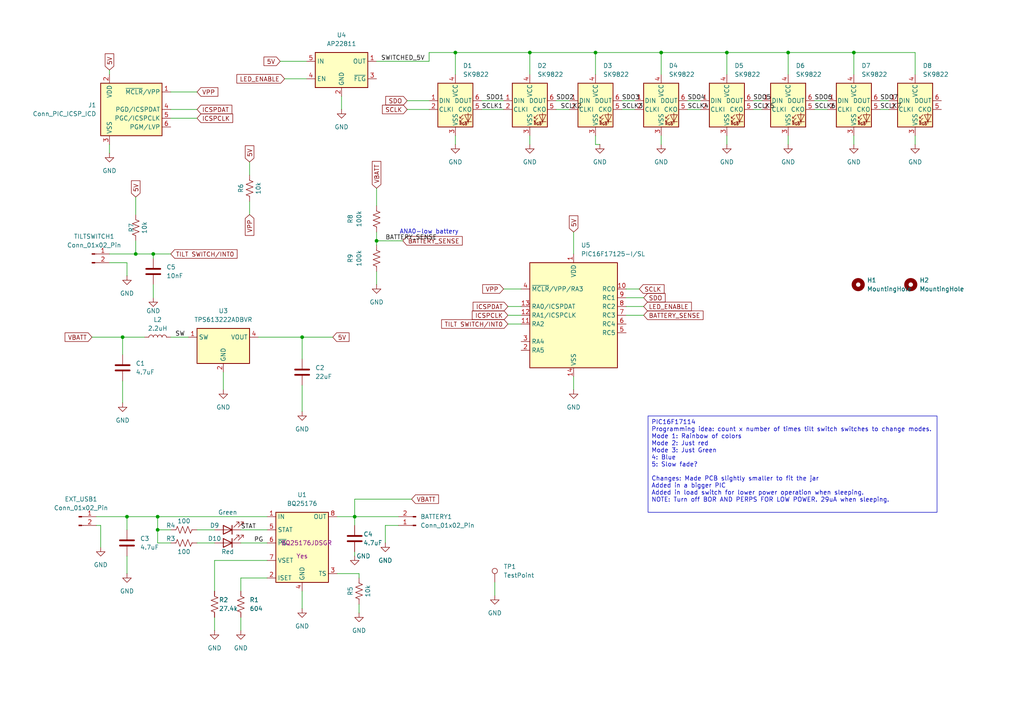
<source format=kicad_sch>
(kicad_sch
	(version 20250114)
	(generator "eeschema")
	(generator_version "9.0")
	(uuid "073394d0-e95a-4147-8555-255cbc1cb014")
	(paper "A4")
	(lib_symbols
		(symbol "Connector:Conn_01x02_Pin"
			(pin_names
				(offset 1.016)
				(hide yes)
			)
			(exclude_from_sim no)
			(in_bom yes)
			(on_board yes)
			(property "Reference" "J"
				(at 0 2.54 0)
				(effects
					(font
						(size 1.27 1.27)
					)
				)
			)
			(property "Value" "Conn_01x02_Pin"
				(at 0 -5.08 0)
				(effects
					(font
						(size 1.27 1.27)
					)
				)
			)
			(property "Footprint" ""
				(at 0 0 0)
				(effects
					(font
						(size 1.27 1.27)
					)
					(hide yes)
				)
			)
			(property "Datasheet" "~"
				(at 0 0 0)
				(effects
					(font
						(size 1.27 1.27)
					)
					(hide yes)
				)
			)
			(property "Description" "Generic connector, single row, 01x02, script generated"
				(at 0 0 0)
				(effects
					(font
						(size 1.27 1.27)
					)
					(hide yes)
				)
			)
			(property "ki_locked" ""
				(at 0 0 0)
				(effects
					(font
						(size 1.27 1.27)
					)
				)
			)
			(property "ki_keywords" "connector"
				(at 0 0 0)
				(effects
					(font
						(size 1.27 1.27)
					)
					(hide yes)
				)
			)
			(property "ki_fp_filters" "Connector*:*_1x??_*"
				(at 0 0 0)
				(effects
					(font
						(size 1.27 1.27)
					)
					(hide yes)
				)
			)
			(symbol "Conn_01x02_Pin_1_1"
				(rectangle
					(start 0.8636 0.127)
					(end 0 -0.127)
					(stroke
						(width 0.1524)
						(type default)
					)
					(fill
						(type outline)
					)
				)
				(rectangle
					(start 0.8636 -2.413)
					(end 0 -2.667)
					(stroke
						(width 0.1524)
						(type default)
					)
					(fill
						(type outline)
					)
				)
				(polyline
					(pts
						(xy 1.27 0) (xy 0.8636 0)
					)
					(stroke
						(width 0.1524)
						(type default)
					)
					(fill
						(type none)
					)
				)
				(polyline
					(pts
						(xy 1.27 -2.54) (xy 0.8636 -2.54)
					)
					(stroke
						(width 0.1524)
						(type default)
					)
					(fill
						(type none)
					)
				)
				(pin passive line
					(at 5.08 0 180)
					(length 3.81)
					(name "Pin_1"
						(effects
							(font
								(size 1.27 1.27)
							)
						)
					)
					(number "1"
						(effects
							(font
								(size 1.27 1.27)
							)
						)
					)
				)
				(pin passive line
					(at 5.08 -2.54 180)
					(length 3.81)
					(name "Pin_2"
						(effects
							(font
								(size 1.27 1.27)
							)
						)
					)
					(number "2"
						(effects
							(font
								(size 1.27 1.27)
							)
						)
					)
				)
			)
			(embedded_fonts no)
		)
		(symbol "Connector:Conn_PIC_ICSP_ICD"
			(exclude_from_sim no)
			(in_bom yes)
			(on_board yes)
			(property "Reference" "J"
				(at 6.35 8.89 0)
				(effects
					(font
						(size 1.27 1.27)
					)
				)
			)
			(property "Value" "Conn_PIC_ICSP_ICD"
				(at -8.89 -1.27 90)
				(effects
					(font
						(size 1.27 1.27)
					)
				)
			)
			(property "Footprint" ""
				(at 1.27 3.81 0)
				(effects
					(font
						(size 1.27 1.27)
					)
					(hide yes)
				)
			)
			(property "Datasheet" "http://ww1.microchip.com/downloads/en/devicedoc/30277d.pdf"
				(at -7.62 -3.81 90)
				(effects
					(font
						(size 1.27 1.27)
					)
					(hide yes)
				)
			)
			(property "Description" "Microchip PIC In-Circuit Serial Programming/Debugging (ICSP/ICD) connector"
				(at 0 0 0)
				(effects
					(font
						(size 1.27 1.27)
					)
					(hide yes)
				)
			)
			(property "ki_keywords" "icsp icd pic microchip"
				(at 0 0 0)
				(effects
					(font
						(size 1.27 1.27)
					)
					(hide yes)
				)
			)
			(property "ki_fp_filters" "PinHeader*1x06*P2.54mm* PinSocket*1x06*P2.54mm*"
				(at 0 0 0)
				(effects
					(font
						(size 1.27 1.27)
					)
					(hide yes)
				)
			)
			(symbol "Conn_PIC_ICSP_ICD_0_1"
				(rectangle
					(start -7.62 7.62)
					(end 10.16 -7.62)
					(stroke
						(width 0.254)
						(type default)
					)
					(fill
						(type background)
					)
				)
			)
			(symbol "Conn_PIC_ICSP_ICD_1_1"
				(pin passive line
					(at -5.08 10.16 270)
					(length 2.54)
					(name "VDD"
						(effects
							(font
								(size 1.27 1.27)
							)
						)
					)
					(number "2"
						(effects
							(font
								(size 1.27 1.27)
							)
						)
					)
				)
				(pin power_in line
					(at -5.08 -10.16 90)
					(length 2.54)
					(name "VSS"
						(effects
							(font
								(size 1.27 1.27)
							)
						)
					)
					(number "3"
						(effects
							(font
								(size 1.27 1.27)
							)
						)
					)
				)
				(pin passive line
					(at 12.7 5.08 180)
					(length 2.54)
					(name "~{MCLR}/VPP"
						(effects
							(font
								(size 1.27 1.27)
							)
						)
					)
					(number "1"
						(effects
							(font
								(size 1.27 1.27)
							)
						)
					)
				)
				(pin bidirectional line
					(at 12.7 0 180)
					(length 2.54)
					(name "PGD/ICSPDAT"
						(effects
							(font
								(size 1.27 1.27)
							)
						)
					)
					(number "4"
						(effects
							(font
								(size 1.27 1.27)
							)
						)
					)
				)
				(pin output line
					(at 12.7 -2.54 180)
					(length 2.54)
					(name "PGC/ICSPCLK"
						(effects
							(font
								(size 1.27 1.27)
							)
						)
					)
					(number "5"
						(effects
							(font
								(size 1.27 1.27)
							)
						)
					)
				)
				(pin output line
					(at 12.7 -5.08 180)
					(length 2.54)
					(name "PGM/LVP"
						(effects
							(font
								(size 1.27 1.27)
							)
						)
					)
					(number "6"
						(effects
							(font
								(size 1.27 1.27)
							)
						)
					)
				)
			)
			(embedded_fonts no)
		)
		(symbol "Connector:TestPoint"
			(pin_numbers
				(hide yes)
			)
			(pin_names
				(offset 0.762)
				(hide yes)
			)
			(exclude_from_sim no)
			(in_bom yes)
			(on_board yes)
			(property "Reference" "TP"
				(at 0 6.858 0)
				(effects
					(font
						(size 1.27 1.27)
					)
				)
			)
			(property "Value" "TestPoint"
				(at 0 5.08 0)
				(effects
					(font
						(size 1.27 1.27)
					)
				)
			)
			(property "Footprint" ""
				(at 5.08 0 0)
				(effects
					(font
						(size 1.27 1.27)
					)
					(hide yes)
				)
			)
			(property "Datasheet" "~"
				(at 5.08 0 0)
				(effects
					(font
						(size 1.27 1.27)
					)
					(hide yes)
				)
			)
			(property "Description" "test point"
				(at 0 0 0)
				(effects
					(font
						(size 1.27 1.27)
					)
					(hide yes)
				)
			)
			(property "ki_keywords" "test point tp"
				(at 0 0 0)
				(effects
					(font
						(size 1.27 1.27)
					)
					(hide yes)
				)
			)
			(property "ki_fp_filters" "Pin* Test*"
				(at 0 0 0)
				(effects
					(font
						(size 1.27 1.27)
					)
					(hide yes)
				)
			)
			(symbol "TestPoint_0_1"
				(circle
					(center 0 3.302)
					(radius 0.762)
					(stroke
						(width 0)
						(type default)
					)
					(fill
						(type none)
					)
				)
			)
			(symbol "TestPoint_1_1"
				(pin passive line
					(at 0 0 90)
					(length 2.54)
					(name "1"
						(effects
							(font
								(size 1.27 1.27)
							)
						)
					)
					(number "1"
						(effects
							(font
								(size 1.27 1.27)
							)
						)
					)
				)
			)
			(embedded_fonts no)
		)
		(symbol "Device:C"
			(pin_numbers
				(hide yes)
			)
			(pin_names
				(offset 0.254)
			)
			(exclude_from_sim no)
			(in_bom yes)
			(on_board yes)
			(property "Reference" "C"
				(at 0.635 2.54 0)
				(effects
					(font
						(size 1.27 1.27)
					)
					(justify left)
				)
			)
			(property "Value" "C"
				(at 0.635 -2.54 0)
				(effects
					(font
						(size 1.27 1.27)
					)
					(justify left)
				)
			)
			(property "Footprint" ""
				(at 0.9652 -3.81 0)
				(effects
					(font
						(size 1.27 1.27)
					)
					(hide yes)
				)
			)
			(property "Datasheet" "~"
				(at 0 0 0)
				(effects
					(font
						(size 1.27 1.27)
					)
					(hide yes)
				)
			)
			(property "Description" "Unpolarized capacitor"
				(at 0 0 0)
				(effects
					(font
						(size 1.27 1.27)
					)
					(hide yes)
				)
			)
			(property "ki_keywords" "cap capacitor"
				(at 0 0 0)
				(effects
					(font
						(size 1.27 1.27)
					)
					(hide yes)
				)
			)
			(property "ki_fp_filters" "C_*"
				(at 0 0 0)
				(effects
					(font
						(size 1.27 1.27)
					)
					(hide yes)
				)
			)
			(symbol "C_0_1"
				(polyline
					(pts
						(xy -2.032 0.762) (xy 2.032 0.762)
					)
					(stroke
						(width 0.508)
						(type default)
					)
					(fill
						(type none)
					)
				)
				(polyline
					(pts
						(xy -2.032 -0.762) (xy 2.032 -0.762)
					)
					(stroke
						(width 0.508)
						(type default)
					)
					(fill
						(type none)
					)
				)
			)
			(symbol "C_1_1"
				(pin passive line
					(at 0 3.81 270)
					(length 2.794)
					(name "~"
						(effects
							(font
								(size 1.27 1.27)
							)
						)
					)
					(number "1"
						(effects
							(font
								(size 1.27 1.27)
							)
						)
					)
				)
				(pin passive line
					(at 0 -3.81 90)
					(length 2.794)
					(name "~"
						(effects
							(font
								(size 1.27 1.27)
							)
						)
					)
					(number "2"
						(effects
							(font
								(size 1.27 1.27)
							)
						)
					)
				)
			)
			(embedded_fonts no)
		)
		(symbol "Device:LED"
			(pin_numbers
				(hide yes)
			)
			(pin_names
				(offset 1.016)
				(hide yes)
			)
			(exclude_from_sim no)
			(in_bom yes)
			(on_board yes)
			(property "Reference" "D"
				(at 0 2.54 0)
				(effects
					(font
						(size 1.27 1.27)
					)
				)
			)
			(property "Value" "LED"
				(at 0 -2.54 0)
				(effects
					(font
						(size 1.27 1.27)
					)
				)
			)
			(property "Footprint" ""
				(at 0 0 0)
				(effects
					(font
						(size 1.27 1.27)
					)
					(hide yes)
				)
			)
			(property "Datasheet" "~"
				(at 0 0 0)
				(effects
					(font
						(size 1.27 1.27)
					)
					(hide yes)
				)
			)
			(property "Description" "Light emitting diode"
				(at 0 0 0)
				(effects
					(font
						(size 1.27 1.27)
					)
					(hide yes)
				)
			)
			(property "ki_keywords" "LED diode"
				(at 0 0 0)
				(effects
					(font
						(size 1.27 1.27)
					)
					(hide yes)
				)
			)
			(property "ki_fp_filters" "LED* LED_SMD:* LED_THT:*"
				(at 0 0 0)
				(effects
					(font
						(size 1.27 1.27)
					)
					(hide yes)
				)
			)
			(symbol "LED_0_1"
				(polyline
					(pts
						(xy -3.048 -0.762) (xy -4.572 -2.286) (xy -3.81 -2.286) (xy -4.572 -2.286) (xy -4.572 -1.524)
					)
					(stroke
						(width 0)
						(type default)
					)
					(fill
						(type none)
					)
				)
				(polyline
					(pts
						(xy -1.778 -0.762) (xy -3.302 -2.286) (xy -2.54 -2.286) (xy -3.302 -2.286) (xy -3.302 -1.524)
					)
					(stroke
						(width 0)
						(type default)
					)
					(fill
						(type none)
					)
				)
				(polyline
					(pts
						(xy -1.27 0) (xy 1.27 0)
					)
					(stroke
						(width 0)
						(type default)
					)
					(fill
						(type none)
					)
				)
				(polyline
					(pts
						(xy -1.27 -1.27) (xy -1.27 1.27)
					)
					(stroke
						(width 0.254)
						(type default)
					)
					(fill
						(type none)
					)
				)
				(polyline
					(pts
						(xy 1.27 -1.27) (xy 1.27 1.27) (xy -1.27 0) (xy 1.27 -1.27)
					)
					(stroke
						(width 0.254)
						(type default)
					)
					(fill
						(type none)
					)
				)
			)
			(symbol "LED_1_1"
				(pin passive line
					(at -3.81 0 0)
					(length 2.54)
					(name "K"
						(effects
							(font
								(size 1.27 1.27)
							)
						)
					)
					(number "1"
						(effects
							(font
								(size 1.27 1.27)
							)
						)
					)
				)
				(pin passive line
					(at 3.81 0 180)
					(length 2.54)
					(name "A"
						(effects
							(font
								(size 1.27 1.27)
							)
						)
					)
					(number "2"
						(effects
							(font
								(size 1.27 1.27)
							)
						)
					)
				)
			)
			(embedded_fonts no)
		)
		(symbol "Device:R_US"
			(pin_numbers
				(hide yes)
			)
			(pin_names
				(offset 0)
			)
			(exclude_from_sim no)
			(in_bom yes)
			(on_board yes)
			(property "Reference" "R"
				(at 2.54 0 90)
				(effects
					(font
						(size 1.27 1.27)
					)
				)
			)
			(property "Value" "R_US"
				(at -2.54 0 90)
				(effects
					(font
						(size 1.27 1.27)
					)
				)
			)
			(property "Footprint" ""
				(at 1.016 -0.254 90)
				(effects
					(font
						(size 1.27 1.27)
					)
					(hide yes)
				)
			)
			(property "Datasheet" "~"
				(at 0 0 0)
				(effects
					(font
						(size 1.27 1.27)
					)
					(hide yes)
				)
			)
			(property "Description" "Resistor, US symbol"
				(at 0 0 0)
				(effects
					(font
						(size 1.27 1.27)
					)
					(hide yes)
				)
			)
			(property "ki_keywords" "R res resistor"
				(at 0 0 0)
				(effects
					(font
						(size 1.27 1.27)
					)
					(hide yes)
				)
			)
			(property "ki_fp_filters" "R_*"
				(at 0 0 0)
				(effects
					(font
						(size 1.27 1.27)
					)
					(hide yes)
				)
			)
			(symbol "R_US_0_1"
				(polyline
					(pts
						(xy 0 2.286) (xy 0 2.54)
					)
					(stroke
						(width 0)
						(type default)
					)
					(fill
						(type none)
					)
				)
				(polyline
					(pts
						(xy 0 2.286) (xy 1.016 1.905) (xy 0 1.524) (xy -1.016 1.143) (xy 0 0.762)
					)
					(stroke
						(width 0)
						(type default)
					)
					(fill
						(type none)
					)
				)
				(polyline
					(pts
						(xy 0 0.762) (xy 1.016 0.381) (xy 0 0) (xy -1.016 -0.381) (xy 0 -0.762)
					)
					(stroke
						(width 0)
						(type default)
					)
					(fill
						(type none)
					)
				)
				(polyline
					(pts
						(xy 0 -0.762) (xy 1.016 -1.143) (xy 0 -1.524) (xy -1.016 -1.905) (xy 0 -2.286)
					)
					(stroke
						(width 0)
						(type default)
					)
					(fill
						(type none)
					)
				)
				(polyline
					(pts
						(xy 0 -2.286) (xy 0 -2.54)
					)
					(stroke
						(width 0)
						(type default)
					)
					(fill
						(type none)
					)
				)
			)
			(symbol "R_US_1_1"
				(pin passive line
					(at 0 3.81 270)
					(length 1.27)
					(name "~"
						(effects
							(font
								(size 1.27 1.27)
							)
						)
					)
					(number "1"
						(effects
							(font
								(size 1.27 1.27)
							)
						)
					)
				)
				(pin passive line
					(at 0 -3.81 90)
					(length 1.27)
					(name "~"
						(effects
							(font
								(size 1.27 1.27)
							)
						)
					)
					(number "2"
						(effects
							(font
								(size 1.27 1.27)
							)
						)
					)
				)
			)
			(embedded_fonts no)
		)
		(symbol "MCU_Microchip_PIC16:PIC16F15323-xSL"
			(exclude_from_sim no)
			(in_bom yes)
			(on_board yes)
			(property "Reference" "U"
				(at -12.192 16.256 0)
				(effects
					(font
						(size 1.27 1.27)
					)
				)
			)
			(property "Value" "PIC16F15323-xSL"
				(at 9.652 -16.51 0)
				(effects
					(font
						(size 1.27 1.27)
					)
				)
			)
			(property "Footprint" "Package_SO:SO-14_3.9x8.65mm_P1.27mm"
				(at 1.016 -2.032 0)
				(effects
					(font
						(size 1.27 1.27)
					)
					(hide yes)
				)
			)
			(property "Datasheet" "https://ww1.microchip.com/downloads/en/DeviceDoc/PIC16_L_F15313_23_Data_Sheet_40001897C.pdf"
				(at -0.254 2.032 0)
				(effects
					(font
						(size 1.27 1.27)
					)
					(hide yes)
				)
			)
			(property "Description" "8-bit Low Power Microcontroller, 2KB Flash, 256B SRAM, SOIC-14"
				(at 0 -4.064 0)
				(effects
					(font
						(size 1.27 1.27)
					)
					(hide yes)
				)
			)
			(property "ki_keywords" "8-bit microcontroller low power"
				(at 0 0 0)
				(effects
					(font
						(size 1.27 1.27)
					)
					(hide yes)
				)
			)
			(property "ki_fp_filters" "SO*3.9x8.65mm*P1.27mm*"
				(at 0 0 0)
				(effects
					(font
						(size 1.27 1.27)
					)
					(hide yes)
				)
			)
			(symbol "PIC16F15323-xSL_0_1"
				(rectangle
					(start -12.7 15.24)
					(end 12.7 -15.24)
					(stroke
						(width 0.254)
						(type default)
					)
					(fill
						(type background)
					)
				)
			)
			(symbol "PIC16F15323-xSL_1_1"
				(pin bidirectional line
					(at -15.24 7.62 0)
					(length 2.54)
					(name "~{MCLR}/VPP/RA3"
						(effects
							(font
								(size 1.27 1.27)
							)
						)
					)
					(number "4"
						(effects
							(font
								(size 1.27 1.27)
							)
						)
					)
					(alternate "IOCA3" input line)
				)
				(pin bidirectional line
					(at -15.24 2.54 0)
					(length 2.54)
					(name "RA0/ICSPDAT"
						(effects
							(font
								(size 1.27 1.27)
							)
						)
					)
					(number "13"
						(effects
							(font
								(size 1.27 1.27)
							)
						)
					)
					(alternate "ANA0" input line)
					(alternate "C1IN0+" input line)
					(alternate "DAC1OUT" output line)
					(alternate "IOCA0" input line)
				)
				(pin bidirectional line
					(at -15.24 0 0)
					(length 2.54)
					(name "RA1/ICSPCLK"
						(effects
							(font
								(size 1.27 1.27)
							)
						)
					)
					(number "12"
						(effects
							(font
								(size 1.27 1.27)
							)
						)
					)
					(alternate "ANA1" input line)
					(alternate "C1IN0-" input line)
					(alternate "C2IN0-" input line)
					(alternate "DAC1REF+" input line)
					(alternate "IOCA1" input line)
					(alternate "T0CKI" input line)
					(alternate "VREF+" input line)
				)
				(pin bidirectional line
					(at -15.24 -2.54 0)
					(length 2.54)
					(name "RA2"
						(effects
							(font
								(size 1.27 1.27)
							)
						)
					)
					(number "11"
						(effects
							(font
								(size 1.27 1.27)
							)
						)
					)
					(alternate "ANA2" input line)
					(alternate "CWG1IN" input line)
					(alternate "INT" input line)
					(alternate "IOCA2" input line)
					(alternate "ZCD1" input line)
				)
				(pin bidirectional line
					(at -15.24 -7.62 0)
					(length 2.54)
					(name "RA4"
						(effects
							(font
								(size 1.27 1.27)
							)
						)
					)
					(number "3"
						(effects
							(font
								(size 1.27 1.27)
							)
						)
					)
					(alternate "ANA4" input line)
					(alternate "CLKOUT" output line)
					(alternate "IOCA4" input line)
					(alternate "OSC2" passive line)
					(alternate "T1G" input line)
				)
				(pin bidirectional line
					(at -15.24 -10.16 0)
					(length 2.54)
					(name "RA5"
						(effects
							(font
								(size 1.27 1.27)
							)
						)
					)
					(number "2"
						(effects
							(font
								(size 1.27 1.27)
							)
						)
					)
					(alternate "ANA5" input line)
					(alternate "CLCIN3" input line)
					(alternate "CLKIN" input line)
					(alternate "EIN" input line)
					(alternate "IOCA5" input line)
					(alternate "OSC1" passive line)
					(alternate "T1CKI" input line)
					(alternate "T2IN" input line)
				)
				(pin power_in line
					(at 0 17.78 270)
					(length 2.54)
					(name "VDD"
						(effects
							(font
								(size 1.27 1.27)
							)
						)
					)
					(number "1"
						(effects
							(font
								(size 1.27 1.27)
							)
						)
					)
				)
				(pin power_in line
					(at 0 -17.78 90)
					(length 2.54)
					(name "VSS"
						(effects
							(font
								(size 1.27 1.27)
							)
						)
					)
					(number "14"
						(effects
							(font
								(size 1.27 1.27)
							)
						)
					)
				)
				(pin bidirectional line
					(at 15.24 7.62 180)
					(length 2.54)
					(name "RC0"
						(effects
							(font
								(size 1.27 1.27)
							)
						)
					)
					(number "10"
						(effects
							(font
								(size 1.27 1.27)
							)
						)
					)
					(alternate "ANC0" input line)
					(alternate "C2IN0+" input line)
					(alternate "IOCC0" input line)
					(alternate "SCK1" bidirectional line)
					(alternate "SCL1" open_collector line)
				)
				(pin bidirectional line
					(at 15.24 5.08 180)
					(length 2.54)
					(name "RC1"
						(effects
							(font
								(size 1.27 1.27)
							)
						)
					)
					(number "9"
						(effects
							(font
								(size 1.27 1.27)
							)
						)
					)
					(alternate "ANC1" input line)
					(alternate "C1IN1-" input line)
					(alternate "C2IN1-" input line)
					(alternate "CLCIN2" input line)
					(alternate "IOCC1" input line)
					(alternate "SDA1" open_collector line)
					(alternate "SDI1" input line)
				)
				(pin bidirectional line
					(at 15.24 2.54 180)
					(length 2.54)
					(name "RC2"
						(effects
							(font
								(size 1.27 1.27)
							)
						)
					)
					(number "8"
						(effects
							(font
								(size 1.27 1.27)
							)
						)
					)
					(alternate "ANC2" input line)
					(alternate "C1IN2-" input line)
					(alternate "C2IN2-" input line)
					(alternate "IOCC2" input line)
				)
				(pin bidirectional line
					(at 15.24 0 180)
					(length 2.54)
					(name "RC3"
						(effects
							(font
								(size 1.27 1.27)
							)
						)
					)
					(number "7"
						(effects
							(font
								(size 1.27 1.27)
							)
						)
					)
					(alternate "ANC3" input line)
					(alternate "C1IN3-" input line)
					(alternate "C2IN3-" input line)
					(alternate "CCP2" bidirectional line)
					(alternate "CLCIN0" input line)
					(alternate "IOCC3" input line)
					(alternate "~{SS1}" input line)
				)
				(pin bidirectional line
					(at 15.24 -2.54 180)
					(length 2.54)
					(name "RC4"
						(effects
							(font
								(size 1.27 1.27)
							)
						)
					)
					(number "6"
						(effects
							(font
								(size 1.27 1.27)
							)
						)
					)
					(alternate "ANC4" input line)
					(alternate "CK1" bidirectional line)
					(alternate "CLCIN1" input line)
					(alternate "IOCC4" input line)
					(alternate "TX1" output line)
				)
				(pin bidirectional line
					(at 15.24 -5.08 180)
					(length 2.54)
					(name "RC5"
						(effects
							(font
								(size 1.27 1.27)
							)
						)
					)
					(number "5"
						(effects
							(font
								(size 1.27 1.27)
							)
						)
					)
					(alternate "ANC5" input line)
					(alternate "CCP1" bidirectional line)
					(alternate "DT1" bidirectional line)
					(alternate "IOCC5" input line)
					(alternate "RX1" input line)
				)
			)
			(embedded_fonts no)
		)
		(symbol "Mechanical:MountingHole"
			(pin_names
				(offset 1.016)
			)
			(exclude_from_sim yes)
			(in_bom no)
			(on_board yes)
			(property "Reference" "H"
				(at 0 5.08 0)
				(effects
					(font
						(size 1.27 1.27)
					)
				)
			)
			(property "Value" "MountingHole"
				(at 0 3.175 0)
				(effects
					(font
						(size 1.27 1.27)
					)
				)
			)
			(property "Footprint" ""
				(at 0 0 0)
				(effects
					(font
						(size 1.27 1.27)
					)
					(hide yes)
				)
			)
			(property "Datasheet" "~"
				(at 0 0 0)
				(effects
					(font
						(size 1.27 1.27)
					)
					(hide yes)
				)
			)
			(property "Description" "Mounting Hole without connection"
				(at 0 0 0)
				(effects
					(font
						(size 1.27 1.27)
					)
					(hide yes)
				)
			)
			(property "ki_keywords" "mounting hole"
				(at 0 0 0)
				(effects
					(font
						(size 1.27 1.27)
					)
					(hide yes)
				)
			)
			(property "ki_fp_filters" "MountingHole*"
				(at 0 0 0)
				(effects
					(font
						(size 1.27 1.27)
					)
					(hide yes)
				)
			)
			(symbol "MountingHole_0_1"
				(circle
					(center 0 0)
					(radius 1.27)
					(stroke
						(width 1.27)
						(type default)
					)
					(fill
						(type none)
					)
				)
			)
			(embedded_fonts no)
		)
		(symbol "My Library:BQ25176"
			(exclude_from_sim no)
			(in_bom yes)
			(on_board yes)
			(property "Reference" "U"
				(at -6.35 8.89 0)
				(effects
					(font
						(size 1.27 1.27)
					)
				)
			)
			(property "Value" "BQ25176"
				(at 0.762 14.224 0)
				(effects
					(font
						(size 1.27 1.27)
					)
				)
			)
			(property "Footprint" "Package_SON:WSON-8-1EP_2x2mm_P0.5mm_EP0.9x1.6mm"
				(at 29.21 -8.89 0)
				(effects
					(font
						(size 1.27 1.27)
					)
					(hide yes)
				)
			)
			(property "Datasheet" "https://www.ti.com/lit/gpn/bq25176j"
				(at 0.508 20.828 0)
				(effects
					(font
						(size 1.27 1.27)
					)
					(hide yes)
				)
			)
			(property "Description" "800-mA linear charger for one-cell Li-ion and LiFePO4 with VINDPM and JEITA"
				(at 3.81 12.954 0)
				(effects
					(font
						(size 1.27 1.27)
					)
					(hide yes)
				)
			)
			(property "Mouser Part Number" ""
				(at 0 0 0)
				(effects
					(font
						(size 1.27 1.27)
					)
				)
			)
			(property "Stock" ""
				(at 0 0 0)
				(effects
					(font
						(size 1.27 1.27)
					)
				)
			)
			(property "Buy" ""
				(at 0 0 0)
				(effects
					(font
						(size 1.27 1.27)
					)
				)
			)
			(property "ki_keywords" "linear charger supercapacitor"
				(at 0 0 0)
				(effects
					(font
						(size 1.27 1.27)
					)
					(hide yes)
				)
			)
			(property "ki_fp_filters" "WSON*1EP*2x2mm*P0.5mm*"
				(at 0 0 0)
				(effects
					(font
						(size 1.27 1.27)
					)
					(hide yes)
				)
			)
			(symbol "BQ25176_1_1"
				(rectangle
					(start -7.62 12.7)
					(end 7.62 -7.62)
					(stroke
						(width 0.254)
						(type default)
					)
					(fill
						(type background)
					)
				)
				(pin power_in line
					(at -10.16 11.43 0)
					(length 2.54)
					(name "IN"
						(effects
							(font
								(size 1.27 1.27)
							)
						)
					)
					(number "1"
						(effects
							(font
								(size 1.27 1.27)
							)
						)
					)
				)
				(pin open_collector line
					(at -10.16 7.62 0)
					(length 2.54)
					(name "STAT"
						(effects
							(font
								(size 1.27 1.27)
							)
						)
					)
					(number "5"
						(effects
							(font
								(size 1.27 1.27)
							)
						)
					)
				)
				(pin open_collector line
					(at -10.16 3.81 0)
					(length 2.54)
					(name "~{PG}"
						(effects
							(font
								(size 1.27 1.27)
							)
						)
					)
					(number "6"
						(effects
							(font
								(size 1.27 1.27)
							)
						)
					)
				)
				(pin input line
					(at -10.16 -1.27 0)
					(length 2.54)
					(name "VSET"
						(effects
							(font
								(size 1.27 1.27)
							)
						)
					)
					(number "7"
						(effects
							(font
								(size 1.27 1.27)
							)
						)
					)
				)
				(pin input line
					(at -10.16 -6.35 0)
					(length 2.54)
					(name "ISET"
						(effects
							(font
								(size 1.27 1.27)
							)
						)
					)
					(number "2"
						(effects
							(font
								(size 1.27 1.27)
							)
						)
					)
				)
				(pin power_in line
					(at 0 -10.16 90)
					(length 2.54)
					(name "GND"
						(effects
							(font
								(size 1.27 1.27)
							)
						)
					)
					(number "4"
						(effects
							(font
								(size 1.27 1.27)
							)
						)
					)
				)
				(pin passive line
					(at 0 -10.16 90)
					(length 2.54)
					(hide yes)
					(name "GND"
						(effects
							(font
								(size 1.27 1.27)
							)
						)
					)
					(number "9"
						(effects
							(font
								(size 1.27 1.27)
							)
						)
					)
				)
				(pin power_out line
					(at 10.16 11.43 180)
					(length 2.54)
					(name "OUT"
						(effects
							(font
								(size 1.27 1.27)
							)
						)
					)
					(number "8"
						(effects
							(font
								(size 1.27 1.27)
							)
						)
					)
				)
				(pin input line
					(at 10.16 -5.08 180)
					(length 2.54)
					(name "TS"
						(effects
							(font
								(size 1.27 1.27)
							)
						)
					)
					(number "3"
						(effects
							(font
								(size 1.27 1.27)
							)
						)
					)
				)
			)
			(embedded_fonts no)
		)
		(symbol "My Library:SK9822"
			(pin_names
				(offset 0.254)
			)
			(exclude_from_sim no)
			(in_bom yes)
			(on_board yes)
			(property "Reference" "D1"
				(at 2.54 10.668 0)
				(effects
					(font
						(size 1.27 1.27)
					)
				)
			)
			(property "Value" "SK9822"
				(at 5.08 8.636 0)
				(effects
					(font
						(size 1.27 1.27)
					)
				)
			)
			(property "Footprint" "LED_SMD:LED_WS2812_PLCC6_5.0x5.0mm_P1.6mm"
				(at 1.27 -7.62 0)
				(effects
					(font
						(size 1.27 1.27)
					)
					(justify left top)
					(hide yes)
				)
			)
			(property "Datasheet" "https://cdn-shop.adafruit.com/product-files/2343/SK9822_SHIJI.pdf"
				(at 2.54 -9.525 0)
				(effects
					(font
						(size 1.27 1.27)
					)
					(justify left top)
					(hide yes)
				)
			)
			(property "Description" "DotStar Addressable 5050 RGB LED w/ Integrated Driver"
				(at 28.956 -2.286 0)
				(effects
					(font
						(size 1.27 1.27)
					)
					(hide yes)
				)
			)
			(property "ki_keywords" "RGB LED NeoPixel addressable"
				(at 0 0 0)
				(effects
					(font
						(size 1.27 1.27)
					)
					(hide yes)
				)
			)
			(property "ki_fp_filters" "LED*WS2812*PLCC*5.0x5.0mm*P1.6mm*"
				(at 0 0 0)
				(effects
					(font
						(size 1.27 1.27)
					)
					(hide yes)
				)
			)
			(symbol "SK9822_0_0"
				(text "RGB"
					(at 2.286 -4.191 0)
					(effects
						(font
							(size 0.762 0.762)
						)
					)
				)
			)
			(symbol "SK9822_0_1"
				(rectangle
					(start -5.08 7.62)
					(end 5.08 -5.08)
					(stroke
						(width 0.254)
						(type default)
					)
					(fill
						(type background)
					)
				)
				(polyline
					(pts
						(xy 1.27 -2.54) (xy 1.778 -2.54)
					)
					(stroke
						(width 0)
						(type default)
					)
					(fill
						(type none)
					)
				)
				(polyline
					(pts
						(xy 1.27 -3.556) (xy 1.778 -3.556)
					)
					(stroke
						(width 0)
						(type default)
					)
					(fill
						(type none)
					)
				)
				(polyline
					(pts
						(xy 2.286 -1.524) (xy 1.27 -2.54) (xy 1.27 -2.032)
					)
					(stroke
						(width 0)
						(type default)
					)
					(fill
						(type none)
					)
				)
				(polyline
					(pts
						(xy 2.286 -2.54) (xy 1.27 -3.556) (xy 1.27 -3.048)
					)
					(stroke
						(width 0)
						(type default)
					)
					(fill
						(type none)
					)
				)
				(polyline
					(pts
						(xy 3.683 -1.016) (xy 3.683 -3.556) (xy 3.683 -4.064)
					)
					(stroke
						(width 0)
						(type default)
					)
					(fill
						(type none)
					)
				)
				(polyline
					(pts
						(xy 4.699 -1.524) (xy 2.667 -1.524) (xy 3.683 -3.556) (xy 4.699 -1.524)
					)
					(stroke
						(width 0)
						(type default)
					)
					(fill
						(type none)
					)
				)
				(polyline
					(pts
						(xy 4.699 -3.556) (xy 2.667 -3.556)
					)
					(stroke
						(width 0)
						(type default)
					)
					(fill
						(type none)
					)
				)
			)
			(symbol "SK9822_1_1"
				(pin input line
					(at -7.62 2.54 0)
					(length 2.54)
					(name "DIN"
						(effects
							(font
								(size 1.27 1.27)
							)
						)
					)
					(number "1"
						(effects
							(font
								(size 1.27 1.27)
							)
						)
					)
				)
				(pin input line
					(at -7.62 0 0)
					(length 2.54)
					(name "CLKI"
						(effects
							(font
								(size 1.27 1.27)
							)
						)
					)
					(number "2"
						(effects
							(font
								(size 1.27 1.27)
							)
						)
					)
				)
				(pin power_in line
					(at 0 10.16 270)
					(length 2.54)
					(name "VCC"
						(effects
							(font
								(size 1.27 1.27)
							)
						)
					)
					(number "4"
						(effects
							(font
								(size 1.27 1.27)
							)
						)
					)
				)
				(pin power_in line
					(at 0 -7.62 90)
					(length 2.54)
					(name "VSS"
						(effects
							(font
								(size 1.27 1.27)
							)
						)
					)
					(number "3"
						(effects
							(font
								(size 1.27 1.27)
							)
						)
					)
				)
				(pin output line
					(at 7.62 2.54 180)
					(length 2.54)
					(name "DOUT"
						(effects
							(font
								(size 1.27 1.27)
							)
						)
					)
					(number "6"
						(effects
							(font
								(size 1.27 1.27)
							)
						)
					)
				)
				(pin power_in line
					(at 7.62 0 180)
					(length 2.54)
					(name "CKO"
						(effects
							(font
								(size 1.27 1.27)
							)
						)
					)
					(number "5"
						(effects
							(font
								(size 1.27 1.27)
							)
						)
					)
				)
			)
			(embedded_fonts no)
		)
		(symbol "Power_Management:AP22816AKEWT"
			(exclude_from_sim no)
			(in_bom yes)
			(on_board yes)
			(property "Reference" "U"
				(at -7.62 -6.35 0)
				(effects
					(font
						(size 1.27 1.27)
					)
					(justify left)
				)
			)
			(property "Value" "AP22816AKEWT"
				(at -7.62 6.35 0)
				(effects
					(font
						(size 1.27 1.27)
					)
					(justify left)
				)
			)
			(property "Footprint" "Package_TO_SOT_SMD:SOT-23-5"
				(at 0 -10.16 0)
				(effects
					(font
						(size 1.27 1.27)
					)
					(hide yes)
				)
			)
			(property "Datasheet" "https://www.diodes.com/assets/Datasheets/AP22816_17_18.pdf"
				(at 0 1.27 0)
				(effects
					(font
						(size 1.27 1.27)
					)
					(hide yes)
				)
			)
			(property "Description" "Current limited 1A power switch, single channel, SOT-23-5"
				(at 0 0 0)
				(effects
					(font
						(size 1.27 1.27)
					)
					(hide yes)
				)
			)
			(property "ki_keywords" "Limit USB Active High"
				(at 0 0 0)
				(effects
					(font
						(size 1.27 1.27)
					)
					(hide yes)
				)
			)
			(property "ki_fp_filters" "SOT?23*"
				(at 0 0 0)
				(effects
					(font
						(size 1.27 1.27)
					)
					(hide yes)
				)
			)
			(symbol "AP22816AKEWT_0_1"
				(rectangle
					(start -7.62 5.08)
					(end 7.62 -5.08)
					(stroke
						(width 0.254)
						(type default)
					)
					(fill
						(type background)
					)
				)
			)
			(symbol "AP22816AKEWT_1_1"
				(pin power_in line
					(at -10.16 2.54 0)
					(length 2.54)
					(name "IN"
						(effects
							(font
								(size 1.27 1.27)
							)
						)
					)
					(number "5"
						(effects
							(font
								(size 1.27 1.27)
							)
						)
					)
				)
				(pin input line
					(at -10.16 -2.54 0)
					(length 2.54)
					(name "EN"
						(effects
							(font
								(size 1.27 1.27)
							)
						)
					)
					(number "4"
						(effects
							(font
								(size 1.27 1.27)
							)
						)
					)
				)
				(pin power_in line
					(at 0 -7.62 90)
					(length 2.54)
					(name "GND"
						(effects
							(font
								(size 1.27 1.27)
							)
						)
					)
					(number "2"
						(effects
							(font
								(size 1.27 1.27)
							)
						)
					)
				)
				(pin power_out line
					(at 10.16 2.54 180)
					(length 2.54)
					(name "OUT"
						(effects
							(font
								(size 1.27 1.27)
							)
						)
					)
					(number "1"
						(effects
							(font
								(size 1.27 1.27)
							)
						)
					)
				)
				(pin open_collector line
					(at 10.16 -2.54 180)
					(length 2.54)
					(name "~{FLG}"
						(effects
							(font
								(size 1.27 1.27)
							)
						)
					)
					(number "3"
						(effects
							(font
								(size 1.27 1.27)
							)
						)
					)
				)
			)
			(embedded_fonts no)
		)
		(symbol "Regulator_Switching:TPS613221ADBV"
			(exclude_from_sim no)
			(in_bom yes)
			(on_board yes)
			(property "Reference" "U"
				(at -7.62 6.35 0)
				(effects
					(font
						(size 1.27 1.27)
					)
					(justify left)
				)
			)
			(property "Value" "TPS613221ADBV"
				(at 2.54 6.35 0)
				(effects
					(font
						(size 1.27 1.27)
					)
				)
			)
			(property "Footprint" "Package_TO_SOT_SMD:SOT-23-5"
				(at 0 -20.32 0)
				(effects
					(font
						(size 1.27 1.27)
					)
					(hide yes)
				)
			)
			(property "Datasheet" "http://www.ti.com/lit/ds/symlink/tps61322.pdf"
				(at 0 -3.81 0)
				(effects
					(font
						(size 1.27 1.27)
					)
					(hide yes)
				)
			)
			(property "Description" "1.2A Step-Up Converter, 3.3V Output Voltage, 0.9-5.5V Input Voltage, SOT-23-5"
				(at 0 0 0)
				(effects
					(font
						(size 1.27 1.27)
					)
					(hide yes)
				)
			)
			(property "ki_keywords" "Boost converter"
				(at 0 0 0)
				(effects
					(font
						(size 1.27 1.27)
					)
					(hide yes)
				)
			)
			(property "ki_fp_filters" "SOT?23*"
				(at 0 0 0)
				(effects
					(font
						(size 1.27 1.27)
					)
					(hide yes)
				)
			)
			(symbol "TPS613221ADBV_0_1"
				(rectangle
					(start -7.62 5.08)
					(end 7.62 -5.08)
					(stroke
						(width 0.254)
						(type default)
					)
					(fill
						(type background)
					)
				)
			)
			(symbol "TPS613221ADBV_1_1"
				(pin power_in line
					(at -10.16 2.54 0)
					(length 2.54)
					(name "SW"
						(effects
							(font
								(size 1.27 1.27)
							)
						)
					)
					(number "1"
						(effects
							(font
								(size 1.27 1.27)
							)
						)
					)
				)
				(pin no_connect line
					(at -7.62 -2.54 0)
					(length 2.54)
					(hide yes)
					(name "NC"
						(effects
							(font
								(size 1.27 1.27)
							)
						)
					)
					(number "3"
						(effects
							(font
								(size 1.27 1.27)
							)
						)
					)
				)
				(pin power_in line
					(at 0 -7.62 90)
					(length 2.54)
					(name "GND"
						(effects
							(font
								(size 1.27 1.27)
							)
						)
					)
					(number "2"
						(effects
							(font
								(size 1.27 1.27)
							)
						)
					)
				)
				(pin no_connect line
					(at 7.62 -2.54 180)
					(length 2.54)
					(hide yes)
					(name "NC"
						(effects
							(font
								(size 1.27 1.27)
							)
						)
					)
					(number "5"
						(effects
							(font
								(size 1.27 1.27)
							)
						)
					)
				)
				(pin power_out line
					(at 10.16 2.54 180)
					(length 2.54)
					(name "VOUT"
						(effects
							(font
								(size 1.27 1.27)
							)
						)
					)
					(number "4"
						(effects
							(font
								(size 1.27 1.27)
							)
						)
					)
				)
			)
			(embedded_fonts no)
		)
		(symbol "SparkFun-Coil:L"
			(pin_numbers
				(hide yes)
			)
			(pin_names
				(offset 1.016)
				(hide yes)
			)
			(exclude_from_sim no)
			(in_bom yes)
			(on_board yes)
			(property "Reference" "L"
				(at 0 -1.27 0)
				(effects
					(font
						(size 1.27 1.27)
					)
				)
			)
			(property "Value" "L"
				(at 0 1.905 0)
				(effects
					(font
						(size 1.27 1.27)
					)
				)
			)
			(property "Footprint" "SparkFun-Capacitor:C_0805_2012Metric"
				(at 0 -7.62 0)
				(effects
					(font
						(size 1.27 1.27)
					)
					(hide yes)
				)
			)
			(property "Datasheet" "~"
				(at 0 -5.08 0)
				(effects
					(font
						(size 1.27 1.27)
					)
					(hide yes)
				)
			)
			(property "Description" "Inductor"
				(at 0 -12.7 0)
				(effects
					(font
						(size 1.27 1.27)
					)
					(hide yes)
				)
			)
			(property "PROD_ID" "NDUC-"
				(at 0 -10.16 0)
				(effects
					(font
						(size 1.27 1.27)
					)
					(hide yes)
				)
			)
			(property "ki_keywords" "SparkFun inductor choke coil reactor magnetic"
				(at 0 0 0)
				(effects
					(font
						(size 1.27 1.27)
					)
					(hide yes)
				)
			)
			(property "ki_fp_filters" "Choke_* *Coil* Inductor_* L_*"
				(at 0 0 0)
				(effects
					(font
						(size 1.27 1.27)
					)
					(hide yes)
				)
			)
			(symbol "L_0_1"
				(arc
					(start -2.54 0)
					(mid -1.905 0.6323)
					(end -1.27 0)
					(stroke
						(width 0)
						(type default)
					)
					(fill
						(type none)
					)
				)
				(arc
					(start -1.27 0)
					(mid -0.635 0.6323)
					(end 0 0)
					(stroke
						(width 0)
						(type default)
					)
					(fill
						(type none)
					)
				)
				(arc
					(start 0 0)
					(mid 0.635 0.6323)
					(end 1.27 0)
					(stroke
						(width 0)
						(type default)
					)
					(fill
						(type none)
					)
				)
				(arc
					(start 1.27 0)
					(mid 1.905 0.6323)
					(end 2.54 0)
					(stroke
						(width 0)
						(type default)
					)
					(fill
						(type none)
					)
				)
			)
			(symbol "L_1_1"
				(pin passive line
					(at -3.81 0 0)
					(length 1.27)
					(name "1"
						(effects
							(font
								(size 1.27 1.27)
							)
						)
					)
					(number "1"
						(effects
							(font
								(size 1.27 1.27)
							)
						)
					)
				)
				(pin passive line
					(at 3.81 0 180)
					(length 1.27)
					(name "2"
						(effects
							(font
								(size 1.27 1.27)
							)
						)
					)
					(number "2"
						(effects
							(font
								(size 1.27 1.27)
							)
						)
					)
				)
			)
			(embedded_fonts no)
		)
		(symbol "power:GND"
			(power)
			(pin_numbers
				(hide yes)
			)
			(pin_names
				(offset 0)
				(hide yes)
			)
			(exclude_from_sim no)
			(in_bom yes)
			(on_board yes)
			(property "Reference" "#PWR"
				(at 0 -6.35 0)
				(effects
					(font
						(size 1.27 1.27)
					)
					(hide yes)
				)
			)
			(property "Value" "GND"
				(at 0 -3.81 0)
				(effects
					(font
						(size 1.27 1.27)
					)
				)
			)
			(property "Footprint" ""
				(at 0 0 0)
				(effects
					(font
						(size 1.27 1.27)
					)
					(hide yes)
				)
			)
			(property "Datasheet" ""
				(at 0 0 0)
				(effects
					(font
						(size 1.27 1.27)
					)
					(hide yes)
				)
			)
			(property "Description" "Power symbol creates a global label with name \"GND\" , ground"
				(at 0 0 0)
				(effects
					(font
						(size 1.27 1.27)
					)
					(hide yes)
				)
			)
			(property "ki_keywords" "global power"
				(at 0 0 0)
				(effects
					(font
						(size 1.27 1.27)
					)
					(hide yes)
				)
			)
			(symbol "GND_0_1"
				(polyline
					(pts
						(xy 0 0) (xy 0 -1.27) (xy 1.27 -1.27) (xy 0 -2.54) (xy -1.27 -1.27) (xy 0 -1.27)
					)
					(stroke
						(width 0)
						(type default)
					)
					(fill
						(type none)
					)
				)
			)
			(symbol "GND_1_1"
				(pin power_in line
					(at 0 0 270)
					(length 0)
					(name "~"
						(effects
							(font
								(size 1.27 1.27)
							)
						)
					)
					(number "1"
						(effects
							(font
								(size 1.27 1.27)
							)
						)
					)
				)
			)
			(embedded_fonts no)
		)
	)
	(text "ANA0-low battery\n"
		(exclude_from_sim no)
		(at 124.46 67.31 0)
		(effects
			(font
				(size 1.27 1.27)
			)
		)
		(uuid "ebc61cdb-ced5-4fab-8e02-8ead51d96d57")
	)
	(text_box "PIC16F17114\nProgramming idea: count x number of times tilt switch switches to change modes.\nMode 1: Rainbow of colors\nMode 2: Just red\nMode 3: Just Green\n4: Blue\n5: Slow fade?\n\nChanges: Made PCB slightly smaller to fit the jar\nAdded in a bigger PIC\nAdded in load switch for lower power operation when sleeping.\nNOTE: Turn off BOR AND PERPS FOR LOW POWER. 29uA when sleeping. "
		(exclude_from_sim no)
		(at 187.96 120.65 0)
		(size 83.82 27.94)
		(margins 0.9525 0.9525 0.9525 0.9525)
		(stroke
			(width 0)
			(type solid)
		)
		(fill
			(type none)
		)
		(effects
			(font
				(size 1.27 1.27)
			)
			(justify left top)
		)
		(uuid "4784f916-463b-45ac-919c-0c18c9156d58")
	)
	(junction
		(at 247.65 15.24)
		(diameter 0)
		(color 0 0 0 0)
		(uuid "2af5273d-6ed1-4476-8677-ca639055c2cd")
	)
	(junction
		(at 191.77 15.24)
		(diameter 0)
		(color 0 0 0 0)
		(uuid "37d96cce-8032-48bb-9995-d8577f8be2a9")
	)
	(junction
		(at 44.45 73.66)
		(diameter 0)
		(color 0 0 0 0)
		(uuid "3ad1e46e-124c-420d-886a-0a717d7c50bb")
	)
	(junction
		(at 228.6 15.24)
		(diameter 0)
		(color 0 0 0 0)
		(uuid "50915c2d-8889-48d1-adb3-f8e5b06eaeb4")
	)
	(junction
		(at 210.82 15.24)
		(diameter 0)
		(color 0 0 0 0)
		(uuid "54b2030b-a207-4ac6-b621-3c1d5ed77579")
	)
	(junction
		(at 109.22 69.85)
		(diameter 0)
		(color 0 0 0 0)
		(uuid "69ac3e44-c9f3-495a-814a-7a4bde062e1b")
	)
	(junction
		(at 153.67 15.24)
		(diameter 0)
		(color 0 0 0 0)
		(uuid "7ed86adf-f2a6-45e8-9587-11ef861ca33b")
	)
	(junction
		(at 35.56 97.79)
		(diameter 0)
		(color 0 0 0 0)
		(uuid "9f529061-c83c-4876-9445-4cff5e559072")
	)
	(junction
		(at 45.72 149.86)
		(diameter 0)
		(color 0 0 0 0)
		(uuid "a3166468-a021-4ba2-a12c-eb75ae81152a")
	)
	(junction
		(at 36.83 149.86)
		(diameter 0)
		(color 0 0 0 0)
		(uuid "a60ecebc-5a11-46cc-9d8a-8e01ad7ac5e4")
	)
	(junction
		(at 172.72 15.24)
		(diameter 0)
		(color 0 0 0 0)
		(uuid "ccade8e8-d919-4a8a-8cf2-6b0ceb0ba2e9")
	)
	(junction
		(at 102.87 149.86)
		(diameter 0)
		(color 0 0 0 0)
		(uuid "dd78be6b-9ac0-41a5-869e-21949d396445")
	)
	(junction
		(at 45.72 153.67)
		(diameter 0)
		(color 0 0 0 0)
		(uuid "e38f0645-ee3b-4557-8071-b4276692053a")
	)
	(junction
		(at 87.63 97.79)
		(diameter 0)
		(color 0 0 0 0)
		(uuid "f1140858-9532-4501-ba3c-fa3402974f08")
	)
	(junction
		(at 39.37 73.66)
		(diameter 0)
		(color 0 0 0 0)
		(uuid "fa7bc622-778c-466f-b1f5-862894e42dd5")
	)
	(junction
		(at 132.08 15.24)
		(diameter 0)
		(color 0 0 0 0)
		(uuid "fd8a3a44-2333-43c9-b406-1d243d872369")
	)
	(wire
		(pts
			(xy 228.6 21.59) (xy 228.6 15.24)
		)
		(stroke
			(width 0)
			(type default)
		)
		(uuid "055d09b1-1958-430e-8f5b-d5d88fce250c")
	)
	(wire
		(pts
			(xy 172.72 15.24) (xy 191.77 15.24)
		)
		(stroke
			(width 0)
			(type default)
		)
		(uuid "05f33503-bc81-4b8b-b7eb-9f4f3d331bf9")
	)
	(wire
		(pts
			(xy 49.53 26.67) (xy 57.15 26.67)
		)
		(stroke
			(width 0)
			(type default)
		)
		(uuid "06b8902c-f26b-4bb5-97ed-3829efd052be")
	)
	(wire
		(pts
			(xy 49.53 153.67) (xy 45.72 153.67)
		)
		(stroke
			(width 0)
			(type default)
		)
		(uuid "07250cfb-9234-4ab7-bffe-253a4cc818a0")
	)
	(wire
		(pts
			(xy 109.22 69.85) (xy 109.22 71.12)
		)
		(stroke
			(width 0)
			(type default)
		)
		(uuid "0b982bfa-7f4f-4681-abaf-935d8577b1ca")
	)
	(wire
		(pts
			(xy 199.39 29.21) (xy 203.2 29.21)
		)
		(stroke
			(width 0)
			(type default)
		)
		(uuid "0e445888-610c-4647-a9c4-8e178b956a6d")
	)
	(wire
		(pts
			(xy 62.23 162.56) (xy 62.23 171.45)
		)
		(stroke
			(width 0)
			(type default)
		)
		(uuid "0e70a2cb-62d2-4f5a-85e4-fe73d09f2b88")
	)
	(wire
		(pts
			(xy 180.34 31.75) (xy 184.15 31.75)
		)
		(stroke
			(width 0)
			(type default)
		)
		(uuid "1073e1eb-7eae-4b87-bb5c-51b395e37048")
	)
	(wire
		(pts
			(xy 102.87 144.78) (xy 102.87 149.86)
		)
		(stroke
			(width 0)
			(type default)
		)
		(uuid "15cb0d4f-b139-4976-97ef-63ff3278d611")
	)
	(wire
		(pts
			(xy 69.85 153.67) (xy 77.47 153.67)
		)
		(stroke
			(width 0)
			(type default)
		)
		(uuid "1775aa98-aa7d-4cde-bd5c-cfa2dc810189")
	)
	(wire
		(pts
			(xy 27.94 149.86) (xy 36.83 149.86)
		)
		(stroke
			(width 0)
			(type default)
		)
		(uuid "178c594a-4a61-4aeb-855b-966190fb324c")
	)
	(wire
		(pts
			(xy 31.75 76.2) (xy 36.83 76.2)
		)
		(stroke
			(width 0)
			(type default)
		)
		(uuid "19437947-6273-48db-b019-5c0a4d4a61dc")
	)
	(wire
		(pts
			(xy 172.72 41.91) (xy 173.99 41.91)
		)
		(stroke
			(width 0)
			(type default)
		)
		(uuid "1968a726-30ab-426e-bfaa-abf4ff1af434")
	)
	(wire
		(pts
			(xy 118.11 31.75) (xy 124.46 31.75)
		)
		(stroke
			(width 0)
			(type default)
		)
		(uuid "1f34c3f4-9d97-44c2-99eb-78a74f99d326")
	)
	(wire
		(pts
			(xy 191.77 39.37) (xy 191.77 41.91)
		)
		(stroke
			(width 0)
			(type default)
		)
		(uuid "22a51a7d-a139-4c2a-98e6-bda6952ca48e")
	)
	(wire
		(pts
			(xy 102.87 149.86) (xy 102.87 152.4)
		)
		(stroke
			(width 0)
			(type default)
		)
		(uuid "2342119a-e816-4ebd-8b43-8356227f1fa8")
	)
	(wire
		(pts
			(xy 39.37 57.15) (xy 39.37 62.23)
		)
		(stroke
			(width 0)
			(type default)
		)
		(uuid "246f710d-1e7d-4b5f-8b02-a183522e1a4f")
	)
	(wire
		(pts
			(xy 31.75 73.66) (xy 39.37 73.66)
		)
		(stroke
			(width 0)
			(type default)
		)
		(uuid "250431b6-da23-4674-9756-2cd608ee8b8e")
	)
	(wire
		(pts
			(xy 132.08 39.37) (xy 132.08 41.91)
		)
		(stroke
			(width 0)
			(type default)
		)
		(uuid "274bfc8c-01ab-4aaa-8c64-132d2956bf92")
	)
	(wire
		(pts
			(xy 35.56 110.49) (xy 35.56 116.84)
		)
		(stroke
			(width 0)
			(type default)
		)
		(uuid "27888fa8-b483-476f-bff5-4baf816825ad")
	)
	(wire
		(pts
			(xy 36.83 149.86) (xy 45.72 149.86)
		)
		(stroke
			(width 0)
			(type default)
		)
		(uuid "280f2330-94c0-469b-a019-77711b549a8a")
	)
	(wire
		(pts
			(xy 109.22 69.85) (xy 116.84 69.85)
		)
		(stroke
			(width 0)
			(type default)
		)
		(uuid "2a61b037-5386-4189-bac7-bd31f772e318")
	)
	(wire
		(pts
			(xy 181.61 83.82) (xy 185.42 83.82)
		)
		(stroke
			(width 0)
			(type default)
		)
		(uuid "2acfaa9d-bd99-4ad9-81c0-630e159ef673")
	)
	(wire
		(pts
			(xy 166.37 67.31) (xy 166.37 73.66)
		)
		(stroke
			(width 0)
			(type default)
		)
		(uuid "2de8b658-29a7-4579-946b-0752b7640a82")
	)
	(wire
		(pts
			(xy 109.22 67.31) (xy 109.22 69.85)
		)
		(stroke
			(width 0)
			(type default)
		)
		(uuid "314e9e10-788f-4b53-b3d7-b7ddd64ca778")
	)
	(wire
		(pts
			(xy 49.53 31.75) (xy 57.15 31.75)
		)
		(stroke
			(width 0)
			(type default)
		)
		(uuid "31fad549-b27b-4e5a-a149-ed6b26fda115")
	)
	(wire
		(pts
			(xy 166.37 109.22) (xy 166.37 113.03)
		)
		(stroke
			(width 0)
			(type default)
		)
		(uuid "331bb19f-8c4e-4866-b923-bf4545963b98")
	)
	(wire
		(pts
			(xy 72.39 58.42) (xy 72.39 62.23)
		)
		(stroke
			(width 0)
			(type default)
		)
		(uuid "34fdf669-ab2b-4799-903c-1ecb5ce62c74")
	)
	(wire
		(pts
			(xy 44.45 82.55) (xy 44.45 86.36)
		)
		(stroke
			(width 0)
			(type default)
		)
		(uuid "37558480-fc38-45a5-b330-99f517b0da4f")
	)
	(wire
		(pts
			(xy 77.47 162.56) (xy 62.23 162.56)
		)
		(stroke
			(width 0)
			(type default)
		)
		(uuid "378eec43-3867-4ca1-869b-30b2efa3f2b5")
	)
	(wire
		(pts
			(xy 31.75 41.91) (xy 31.75 44.45)
		)
		(stroke
			(width 0)
			(type default)
		)
		(uuid "38e2b1ae-ec20-44e7-84f6-b0b1c9d3dc69")
	)
	(wire
		(pts
			(xy 218.44 29.21) (xy 220.98 29.21)
		)
		(stroke
			(width 0)
			(type default)
		)
		(uuid "3bf2ba86-2086-4cea-9213-f3cf6de07764")
	)
	(wire
		(pts
			(xy 236.22 29.21) (xy 240.03 29.21)
		)
		(stroke
			(width 0)
			(type default)
		)
		(uuid "3dbee1b2-1f7b-48ee-978f-985d1899c7bd")
	)
	(wire
		(pts
			(xy 139.7 29.21) (xy 146.05 29.21)
		)
		(stroke
			(width 0)
			(type default)
		)
		(uuid "3ffca13a-ff39-4205-8751-1d6ea4cac5ac")
	)
	(wire
		(pts
			(xy 62.23 179.07) (xy 62.23 182.88)
		)
		(stroke
			(width 0)
			(type default)
		)
		(uuid "43d620af-5f7c-41d6-b728-fb64a28c680f")
	)
	(wire
		(pts
			(xy 210.82 39.37) (xy 210.82 41.91)
		)
		(stroke
			(width 0)
			(type default)
		)
		(uuid "443fa71f-1152-4950-acc2-d880c3b1fde0")
	)
	(wire
		(pts
			(xy 147.32 93.98) (xy 151.13 93.98)
		)
		(stroke
			(width 0)
			(type default)
		)
		(uuid "45774339-dded-44c9-881e-2ae6f47170f0")
	)
	(wire
		(pts
			(xy 181.61 86.36) (xy 186.69 86.36)
		)
		(stroke
			(width 0)
			(type default)
		)
		(uuid "464c9617-f4a9-457c-9134-2d3f557d20b5")
	)
	(wire
		(pts
			(xy 69.85 179.07) (xy 69.85 182.88)
		)
		(stroke
			(width 0)
			(type default)
		)
		(uuid "47818293-61de-4aa4-88bb-5d708d717f4a")
	)
	(wire
		(pts
			(xy 265.43 15.24) (xy 247.65 15.24)
		)
		(stroke
			(width 0)
			(type default)
		)
		(uuid "485426cc-ab07-42dc-a887-04e0f3b59aad")
	)
	(wire
		(pts
			(xy 180.34 29.21) (xy 184.15 29.21)
		)
		(stroke
			(width 0)
			(type default)
		)
		(uuid "49f7427a-7f46-419f-851a-83751a1c95ca")
	)
	(wire
		(pts
			(xy 265.43 21.59) (xy 265.43 15.24)
		)
		(stroke
			(width 0)
			(type default)
		)
		(uuid "49fe8f49-ee20-43b4-b76e-27ff29300861")
	)
	(wire
		(pts
			(xy 36.83 161.29) (xy 36.83 166.37)
		)
		(stroke
			(width 0)
			(type default)
		)
		(uuid "4e6898d7-cfd5-4db0-92d1-c3d278955d0b")
	)
	(wire
		(pts
			(xy 109.22 78.74) (xy 109.22 82.55)
		)
		(stroke
			(width 0)
			(type default)
		)
		(uuid "4efa5feb-c5f1-469f-9991-6633e283f184")
	)
	(wire
		(pts
			(xy 87.63 111.76) (xy 87.63 119.38)
		)
		(stroke
			(width 0)
			(type default)
		)
		(uuid "514e8c55-d447-408d-904b-82c0fbd58729")
	)
	(wire
		(pts
			(xy 82.55 22.86) (xy 88.9 22.86)
		)
		(stroke
			(width 0)
			(type default)
		)
		(uuid "591b9e52-f2b9-4c6f-8c96-b2711d89107d")
	)
	(wire
		(pts
			(xy 228.6 39.37) (xy 228.6 41.91)
		)
		(stroke
			(width 0)
			(type default)
		)
		(uuid "5a6e969d-c591-4ae6-8f6e-cdd9c8c42d30")
	)
	(wire
		(pts
			(xy 119.38 144.78) (xy 102.87 144.78)
		)
		(stroke
			(width 0)
			(type default)
		)
		(uuid "5b7a11f5-9e50-4595-a375-16ecc557e77d")
	)
	(wire
		(pts
			(xy 199.39 31.75) (xy 203.2 31.75)
		)
		(stroke
			(width 0)
			(type default)
		)
		(uuid "5ba66c74-a69a-4708-b9ef-262e3641601b")
	)
	(wire
		(pts
			(xy 228.6 15.24) (xy 210.82 15.24)
		)
		(stroke
			(width 0)
			(type default)
		)
		(uuid "5d628e62-f4cc-4521-b833-f4c5cadde1bd")
	)
	(wire
		(pts
			(xy 44.45 73.66) (xy 49.53 73.66)
		)
		(stroke
			(width 0)
			(type default)
		)
		(uuid "5ef21c32-965e-45a1-bb91-6842737d661a")
	)
	(wire
		(pts
			(xy 132.08 15.24) (xy 153.67 15.24)
		)
		(stroke
			(width 0)
			(type default)
		)
		(uuid "5f4b40db-218b-4192-a767-a95c5fb94ebb")
	)
	(wire
		(pts
			(xy 218.44 31.75) (xy 220.98 31.75)
		)
		(stroke
			(width 0)
			(type default)
		)
		(uuid "6003a17a-deb1-4d28-a14d-a872f22c7815")
	)
	(wire
		(pts
			(xy 31.75 20.32) (xy 31.75 21.59)
		)
		(stroke
			(width 0)
			(type default)
		)
		(uuid "609dc479-c0a9-4daa-8ab1-dff25bf7230e")
	)
	(wire
		(pts
			(xy 97.79 166.37) (xy 104.14 166.37)
		)
		(stroke
			(width 0)
			(type default)
		)
		(uuid "626ed7e0-905a-4c2f-b5c6-4cfe08fc7584")
	)
	(wire
		(pts
			(xy 49.53 157.48) (xy 45.72 157.48)
		)
		(stroke
			(width 0)
			(type default)
		)
		(uuid "63fd3f48-7cba-413d-a614-f010a9f9eced")
	)
	(wire
		(pts
			(xy 191.77 21.59) (xy 191.77 15.24)
		)
		(stroke
			(width 0)
			(type default)
		)
		(uuid "67a81a85-384a-4ec7-b39a-5992d4501973")
	)
	(wire
		(pts
			(xy 265.43 39.37) (xy 265.43 41.91)
		)
		(stroke
			(width 0)
			(type default)
		)
		(uuid "6a79c4f0-ab59-47ee-9e38-a8ce4512203e")
	)
	(wire
		(pts
			(xy 41.91 97.79) (xy 35.56 97.79)
		)
		(stroke
			(width 0)
			(type default)
		)
		(uuid "6df31dc2-241f-4ca0-8c4a-27d74ddec54c")
	)
	(wire
		(pts
			(xy 69.85 157.48) (xy 77.47 157.48)
		)
		(stroke
			(width 0)
			(type default)
		)
		(uuid "6e2be1a9-e898-48c0-9221-4f14ea312f5a")
	)
	(wire
		(pts
			(xy 172.72 39.37) (xy 172.72 41.91)
		)
		(stroke
			(width 0)
			(type default)
		)
		(uuid "6ec2c60b-0eb8-4923-9bcb-f5c814881ab6")
	)
	(wire
		(pts
			(xy 27.94 152.4) (xy 29.21 152.4)
		)
		(stroke
			(width 0)
			(type default)
		)
		(uuid "71d4157b-ca9d-4139-a311-e83d72018a41")
	)
	(wire
		(pts
			(xy 69.85 167.64) (xy 77.47 167.64)
		)
		(stroke
			(width 0)
			(type default)
		)
		(uuid "7333f2e4-9957-4c57-8b21-43c93cc24e7a")
	)
	(wire
		(pts
			(xy 74.93 97.79) (xy 87.63 97.79)
		)
		(stroke
			(width 0)
			(type default)
		)
		(uuid "76db3d4a-dae3-4b26-9337-13835a7115a1")
	)
	(wire
		(pts
			(xy 104.14 166.37) (xy 104.14 167.64)
		)
		(stroke
			(width 0)
			(type default)
		)
		(uuid "77447c18-3965-427b-9d51-c30f6253eff0")
	)
	(wire
		(pts
			(xy 36.83 149.86) (xy 36.83 153.67)
		)
		(stroke
			(width 0)
			(type default)
		)
		(uuid "79ce59a8-a6e3-4f94-85b4-2cad88309564")
	)
	(wire
		(pts
			(xy 153.67 39.37) (xy 153.67 41.91)
		)
		(stroke
			(width 0)
			(type default)
		)
		(uuid "7a2639da-81ea-4440-9576-c0fba241b87c")
	)
	(wire
		(pts
			(xy 247.65 15.24) (xy 228.6 15.24)
		)
		(stroke
			(width 0)
			(type default)
		)
		(uuid "7a87c357-fb26-44a3-9871-5027dc78a981")
	)
	(wire
		(pts
			(xy 102.87 149.86) (xy 115.57 149.86)
		)
		(stroke
			(width 0)
			(type default)
		)
		(uuid "7bb92e9a-a6fe-425e-9bae-9dcdad2f70bc")
	)
	(wire
		(pts
			(xy 147.32 91.44) (xy 151.13 91.44)
		)
		(stroke
			(width 0)
			(type default)
		)
		(uuid "7f4f6642-c832-419f-bbaa-691e7e736d52")
	)
	(wire
		(pts
			(xy 109.22 17.78) (xy 124.46 17.78)
		)
		(stroke
			(width 0)
			(type default)
		)
		(uuid "802e806b-371b-4a60-ba33-3342ea47d49c")
	)
	(wire
		(pts
			(xy 97.79 149.86) (xy 102.87 149.86)
		)
		(stroke
			(width 0)
			(type default)
		)
		(uuid "803a48ab-511b-4ad7-8dbe-820d4b47fbcc")
	)
	(wire
		(pts
			(xy 153.67 15.24) (xy 153.67 21.59)
		)
		(stroke
			(width 0)
			(type default)
		)
		(uuid "80e7d5fa-6a49-4c59-bd93-612402d03bac")
	)
	(wire
		(pts
			(xy 124.46 15.24) (xy 132.08 15.24)
		)
		(stroke
			(width 0)
			(type default)
		)
		(uuid "81c29dbe-1357-4c3b-a952-1b2b6bfdd325")
	)
	(wire
		(pts
			(xy 172.72 15.24) (xy 153.67 15.24)
		)
		(stroke
			(width 0)
			(type default)
		)
		(uuid "82cc9603-6384-4e1f-b9fc-1993566a045e")
	)
	(wire
		(pts
			(xy 132.08 21.59) (xy 132.08 15.24)
		)
		(stroke
			(width 0)
			(type default)
		)
		(uuid "8496ce04-0eb7-4504-a671-7397a26f49b7")
	)
	(wire
		(pts
			(xy 172.72 21.59) (xy 172.72 15.24)
		)
		(stroke
			(width 0)
			(type default)
		)
		(uuid "887484fd-65cc-4f0c-952f-ff28b1db6acd")
	)
	(wire
		(pts
			(xy 151.13 83.82) (xy 146.05 83.82)
		)
		(stroke
			(width 0)
			(type default)
		)
		(uuid "8a48f5ed-e5f0-4c95-90f6-529f3ebd9cdd")
	)
	(wire
		(pts
			(xy 87.63 97.79) (xy 87.63 104.14)
		)
		(stroke
			(width 0)
			(type default)
		)
		(uuid "8a8e876e-2710-4cd1-8973-afb6c80e9f25")
	)
	(wire
		(pts
			(xy 64.77 107.95) (xy 64.77 113.03)
		)
		(stroke
			(width 0)
			(type default)
		)
		(uuid "8ebafaa9-b0ec-47b9-9b30-4d1004bf2070")
	)
	(wire
		(pts
			(xy 236.22 31.75) (xy 240.03 31.75)
		)
		(stroke
			(width 0)
			(type default)
		)
		(uuid "9130b991-d636-4a0c-a078-a65de2bde3df")
	)
	(wire
		(pts
			(xy 49.53 97.79) (xy 54.61 97.79)
		)
		(stroke
			(width 0)
			(type default)
		)
		(uuid "93123820-e39b-4d7c-abb2-7c7cf946b9fb")
	)
	(wire
		(pts
			(xy 45.72 157.48) (xy 45.72 153.67)
		)
		(stroke
			(width 0)
			(type default)
		)
		(uuid "97042e07-482d-446d-bd1f-22992ee87198")
	)
	(wire
		(pts
			(xy 104.14 175.26) (xy 104.14 177.8)
		)
		(stroke
			(width 0)
			(type default)
		)
		(uuid "9726aef4-98d8-4d96-9676-48a2ca4cca55")
	)
	(wire
		(pts
			(xy 29.21 152.4) (xy 29.21 158.75)
		)
		(stroke
			(width 0)
			(type default)
		)
		(uuid "978684d4-31e1-4910-9695-e0893dc32382")
	)
	(wire
		(pts
			(xy 181.61 91.44) (xy 186.69 91.44)
		)
		(stroke
			(width 0)
			(type default)
		)
		(uuid "9852f932-893b-410b-95c0-bb034d1571aa")
	)
	(wire
		(pts
			(xy 57.15 153.67) (xy 62.23 153.67)
		)
		(stroke
			(width 0)
			(type default)
		)
		(uuid "9aec225e-d9df-4ad8-b457-96ade90cf337")
	)
	(wire
		(pts
			(xy 102.87 160.02) (xy 102.87 161.29)
		)
		(stroke
			(width 0)
			(type default)
		)
		(uuid "9e98dc6b-0e6f-4826-9aec-0febd8493793")
	)
	(wire
		(pts
			(xy 147.32 88.9) (xy 151.13 88.9)
		)
		(stroke
			(width 0)
			(type default)
		)
		(uuid "9eddb55e-ffe3-440d-aa70-b323d66ae956")
	)
	(wire
		(pts
			(xy 35.56 97.79) (xy 35.56 102.87)
		)
		(stroke
			(width 0)
			(type default)
		)
		(uuid "9eed045f-8f10-49b0-b7cb-78069bcf46f8")
	)
	(wire
		(pts
			(xy 247.65 21.59) (xy 247.65 15.24)
		)
		(stroke
			(width 0)
			(type default)
		)
		(uuid "a241ce76-535d-4168-91b2-fe01ab52656f")
	)
	(wire
		(pts
			(xy 87.63 97.79) (xy 96.52 97.79)
		)
		(stroke
			(width 0)
			(type default)
		)
		(uuid "a8e3d4af-2cb1-4b3d-ac7d-ecec23c73034")
	)
	(wire
		(pts
			(xy 39.37 73.66) (xy 44.45 73.66)
		)
		(stroke
			(width 0)
			(type default)
		)
		(uuid "ab0a443b-318a-4414-bcd7-3580f159bf45")
	)
	(wire
		(pts
			(xy 255.27 31.75) (xy 257.81 31.75)
		)
		(stroke
			(width 0)
			(type default)
		)
		(uuid "ad99e51c-2a43-437b-899f-92af86718e75")
	)
	(wire
		(pts
			(xy 210.82 21.59) (xy 210.82 15.24)
		)
		(stroke
			(width 0)
			(type default)
		)
		(uuid "af298fad-7d5c-452c-87c0-3c0617382963")
	)
	(wire
		(pts
			(xy 161.29 29.21) (xy 165.1 29.21)
		)
		(stroke
			(width 0)
			(type default)
		)
		(uuid "af767b85-5a35-4942-9258-284a7de23db1")
	)
	(wire
		(pts
			(xy 45.72 149.86) (xy 45.72 153.67)
		)
		(stroke
			(width 0)
			(type default)
		)
		(uuid "b2cc1256-6d23-470c-9000-1880e638cdc3")
	)
	(wire
		(pts
			(xy 39.37 69.85) (xy 39.37 73.66)
		)
		(stroke
			(width 0)
			(type default)
		)
		(uuid "b638cc6d-6a09-45d6-90c8-f50452919033")
	)
	(wire
		(pts
			(xy 45.72 149.86) (xy 77.47 149.86)
		)
		(stroke
			(width 0)
			(type default)
		)
		(uuid "ba1cee5c-b86a-404f-8b31-b5400d709a94")
	)
	(wire
		(pts
			(xy 49.53 34.29) (xy 57.15 34.29)
		)
		(stroke
			(width 0)
			(type default)
		)
		(uuid "c0895c56-b527-4945-8e1e-0189c696585b")
	)
	(wire
		(pts
			(xy 36.83 76.2) (xy 36.83 80.01)
		)
		(stroke
			(width 0)
			(type default)
		)
		(uuid "c0f803fc-d005-4e5a-a809-e314d68a56d5")
	)
	(wire
		(pts
			(xy 247.65 39.37) (xy 247.65 41.91)
		)
		(stroke
			(width 0)
			(type default)
		)
		(uuid "c2892109-ab77-4ab1-8765-4442b0c53d5c")
	)
	(wire
		(pts
			(xy 181.61 88.9) (xy 186.69 88.9)
		)
		(stroke
			(width 0)
			(type default)
		)
		(uuid "c640eede-0081-49b1-bfa7-c5d06a68faff")
	)
	(wire
		(pts
			(xy 44.45 73.66) (xy 44.45 74.93)
		)
		(stroke
			(width 0)
			(type default)
		)
		(uuid "c7f6e1a4-444f-4c5b-a3b4-63d6e175e856")
	)
	(wire
		(pts
			(xy 255.27 29.21) (xy 257.81 29.21)
		)
		(stroke
			(width 0)
			(type default)
		)
		(uuid "d895b262-bba3-40b2-9da3-c0749ab66610")
	)
	(wire
		(pts
			(xy 210.82 15.24) (xy 191.77 15.24)
		)
		(stroke
			(width 0)
			(type default)
		)
		(uuid "d8b8367e-256a-4dca-b839-9c9c0cd92310")
	)
	(wire
		(pts
			(xy 111.76 157.48) (xy 111.76 152.4)
		)
		(stroke
			(width 0)
			(type default)
		)
		(uuid "db718d75-0220-407b-8a46-3bfc4e139121")
	)
	(wire
		(pts
			(xy 69.85 171.45) (xy 69.85 167.64)
		)
		(stroke
			(width 0)
			(type default)
		)
		(uuid "dc472e7b-3bf1-4d9f-ad2a-06e78b6c33c4")
	)
	(wire
		(pts
			(xy 139.7 31.75) (xy 146.05 31.75)
		)
		(stroke
			(width 0)
			(type default)
		)
		(uuid "dcc0b7c5-d067-4afe-b236-e2713542e982")
	)
	(wire
		(pts
			(xy 118.11 29.21) (xy 124.46 29.21)
		)
		(stroke
			(width 0)
			(type default)
		)
		(uuid "de4a22ba-4be4-4996-83c7-1b4183029f09")
	)
	(wire
		(pts
			(xy 124.46 17.78) (xy 124.46 15.24)
		)
		(stroke
			(width 0)
			(type default)
		)
		(uuid "e0648c87-e722-4589-a5ca-c1032c03fbed")
	)
	(wire
		(pts
			(xy 161.29 31.75) (xy 165.1 31.75)
		)
		(stroke
			(width 0)
			(type default)
		)
		(uuid "e0d88d57-4f66-4386-9408-ddd7d49733ac")
	)
	(wire
		(pts
			(xy 109.22 54.61) (xy 109.22 59.69)
		)
		(stroke
			(width 0)
			(type default)
		)
		(uuid "e490527b-47c8-41a9-9f25-fbc0fc14d918")
	)
	(wire
		(pts
			(xy 81.28 17.78) (xy 88.9 17.78)
		)
		(stroke
			(width 0)
			(type default)
		)
		(uuid "eac0019f-6b98-40bb-ba14-1f555a5357f6")
	)
	(wire
		(pts
			(xy 111.76 152.4) (xy 115.57 152.4)
		)
		(stroke
			(width 0)
			(type default)
		)
		(uuid "edd5a757-5961-4cd6-85e0-c11f8a0b34ba")
	)
	(wire
		(pts
			(xy 26.67 97.79) (xy 35.56 97.79)
		)
		(stroke
			(width 0)
			(type default)
		)
		(uuid "f118cdd4-6950-40f0-8213-d4475c6ce5d4")
	)
	(wire
		(pts
			(xy 99.06 27.94) (xy 99.06 31.75)
		)
		(stroke
			(width 0)
			(type default)
		)
		(uuid "f1e579f2-038d-4d97-8055-fc997050de34")
	)
	(wire
		(pts
			(xy 143.51 168.91) (xy 143.51 172.72)
		)
		(stroke
			(width 0)
			(type default)
		)
		(uuid "f2f7b83c-c775-4b40-9652-ff5bfa9bf903")
	)
	(wire
		(pts
			(xy 57.15 157.48) (xy 62.23 157.48)
		)
		(stroke
			(width 0)
			(type default)
		)
		(uuid "f90f7f83-dbff-4b11-96bb-848b457f9996")
	)
	(wire
		(pts
			(xy 87.63 171.45) (xy 87.63 176.53)
		)
		(stroke
			(width 0)
			(type default)
		)
		(uuid "fb98ed3e-e715-4d56-b71a-8ec0419b7d2d")
	)
	(wire
		(pts
			(xy 72.39 46.99) (xy 72.39 50.8)
		)
		(stroke
			(width 0)
			(type default)
		)
		(uuid "fee2bcfa-5f0a-4e8d-8cd5-60845b7de448")
	)
	(label "PG"
		(at 73.66 157.48 0)
		(effects
			(font
				(size 1.27 1.27)
			)
			(justify left bottom)
		)
		(uuid "02cff5ff-a3ce-4f10-92dd-ba3d9bb1e4dc")
	)
	(label "SDO4"
		(at 199.39 29.21 0)
		(effects
			(font
				(size 1.27 1.27)
			)
			(justify left bottom)
		)
		(uuid "0e9fe7bd-8e63-4801-8e3f-0c3ca881ae31")
	)
	(label "SW"
		(at 50.8 97.79 0)
		(effects
			(font
				(size 1.27 1.27)
			)
			(justify left bottom)
		)
		(uuid "2191b0d6-1ef3-4b34-a06f-9a928f4f6867")
	)
	(label "SWITCHED_5V"
		(at 110.49 17.78 0)
		(effects
			(font
				(size 1.27 1.27)
			)
			(justify left bottom)
		)
		(uuid "4439b1da-1b0f-4d33-8069-02e5358c14eb")
	)
	(label "SDO7"
		(at 255.27 29.21 0)
		(effects
			(font
				(size 1.27 1.27)
			)
			(justify left bottom)
		)
		(uuid "503048b6-546c-42b6-b477-b62d189e7757")
	)
	(label "SDO6"
		(at 236.22 29.21 0)
		(effects
			(font
				(size 1.27 1.27)
			)
			(justify left bottom)
		)
		(uuid "5e60f21e-088a-41f8-9867-0678951ba30a")
	)
	(label "BATTERY_SENSE"
		(at 111.76 69.85 0)
		(effects
			(font
				(size 1.27 1.27)
			)
			(justify left bottom)
		)
		(uuid "602d892d-bbbd-43dc-822f-3a37921ab0b3")
	)
	(label "SDO2"
		(at 161.29 29.21 0)
		(effects
			(font
				(size 1.27 1.27)
			)
			(justify left bottom)
		)
		(uuid "7ac79281-f7ce-47e1-9691-73a9a9da0b9d")
	)
	(label "STAT"
		(at 69.85 153.67 0)
		(effects
			(font
				(size 1.27 1.27)
			)
			(justify left bottom)
		)
		(uuid "84d23251-85a0-4c5e-bde0-f2c69311e815")
	)
	(label "SDO3"
		(at 180.34 29.21 0)
		(effects
			(font
				(size 1.27 1.27)
			)
			(justify left bottom)
		)
		(uuid "8954aa3c-43f7-4021-b874-944801bc2dc0")
	)
	(label "SCLK3"
		(at 180.34 31.75 0)
		(effects
			(font
				(size 1.27 1.27)
			)
			(justify left bottom)
		)
		(uuid "948818e4-8ef0-49fe-beb2-d61daf8d2d2c")
	)
	(label "SCLK2"
		(at 162.56 31.75 0)
		(effects
			(font
				(size 1.27 1.27)
			)
			(justify left bottom)
		)
		(uuid "99bcf9e9-ecf0-43c7-b797-4f565aa51c75")
	)
	(label "SCLK6"
		(at 236.22 31.75 0)
		(effects
			(font
				(size 1.27 1.27)
			)
			(justify left bottom)
		)
		(uuid "a87641c0-100c-4293-9dd4-6f81a777cbaa")
	)
	(label "SCLK5"
		(at 218.44 31.75 0)
		(effects
			(font
				(size 1.27 1.27)
			)
			(justify left bottom)
		)
		(uuid "adcba770-61fc-4561-bbc1-631626cb3ded")
	)
	(label "SCLK1"
		(at 139.7 31.75 0)
		(effects
			(font
				(size 1.27 1.27)
			)
			(justify left bottom)
		)
		(uuid "c003d571-3a7b-4b7c-bf72-89e7360c4d72")
	)
	(label "SDO5"
		(at 218.44 29.21 0)
		(effects
			(font
				(size 1.27 1.27)
			)
			(justify left bottom)
		)
		(uuid "d6e91686-9500-4d3d-9576-fac5492e8b3e")
	)
	(label "SDO1"
		(at 140.97 29.21 0)
		(effects
			(font
				(size 1.27 1.27)
			)
			(justify left bottom)
		)
		(uuid "d7eef3bf-4029-4616-8d4c-88cf2262b674")
	)
	(label "SCLK4"
		(at 199.39 31.75 0)
		(effects
			(font
				(size 1.27 1.27)
			)
			(justify left bottom)
		)
		(uuid "ec24451f-f071-46d5-be94-6f7fa1254fb1")
	)
	(label "SCLK7"
		(at 255.27 31.75 0)
		(effects
			(font
				(size 1.27 1.27)
			)
			(justify left bottom)
		)
		(uuid "ee00f063-d6c0-435f-8718-9486948e168e")
	)
	(global_label "TILT SWITCH{slash}INT0"
		(shape input)
		(at 49.53 73.66 0)
		(fields_autoplaced yes)
		(effects
			(font
				(size 1.27 1.27)
			)
			(justify left)
		)
		(uuid "11ad1aec-8216-468b-8190-def17b3bd90d")
		(property "Intersheetrefs" "${INTERSHEET_REFS}"
			(at 69.3276 73.66 0)
			(effects
				(font
					(size 1.27 1.27)
				)
				(justify left)
				(hide yes)
			)
		)
	)
	(global_label "5V"
		(shape input)
		(at 96.52 97.79 0)
		(fields_autoplaced yes)
		(effects
			(font
				(size 1.27 1.27)
			)
			(justify left)
		)
		(uuid "19c10474-05bd-42b8-87e5-f26268e1fb1b")
		(property "Intersheetrefs" "${INTERSHEET_REFS}"
			(at 101.8033 97.79 0)
			(effects
				(font
					(size 1.27 1.27)
				)
				(justify left)
				(hide yes)
			)
		)
	)
	(global_label "VPP"
		(shape input)
		(at 146.05 83.82 180)
		(fields_autoplaced yes)
		(effects
			(font
				(size 1.27 1.27)
			)
			(justify right)
		)
		(uuid "1a5a5ad0-e626-4966-8b15-eb368a99c404")
		(property "Intersheetrefs" "${INTERSHEET_REFS}"
			(at 139.4362 83.82 0)
			(effects
				(font
					(size 1.27 1.27)
				)
				(justify right)
				(hide yes)
			)
		)
	)
	(global_label "5V"
		(shape input)
		(at 81.28 17.78 180)
		(fields_autoplaced yes)
		(effects
			(font
				(size 1.27 1.27)
			)
			(justify right)
		)
		(uuid "39352c69-2854-468d-a29f-35ec65c958b1")
		(property "Intersheetrefs" "${INTERSHEET_REFS}"
			(at 75.9967 17.78 0)
			(effects
				(font
					(size 1.27 1.27)
				)
				(justify right)
				(hide yes)
			)
		)
	)
	(global_label "5V"
		(shape input)
		(at 31.75 20.32 90)
		(fields_autoplaced yes)
		(effects
			(font
				(size 1.27 1.27)
			)
			(justify left)
		)
		(uuid "3df307e9-78d4-4004-9ce7-ea9ccb5dc2e4")
		(property "Intersheetrefs" "${INTERSHEET_REFS}"
			(at 31.75 15.0367 90)
			(effects
				(font
					(size 1.27 1.27)
				)
				(justify left)
				(hide yes)
			)
		)
	)
	(global_label "VBATT"
		(shape input)
		(at 26.67 97.79 180)
		(fields_autoplaced yes)
		(effects
			(font
				(size 1.27 1.27)
			)
			(justify right)
		)
		(uuid "4de7a548-9426-47d5-9b60-d02f121c3e5c")
		(property "Intersheetrefs" "${INTERSHEET_REFS}"
			(at 18.3024 97.79 0)
			(effects
				(font
					(size 1.27 1.27)
				)
				(justify right)
				(hide yes)
			)
		)
	)
	(global_label "VBATT"
		(shape input)
		(at 109.22 54.61 90)
		(fields_autoplaced yes)
		(effects
			(font
				(size 1.27 1.27)
			)
			(justify left)
		)
		(uuid "5b07bbe1-48ab-4164-a7b7-80cff35f9334")
		(property "Intersheetrefs" "${INTERSHEET_REFS}"
			(at 109.22 46.2424 90)
			(effects
				(font
					(size 1.27 1.27)
				)
				(justify left)
				(hide yes)
			)
		)
	)
	(global_label "ICSPDAT"
		(shape input)
		(at 147.32 88.9 180)
		(fields_autoplaced yes)
		(effects
			(font
				(size 1.27 1.27)
			)
			(justify right)
		)
		(uuid "62cd682c-74ad-455b-a775-7cfbe1da2fd8")
		(property "Intersheetrefs" "${INTERSHEET_REFS}"
			(at 136.6543 88.9 0)
			(effects
				(font
					(size 1.27 1.27)
				)
				(justify right)
				(hide yes)
			)
		)
	)
	(global_label "VPP"
		(shape input)
		(at 57.15 26.67 0)
		(fields_autoplaced yes)
		(effects
			(font
				(size 1.27 1.27)
			)
			(justify left)
		)
		(uuid "67604ec3-a439-40c0-a21d-9c74ed212ec2")
		(property "Intersheetrefs" "${INTERSHEET_REFS}"
			(at 63.7638 26.67 0)
			(effects
				(font
					(size 1.27 1.27)
				)
				(justify left)
				(hide yes)
			)
		)
	)
	(global_label "VPP"
		(shape input)
		(at 72.39 62.23 270)
		(fields_autoplaced yes)
		(effects
			(font
				(size 1.27 1.27)
			)
			(justify right)
		)
		(uuid "693d6e1b-7041-42c9-9ebe-7182187b0f65")
		(property "Intersheetrefs" "${INTERSHEET_REFS}"
			(at 72.39 68.8438 90)
			(effects
				(font
					(size 1.27 1.27)
				)
				(justify right)
				(hide yes)
			)
		)
	)
	(global_label "ICSPCLK"
		(shape input)
		(at 147.32 91.44 180)
		(fields_autoplaced yes)
		(effects
			(font
				(size 1.27 1.27)
			)
			(justify right)
		)
		(uuid "77208caa-71e8-4b84-9da3-5fab058db1c7")
		(property "Intersheetrefs" "${INTERSHEET_REFS}"
			(at 136.4124 91.44 0)
			(effects
				(font
					(size 1.27 1.27)
				)
				(justify right)
				(hide yes)
			)
		)
	)
	(global_label "TILT SWITCH{slash}INT0"
		(shape input)
		(at 147.32 93.98 180)
		(fields_autoplaced yes)
		(effects
			(font
				(size 1.27 1.27)
			)
			(justify right)
		)
		(uuid "776f840e-9fdc-42d0-96fa-5391d4ff8244")
		(property "Intersheetrefs" "${INTERSHEET_REFS}"
			(at 127.5224 93.98 0)
			(effects
				(font
					(size 1.27 1.27)
				)
				(justify right)
				(hide yes)
			)
		)
	)
	(global_label "SDO"
		(shape input)
		(at 186.69 86.36 0)
		(fields_autoplaced yes)
		(effects
			(font
				(size 1.27 1.27)
			)
			(justify left)
		)
		(uuid "868ccac3-4ef1-4965-9b21-d0cd56a3cfa2")
		(property "Intersheetrefs" "${INTERSHEET_REFS}"
			(at 193.4852 86.36 0)
			(effects
				(font
					(size 1.27 1.27)
				)
				(justify left)
				(hide yes)
			)
		)
	)
	(global_label "5V"
		(shape input)
		(at 72.39 46.99 90)
		(fields_autoplaced yes)
		(effects
			(font
				(size 1.27 1.27)
			)
			(justify left)
		)
		(uuid "935ad606-1706-404a-8e62-671621d02469")
		(property "Intersheetrefs" "${INTERSHEET_REFS}"
			(at 72.39 41.7067 90)
			(effects
				(font
					(size 1.27 1.27)
				)
				(justify left)
				(hide yes)
			)
		)
	)
	(global_label "BATTERY_SENSE"
		(shape input)
		(at 186.69 91.44 0)
		(fields_autoplaced yes)
		(effects
			(font
				(size 1.27 1.27)
			)
			(justify left)
		)
		(uuid "9fd5b957-2ea7-4bc4-87d4-d9d86bd50292")
		(property "Intersheetrefs" "${INTERSHEET_REFS}"
			(at 204.4917 91.44 0)
			(effects
				(font
					(size 1.27 1.27)
				)
				(justify left)
				(hide yes)
			)
		)
	)
	(global_label "ICSPDAT"
		(shape input)
		(at 57.15 31.75 0)
		(fields_autoplaced yes)
		(effects
			(font
				(size 1.27 1.27)
			)
			(justify left)
		)
		(uuid "a1292d02-bdb1-4b13-8e80-59ea7f45edd4")
		(property "Intersheetrefs" "${INTERSHEET_REFS}"
			(at 67.8157 31.75 0)
			(effects
				(font
					(size 1.27 1.27)
				)
				(justify left)
				(hide yes)
			)
		)
	)
	(global_label "LED_ENABLE"
		(shape input)
		(at 186.69 88.9 0)
		(fields_autoplaced yes)
		(effects
			(font
				(size 1.27 1.27)
			)
			(justify left)
		)
		(uuid "a60b0a84-e0a1-4a02-a455-e1b19e685699")
		(property "Intersheetrefs" "${INTERSHEET_REFS}"
			(at 201.1051 88.9 0)
			(effects
				(font
					(size 1.27 1.27)
				)
				(justify left)
				(hide yes)
			)
		)
	)
	(global_label "LED_ENABLE"
		(shape input)
		(at 82.55 22.86 180)
		(fields_autoplaced yes)
		(effects
			(font
				(size 1.27 1.27)
			)
			(justify right)
		)
		(uuid "b58acf06-b984-4043-8198-e41ac1b6ce9a")
		(property "Intersheetrefs" "${INTERSHEET_REFS}"
			(at 68.1349 22.86 0)
			(effects
				(font
					(size 1.27 1.27)
				)
				(justify right)
				(hide yes)
			)
		)
	)
	(global_label "SDO"
		(shape input)
		(at 118.11 29.21 180)
		(fields_autoplaced yes)
		(effects
			(font
				(size 1.27 1.27)
			)
			(justify right)
		)
		(uuid "b7da80ca-0aed-4227-aae6-7296f80c8ca3")
		(property "Intersheetrefs" "${INTERSHEET_REFS}"
			(at 111.3148 29.21 0)
			(effects
				(font
					(size 1.27 1.27)
				)
				(justify right)
				(hide yes)
			)
		)
	)
	(global_label "BATTERY_SENSE"
		(shape input)
		(at 116.84 69.85 0)
		(fields_autoplaced yes)
		(effects
			(font
				(size 1.27 1.27)
			)
			(justify left)
		)
		(uuid "c7d49a6c-2283-4eaa-a9fb-51a38bff942c")
		(property "Intersheetrefs" "${INTERSHEET_REFS}"
			(at 134.6417 69.85 0)
			(effects
				(font
					(size 1.27 1.27)
				)
				(justify left)
				(hide yes)
			)
		)
	)
	(global_label "VBATT"
		(shape input)
		(at 119.38 144.78 0)
		(fields_autoplaced yes)
		(effects
			(font
				(size 1.27 1.27)
			)
			(justify left)
		)
		(uuid "d67be5ca-3ec5-411b-8d29-f4ca10825dac")
		(property "Intersheetrefs" "${INTERSHEET_REFS}"
			(at 127.7476 144.78 0)
			(effects
				(font
					(size 1.27 1.27)
				)
				(justify left)
				(hide yes)
			)
		)
	)
	(global_label "SCLK"
		(shape input)
		(at 118.11 31.75 180)
		(fields_autoplaced yes)
		(effects
			(font
				(size 1.27 1.27)
			)
			(justify right)
		)
		(uuid "e1472bef-b17c-42fb-b308-556a65e114ab")
		(property "Intersheetrefs" "${INTERSHEET_REFS}"
			(at 110.3472 31.75 0)
			(effects
				(font
					(size 1.27 1.27)
				)
				(justify right)
				(hide yes)
			)
		)
	)
	(global_label "ICSPCLK"
		(shape input)
		(at 57.15 34.29 0)
		(fields_autoplaced yes)
		(effects
			(font
				(size 1.27 1.27)
			)
			(justify left)
		)
		(uuid "e8db21e8-d133-499c-8459-c99fae05ea8d")
		(property "Intersheetrefs" "${INTERSHEET_REFS}"
			(at 68.0576 34.29 0)
			(effects
				(font
					(size 1.27 1.27)
				)
				(justify left)
				(hide yes)
			)
		)
	)
	(global_label "SCLK"
		(shape input)
		(at 185.42 83.82 0)
		(fields_autoplaced yes)
		(effects
			(font
				(size 1.27 1.27)
			)
			(justify left)
		)
		(uuid "f28b85d6-9fc0-41a2-b083-6853ad39cfdb")
		(property "Intersheetrefs" "${INTERSHEET_REFS}"
			(at 193.1828 83.82 0)
			(effects
				(font
					(size 1.27 1.27)
				)
				(justify left)
				(hide yes)
			)
		)
	)
	(global_label "5V"
		(shape input)
		(at 39.37 57.15 90)
		(fields_autoplaced yes)
		(effects
			(font
				(size 1.27 1.27)
			)
			(justify left)
		)
		(uuid "f36c3a53-eeac-41c2-a1b2-e106b840a638")
		(property "Intersheetrefs" "${INTERSHEET_REFS}"
			(at 39.37 51.8667 90)
			(effects
				(font
					(size 1.27 1.27)
				)
				(justify left)
				(hide yes)
			)
		)
	)
	(global_label "5V"
		(shape input)
		(at 166.37 67.31 90)
		(fields_autoplaced yes)
		(effects
			(font
				(size 1.27 1.27)
			)
			(justify left)
		)
		(uuid "fc19fe52-2310-4836-b136-2860a29c72ac")
		(property "Intersheetrefs" "${INTERSHEET_REFS}"
			(at 166.37 62.0267 90)
			(effects
				(font
					(size 1.27 1.27)
				)
				(justify left)
				(hide yes)
			)
		)
	)
	(symbol
		(lib_id "Mechanical:MountingHole")
		(at 248.92 82.55 0)
		(unit 1)
		(exclude_from_sim yes)
		(in_bom no)
		(on_board yes)
		(dnp no)
		(fields_autoplaced yes)
		(uuid "033c6f63-b466-4ba4-91af-a06ea194eb2e")
		(property "Reference" "H1"
			(at 251.46 81.2799 0)
			(effects
				(font
					(size 1.27 1.27)
				)
				(justify left)
			)
		)
		(property "Value" "MountingHole"
			(at 251.46 83.8199 0)
			(effects
				(font
					(size 1.27 1.27)
				)
				(justify left)
			)
		)
		(property "Footprint" "MountingHole:MountingHole_3.2mm_M3"
			(at 248.92 82.55 0)
			(effects
				(font
					(size 1.27 1.27)
				)
				(hide yes)
			)
		)
		(property "Datasheet" "~"
			(at 248.92 82.55 0)
			(effects
				(font
					(size 1.27 1.27)
				)
				(hide yes)
			)
		)
		(property "Description" "Mounting Hole without connection"
			(at 248.92 82.55 0)
			(effects
				(font
					(size 1.27 1.27)
				)
				(hide yes)
			)
		)
		(instances
			(project "PIC_SK9822_LED_LAMP"
				(path "/073394d0-e95a-4147-8555-255cbc1cb014"
					(reference "H1")
					(unit 1)
				)
			)
		)
	)
	(symbol
		(lib_id "Device:R_US")
		(at 69.85 175.26 0)
		(unit 1)
		(exclude_from_sim no)
		(in_bom yes)
		(on_board yes)
		(dnp no)
		(fields_autoplaced yes)
		(uuid "062e8b29-1cd7-4f5f-9777-35563785caf0")
		(property "Reference" "R1"
			(at 72.39 173.9899 0)
			(effects
				(font
					(size 1.27 1.27)
				)
				(justify left)
			)
		)
		(property "Value" "604"
			(at 72.39 176.5299 0)
			(effects
				(font
					(size 1.27 1.27)
				)
				(justify left)
			)
		)
		(property "Footprint" "Resistor_SMD:R_1206_3216Metric_Pad1.30x1.75mm_HandSolder"
			(at 70.866 175.514 90)
			(effects
				(font
					(size 1.27 1.27)
				)
				(hide yes)
			)
		)
		(property "Datasheet" "~"
			(at 69.85 175.26 0)
			(effects
				(font
					(size 1.27 1.27)
				)
				(hide yes)
			)
		)
		(property "Description" "Resistor, US symbol"
			(at 69.85 175.26 0)
			(effects
				(font
					(size 1.27 1.27)
				)
				(hide yes)
			)
		)
		(property "Buy" "x"
			(at 69.85 175.26 0)
			(effects
				(font
					(size 1.27 1.27)
				)
				(hide yes)
			)
		)
		(property "Mouser Part Number" " CR1206-FX-6040ELF "
			(at 69.85 175.26 0)
			(effects
				(font
					(size 1.27 1.27)
				)
				(hide yes)
			)
		)
		(pin "2"
			(uuid "606e13c8-4e40-4f5a-9c00-3677303d9470")
		)
		(pin "1"
			(uuid "504c3780-4486-4bbd-bd92-5796445a30b0")
		)
		(instances
			(project "PIC_SK9822_LED_LAMP"
				(path "/073394d0-e95a-4147-8555-255cbc1cb014"
					(reference "R1")
					(unit 1)
				)
			)
		)
	)
	(symbol
		(lib_id "power:GND")
		(at 29.21 158.75 0)
		(unit 1)
		(exclude_from_sim no)
		(in_bom yes)
		(on_board yes)
		(dnp no)
		(fields_autoplaced yes)
		(uuid "0d9f4fe8-8c01-4a01-978e-5658d94a59a8")
		(property "Reference" "#PWR05"
			(at 29.21 165.1 0)
			(effects
				(font
					(size 1.27 1.27)
				)
				(hide yes)
			)
		)
		(property "Value" "GND"
			(at 29.21 163.83 0)
			(effects
				(font
					(size 1.27 1.27)
				)
			)
		)
		(property "Footprint" ""
			(at 29.21 158.75 0)
			(effects
				(font
					(size 1.27 1.27)
				)
				(hide yes)
			)
		)
		(property "Datasheet" ""
			(at 29.21 158.75 0)
			(effects
				(font
					(size 1.27 1.27)
				)
				(hide yes)
			)
		)
		(property "Description" "Power symbol creates a global label with name \"GND\" , ground"
			(at 29.21 158.75 0)
			(effects
				(font
					(size 1.27 1.27)
				)
				(hide yes)
			)
		)
		(pin "1"
			(uuid "5ce98feb-502d-4ee8-ad4d-239505abe627")
		)
		(instances
			(project "PIC_SK9822_LED_LAMP"
				(path "/073394d0-e95a-4147-8555-255cbc1cb014"
					(reference "#PWR05")
					(unit 1)
				)
			)
		)
	)
	(symbol
		(lib_id "power:GND")
		(at 102.87 161.29 0)
		(unit 1)
		(exclude_from_sim no)
		(in_bom yes)
		(on_board yes)
		(dnp no)
		(uuid "13065cf9-6995-4ef3-bd72-4cd16c5b32ce")
		(property "Reference" "#PWR011"
			(at 102.87 167.64 0)
			(effects
				(font
					(size 1.27 1.27)
				)
				(hide yes)
			)
		)
		(property "Value" "GND"
			(at 105.41 161.29 0)
			(effects
				(font
					(size 1.27 1.27)
				)
			)
		)
		(property "Footprint" ""
			(at 102.87 161.29 0)
			(effects
				(font
					(size 1.27 1.27)
				)
				(hide yes)
			)
		)
		(property "Datasheet" ""
			(at 102.87 161.29 0)
			(effects
				(font
					(size 1.27 1.27)
				)
				(hide yes)
			)
		)
		(property "Description" "Power symbol creates a global label with name \"GND\" , ground"
			(at 102.87 161.29 0)
			(effects
				(font
					(size 1.27 1.27)
				)
				(hide yes)
			)
		)
		(pin "1"
			(uuid "edd1eb3f-da52-4a11-bacc-60a6e291ac9b")
		)
		(instances
			(project "PIC_SK9822_LED_LAMP"
				(path "/073394d0-e95a-4147-8555-255cbc1cb014"
					(reference "#PWR011")
					(unit 1)
				)
			)
		)
	)
	(symbol
		(lib_id "power:GND")
		(at 44.45 86.36 0)
		(unit 1)
		(exclude_from_sim no)
		(in_bom yes)
		(on_board yes)
		(dnp no)
		(uuid "220e25fd-b4a0-48ee-9541-9ce9bafff304")
		(property "Reference" "#PWR024"
			(at 44.45 92.71 0)
			(effects
				(font
					(size 1.27 1.27)
				)
				(hide yes)
			)
		)
		(property "Value" "GND"
			(at 44.45 90.17 0)
			(effects
				(font
					(size 1.27 1.27)
				)
			)
		)
		(property "Footprint" ""
			(at 44.45 86.36 0)
			(effects
				(font
					(size 1.27 1.27)
				)
				(hide yes)
			)
		)
		(property "Datasheet" ""
			(at 44.45 86.36 0)
			(effects
				(font
					(size 1.27 1.27)
				)
				(hide yes)
			)
		)
		(property "Description" "Power symbol creates a global label with name \"GND\" , ground"
			(at 44.45 86.36 0)
			(effects
				(font
					(size 1.27 1.27)
				)
				(hide yes)
			)
		)
		(pin "1"
			(uuid "145160a4-03c7-410c-ac38-dd5f3441cf0b")
		)
		(instances
			(project "PIC_SK9822_LED_LAMP"
				(path "/073394d0-e95a-4147-8555-255cbc1cb014"
					(reference "#PWR024")
					(unit 1)
				)
			)
		)
	)
	(symbol
		(lib_id "Device:C")
		(at 36.83 157.48 0)
		(unit 1)
		(exclude_from_sim no)
		(in_bom yes)
		(on_board yes)
		(dnp no)
		(fields_autoplaced yes)
		(uuid "2291ef17-6015-451c-b0eb-4070079454b7")
		(property "Reference" "C3"
			(at 40.64 156.2099 0)
			(effects
				(font
					(size 1.27 1.27)
				)
				(justify left)
			)
		)
		(property "Value" "4.7uF"
			(at 40.64 158.7499 0)
			(effects
				(font
					(size 1.27 1.27)
				)
				(justify left)
			)
		)
		(property "Footprint" "Capacitor_SMD:C_0805_2012Metric_Pad1.18x1.45mm_HandSolder"
			(at 37.7952 161.29 0)
			(effects
				(font
					(size 1.27 1.27)
				)
				(hide yes)
			)
		)
		(property "Datasheet" "~"
			(at 36.83 157.48 0)
			(effects
				(font
					(size 1.27 1.27)
				)
				(hide yes)
			)
		)
		(property "Description" "Unpolarized capacitor"
			(at 36.83 157.48 0)
			(effects
				(font
					(size 1.27 1.27)
				)
				(hide yes)
			)
		)
		(property "Buy" "x"
			(at 36.83 157.48 0)
			(effects
				(font
					(size 1.27 1.27)
				)
				(hide yes)
			)
		)
		(property "Stock" "Yes"
			(at 36.83 157.48 0)
			(effects
				(font
					(size 1.27 1.27)
				)
				(hide yes)
			)
		)
		(property "Mouser Part Number" "1276-3177-1-ND"
			(at 36.83 157.48 0)
			(effects
				(font
					(size 1.27 1.27)
				)
				(hide yes)
			)
		)
		(pin "1"
			(uuid "dfa74429-9967-4f7c-965f-52d03b35c818")
		)
		(pin "2"
			(uuid "d804c38b-d567-421c-a1a5-f59c4eb1f6e4")
		)
		(instances
			(project "PIC_SK9822_LED_LAMP"
				(path "/073394d0-e95a-4147-8555-255cbc1cb014"
					(reference "C3")
					(unit 1)
				)
			)
		)
	)
	(symbol
		(lib_id "SparkFun-Coil:L")
		(at 45.72 97.79 0)
		(unit 1)
		(exclude_from_sim no)
		(in_bom yes)
		(on_board yes)
		(dnp no)
		(fields_autoplaced yes)
		(uuid "2479d39b-3fb0-4d06-b4db-3f5ace9d222f")
		(property "Reference" "L2"
			(at 45.72 92.71 0)
			(effects
				(font
					(size 1.27 1.27)
				)
			)
		)
		(property "Value" "2.2uH"
			(at 45.72 95.25 0)
			(effects
				(font
					(size 1.27 1.27)
				)
			)
		)
		(property "Footprint" "SparkFun-Capacitor:C_0805_2012Metric"
			(at 45.72 105.41 0)
			(effects
				(font
					(size 1.27 1.27)
				)
				(hide yes)
			)
		)
		(property "Datasheet" "~"
			(at 45.72 102.87 0)
			(effects
				(font
					(size 1.27 1.27)
				)
				(hide yes)
			)
		)
		(property "Description" "Inductor"
			(at 45.72 110.49 0)
			(effects
				(font
					(size 1.27 1.27)
				)
				(hide yes)
			)
		)
		(property "Mouser Part Number" " SRP2010-2R2M "
			(at 45.72 97.79 0)
			(effects
				(font
					(size 1.27 1.27)
				)
				(hide yes)
			)
		)
		(property "Buy" "yes"
			(at 45.72 97.79 0)
			(effects
				(font
					(size 1.27 1.27)
				)
				(hide yes)
			)
		)
		(property "Stock" ""
			(at 45.72 97.79 0)
			(effects
				(font
					(size 1.27 1.27)
				)
				(hide yes)
			)
		)
		(property "PROD_ID" "NDUC-"
			(at 45.72 107.95 0)
			(effects
				(font
					(size 1.27 1.27)
				)
				(hide yes)
			)
		)
		(pin "1"
			(uuid "43993f73-5a75-4860-9beb-cbe6477a054d")
		)
		(pin "2"
			(uuid "b2008574-3ec4-40d1-99fa-3eb785f810ee")
		)
		(instances
			(project "PIC_SK9822_LED_LAMP"
				(path "/073394d0-e95a-4147-8555-255cbc1cb014"
					(reference "L2")
					(unit 1)
				)
			)
		)
	)
	(symbol
		(lib_id "Device:R_US")
		(at 62.23 175.26 0)
		(unit 1)
		(exclude_from_sim no)
		(in_bom yes)
		(on_board yes)
		(dnp no)
		(uuid "24b78908-8f69-4e65-af80-5674a49eac56")
		(property "Reference" "R2"
			(at 63.5 173.99 0)
			(effects
				(font
					(size 1.27 1.27)
				)
				(justify left)
			)
		)
		(property "Value" "27.4k"
			(at 63.5 176.53 0)
			(effects
				(font
					(size 1.27 1.27)
				)
				(justify left)
			)
		)
		(property "Footprint" "Resistor_SMD:R_1206_3216Metric_Pad1.30x1.75mm_HandSolder"
			(at 63.246 175.514 90)
			(effects
				(font
					(size 1.27 1.27)
				)
				(hide yes)
			)
		)
		(property "Datasheet" "~"
			(at 62.23 175.26 0)
			(effects
				(font
					(size 1.27 1.27)
				)
				(hide yes)
			)
		)
		(property "Description" "Resistor, US symbol"
			(at 62.23 175.26 0)
			(effects
				(font
					(size 1.27 1.27)
				)
				(hide yes)
			)
		)
		(property "Buy" "Yes"
			(at 62.23 175.26 0)
			(effects
				(font
					(size 1.27 1.27)
				)
				(hide yes)
			)
		)
		(property "Mouser Part Number" " AC1206FR-0727K4L "
			(at 62.23 175.26 0)
			(effects
				(font
					(size 1.27 1.27)
				)
				(hide yes)
			)
		)
		(pin "2"
			(uuid "606e13c8-4e40-4f5a-9c00-3677303d9471")
		)
		(pin "1"
			(uuid "504c3780-4486-4bbd-bd92-5796445a30b1")
		)
		(instances
			(project "PIC_SK9822_LED_LAMP"
				(path "/073394d0-e95a-4147-8555-255cbc1cb014"
					(reference "R2")
					(unit 1)
				)
			)
		)
	)
	(symbol
		(lib_id "My Library:SK9822")
		(at 228.6 31.75 0)
		(unit 1)
		(exclude_from_sim no)
		(in_bom yes)
		(on_board yes)
		(dnp no)
		(fields_autoplaced yes)
		(uuid "263486b8-1064-403e-bb37-cb3a82971189")
		(property "Reference" "D6"
			(at 230.7941 19.05 0)
			(effects
				(font
					(size 1.27 1.27)
				)
				(justify left)
			)
		)
		(property "Value" "SK9822"
			(at 230.7941 21.59 0)
			(effects
				(font
					(size 1.27 1.27)
				)
				(justify left)
			)
		)
		(property "Footprint" "LED_SMD:LED_WS2812_PLCC6_5.0x5.0mm_P1.6mm"
			(at 229.87 39.37 0)
			(effects
				(font
					(size 1.27 1.27)
				)
				(justify left top)
				(hide yes)
			)
		)
		(property "Datasheet" "https://cdn-shop.adafruit.com/product-files/2343/SK9822_SHIJI.pdf"
			(at 231.14 41.275 0)
			(effects
				(font
					(size 1.27 1.27)
				)
				(justify left top)
				(hide yes)
			)
		)
		(property "Description" "DotStar Addressable 5050 RGB LED w/ Integrated Driver"
			(at 257.556 34.036 0)
			(effects
				(font
					(size 1.27 1.27)
				)
				(hide yes)
			)
		)
		(property "Buy" "x"
			(at 228.6 31.75 0)
			(effects
				(font
					(size 1.27 1.27)
				)
				(hide yes)
			)
		)
		(property "Mouser Part Number" "SK9822"
			(at 228.6 31.75 0)
			(effects
				(font
					(size 1.27 1.27)
				)
				(hide yes)
			)
		)
		(property "Stock" "Yes"
			(at 228.6 31.75 0)
			(effects
				(font
					(size 1.27 1.27)
				)
				(hide yes)
			)
		)
		(pin "4"
			(uuid "9ae453ee-921c-4423-8b5a-dc7dcc6c6fe8")
		)
		(pin "2"
			(uuid "2ddaae10-eb32-4df5-bd90-e4676b8307fa")
		)
		(pin "6"
			(uuid "d89c79f4-41e9-4cf4-bc0d-aca908d37aa3")
		)
		(pin "3"
			(uuid "f0c4acd1-757a-4b48-94e9-eab8524f82a3")
		)
		(pin "5"
			(uuid "e3814a1a-2908-4172-829b-575d775d3b63")
		)
		(pin "1"
			(uuid "0df040cd-b004-4b29-9b52-fbf0367a1636")
		)
		(instances
			(project "PIC_SK9822_LED_LAMP"
				(path "/073394d0-e95a-4147-8555-255cbc1cb014"
					(reference "D6")
					(unit 1)
				)
			)
		)
	)
	(symbol
		(lib_id "power:GND")
		(at 87.63 176.53 0)
		(unit 1)
		(exclude_from_sim no)
		(in_bom yes)
		(on_board yes)
		(dnp no)
		(fields_autoplaced yes)
		(uuid "2986a035-1d15-471a-beed-ff3870d1813f")
		(property "Reference" "#PWR03"
			(at 87.63 182.88 0)
			(effects
				(font
					(size 1.27 1.27)
				)
				(hide yes)
			)
		)
		(property "Value" "GND"
			(at 87.63 181.61 0)
			(effects
				(font
					(size 1.27 1.27)
				)
			)
		)
		(property "Footprint" ""
			(at 87.63 176.53 0)
			(effects
				(font
					(size 1.27 1.27)
				)
				(hide yes)
			)
		)
		(property "Datasheet" ""
			(at 87.63 176.53 0)
			(effects
				(font
					(size 1.27 1.27)
				)
				(hide yes)
			)
		)
		(property "Description" "Power symbol creates a global label with name \"GND\" , ground"
			(at 87.63 176.53 0)
			(effects
				(font
					(size 1.27 1.27)
				)
				(hide yes)
			)
		)
		(pin "1"
			(uuid "903c5a36-d0ac-4a82-866c-958b47dea71d")
		)
		(instances
			(project "PIC_SK9822_LED_LAMP"
				(path "/073394d0-e95a-4147-8555-255cbc1cb014"
					(reference "#PWR03")
					(unit 1)
				)
			)
		)
	)
	(symbol
		(lib_id "power:GND")
		(at 104.14 177.8 0)
		(unit 1)
		(exclude_from_sim no)
		(in_bom yes)
		(on_board yes)
		(dnp no)
		(fields_autoplaced yes)
		(uuid "2b43973f-fd6b-4bd2-8b14-a05fcc62a2b2")
		(property "Reference" "#PWR010"
			(at 104.14 184.15 0)
			(effects
				(font
					(size 1.27 1.27)
				)
				(hide yes)
			)
		)
		(property "Value" "GND"
			(at 104.14 182.88 0)
			(effects
				(font
					(size 1.27 1.27)
				)
			)
		)
		(property "Footprint" ""
			(at 104.14 177.8 0)
			(effects
				(font
					(size 1.27 1.27)
				)
				(hide yes)
			)
		)
		(property "Datasheet" ""
			(at 104.14 177.8 0)
			(effects
				(font
					(size 1.27 1.27)
				)
				(hide yes)
			)
		)
		(property "Description" "Power symbol creates a global label with name \"GND\" , ground"
			(at 104.14 177.8 0)
			(effects
				(font
					(size 1.27 1.27)
				)
				(hide yes)
			)
		)
		(pin "1"
			(uuid "0ac8a6cd-5501-4e85-a3c2-8aaeeaf35682")
		)
		(instances
			(project "PIC_SK9822_LED_LAMP"
				(path "/073394d0-e95a-4147-8555-255cbc1cb014"
					(reference "#PWR010")
					(unit 1)
				)
			)
		)
	)
	(symbol
		(lib_id "power:GND")
		(at 109.22 82.55 0)
		(unit 1)
		(exclude_from_sim no)
		(in_bom yes)
		(on_board yes)
		(dnp no)
		(fields_autoplaced yes)
		(uuid "2d1f50fa-5a1f-4b3a-b2eb-380325e639e1")
		(property "Reference" "#PWR023"
			(at 109.22 88.9 0)
			(effects
				(font
					(size 1.27 1.27)
				)
				(hide yes)
			)
		)
		(property "Value" "GND"
			(at 109.22 87.63 0)
			(effects
				(font
					(size 1.27 1.27)
				)
			)
		)
		(property "Footprint" ""
			(at 109.22 82.55 0)
			(effects
				(font
					(size 1.27 1.27)
				)
				(hide yes)
			)
		)
		(property "Datasheet" ""
			(at 109.22 82.55 0)
			(effects
				(font
					(size 1.27 1.27)
				)
				(hide yes)
			)
		)
		(property "Description" "Power symbol creates a global label with name \"GND\" , ground"
			(at 109.22 82.55 0)
			(effects
				(font
					(size 1.27 1.27)
				)
				(hide yes)
			)
		)
		(pin "1"
			(uuid "880a0920-bd14-4c9f-8a97-230473d92ee9")
		)
		(instances
			(project "PIC_SK9822_LED_LAMP"
				(path "/073394d0-e95a-4147-8555-255cbc1cb014"
					(reference "#PWR023")
					(unit 1)
				)
			)
		)
	)
	(symbol
		(lib_id "Connector:TestPoint")
		(at 143.51 168.91 0)
		(unit 1)
		(exclude_from_sim no)
		(in_bom yes)
		(on_board yes)
		(dnp no)
		(fields_autoplaced yes)
		(uuid "31ca4b24-c82c-4698-8f3c-3b24e06a4d98")
		(property "Reference" "TP1"
			(at 146.05 164.3379 0)
			(effects
				(font
					(size 1.27 1.27)
				)
				(justify left)
			)
		)
		(property "Value" "TestPoint"
			(at 146.05 166.8779 0)
			(effects
				(font
					(size 1.27 1.27)
				)
				(justify left)
			)
		)
		(property "Footprint" "Connector_PinHeader_2.54mm:PinHeader_1x01_P2.54mm_Vertical"
			(at 148.59 168.91 0)
			(effects
				(font
					(size 1.27 1.27)
				)
				(hide yes)
			)
		)
		(property "Datasheet" "~"
			(at 148.59 168.91 0)
			(effects
				(font
					(size 1.27 1.27)
				)
				(hide yes)
			)
		)
		(property "Description" "test point"
			(at 143.51 168.91 0)
			(effects
				(font
					(size 1.27 1.27)
				)
				(hide yes)
			)
		)
		(pin "1"
			(uuid "4ac48e86-2f5c-4df6-aa1a-8006e0692b40")
		)
		(instances
			(project ""
				(path "/073394d0-e95a-4147-8555-255cbc1cb014"
					(reference "TP1")
					(unit 1)
				)
			)
		)
	)
	(symbol
		(lib_id "power:GND")
		(at 31.75 44.45 0)
		(unit 1)
		(exclude_from_sim no)
		(in_bom yes)
		(on_board yes)
		(dnp no)
		(fields_autoplaced yes)
		(uuid "3365f96d-3a86-498f-a7bc-1f444d791ddf")
		(property "Reference" "#PWR021"
			(at 31.75 50.8 0)
			(effects
				(font
					(size 1.27 1.27)
				)
				(hide yes)
			)
		)
		(property "Value" "GND"
			(at 31.75 49.53 0)
			(effects
				(font
					(size 1.27 1.27)
				)
			)
		)
		(property "Footprint" ""
			(at 31.75 44.45 0)
			(effects
				(font
					(size 1.27 1.27)
				)
				(hide yes)
			)
		)
		(property "Datasheet" ""
			(at 31.75 44.45 0)
			(effects
				(font
					(size 1.27 1.27)
				)
				(hide yes)
			)
		)
		(property "Description" "Power symbol creates a global label with name \"GND\" , ground"
			(at 31.75 44.45 0)
			(effects
				(font
					(size 1.27 1.27)
				)
				(hide yes)
			)
		)
		(pin "1"
			(uuid "81a22119-809e-4e72-b610-03e09c93e8a2")
		)
		(instances
			(project "PIC_SK9822_LED_LAMP"
				(path "/073394d0-e95a-4147-8555-255cbc1cb014"
					(reference "#PWR021")
					(unit 1)
				)
			)
		)
	)
	(symbol
		(lib_id "power:GND")
		(at 35.56 116.84 0)
		(unit 1)
		(exclude_from_sim no)
		(in_bom yes)
		(on_board yes)
		(dnp no)
		(fields_autoplaced yes)
		(uuid "3c0b571f-917f-4c0e-9d73-4c0a3949bc78")
		(property "Reference" "#PWR01"
			(at 35.56 123.19 0)
			(effects
				(font
					(size 1.27 1.27)
				)
				(hide yes)
			)
		)
		(property "Value" "GND"
			(at 35.56 121.92 0)
			(effects
				(font
					(size 1.27 1.27)
				)
			)
		)
		(property "Footprint" ""
			(at 35.56 116.84 0)
			(effects
				(font
					(size 1.27 1.27)
				)
				(hide yes)
			)
		)
		(property "Datasheet" ""
			(at 35.56 116.84 0)
			(effects
				(font
					(size 1.27 1.27)
				)
				(hide yes)
			)
		)
		(property "Description" "Power symbol creates a global label with name \"GND\" , ground"
			(at 35.56 116.84 0)
			(effects
				(font
					(size 1.27 1.27)
				)
				(hide yes)
			)
		)
		(pin "1"
			(uuid "903c5a36-d0ac-4a82-866c-958b47dea71e")
		)
		(instances
			(project "PIC_SK9822_LED_LAMP"
				(path "/073394d0-e95a-4147-8555-255cbc1cb014"
					(reference "#PWR01")
					(unit 1)
				)
			)
		)
	)
	(symbol
		(lib_id "Device:R_US")
		(at 53.34 157.48 90)
		(unit 1)
		(exclude_from_sim no)
		(in_bom yes)
		(on_board yes)
		(dnp no)
		(uuid "3ebfb058-d1c3-4c5d-8c87-02f3b794fa4b")
		(property "Reference" "R3"
			(at 49.53 156.21 90)
			(effects
				(font
					(size 1.27 1.27)
				)
			)
		)
		(property "Value" "100"
			(at 53.34 160.02 90)
			(effects
				(font
					(size 1.27 1.27)
				)
			)
		)
		(property "Footprint" "Resistor_SMD:R_1206_3216Metric_Pad1.30x1.75mm_HandSolder"
			(at 53.594 156.464 90)
			(effects
				(font
					(size 1.27 1.27)
				)
				(hide yes)
			)
		)
		(property "Datasheet" "~"
			(at 53.34 157.48 0)
			(effects
				(font
					(size 1.27 1.27)
				)
				(hide yes)
			)
		)
		(property "Description" "Resistor, US symbol"
			(at 53.34 157.48 0)
			(effects
				(font
					(size 1.27 1.27)
				)
				(hide yes)
			)
		)
		(property "Buy" "x"
			(at 53.34 157.48 0)
			(effects
				(font
					(size 1.27 1.27)
				)
				(hide yes)
			)
		)
		(property "Mouser Part Number" "GENERIC"
			(at 53.34 157.48 0)
			(effects
				(font
					(size 1.27 1.27)
				)
				(hide yes)
			)
		)
		(pin "2"
			(uuid "606e13c8-4e40-4f5a-9c00-3677303d9472")
		)
		(pin "1"
			(uuid "504c3780-4486-4bbd-bd92-5796445a30b2")
		)
		(instances
			(project "PIC_SK9822_LED_LAMP"
				(path "/073394d0-e95a-4147-8555-255cbc1cb014"
					(reference "R3")
					(unit 1)
				)
			)
		)
	)
	(symbol
		(lib_id "My Library:SK9822")
		(at 191.77 31.75 0)
		(unit 1)
		(exclude_from_sim no)
		(in_bom yes)
		(on_board yes)
		(dnp no)
		(fields_autoplaced yes)
		(uuid "3f5f9607-e7b7-4ed2-883c-09ff42d42f19")
		(property "Reference" "D4"
			(at 193.9641 19.05 0)
			(effects
				(font
					(size 1.27 1.27)
				)
				(justify left)
			)
		)
		(property "Value" "SK9822"
			(at 193.9641 21.59 0)
			(effects
				(font
					(size 1.27 1.27)
				)
				(justify left)
			)
		)
		(property "Footprint" "LED_SMD:LED_WS2812_PLCC6_5.0x5.0mm_P1.6mm"
			(at 193.04 39.37 0)
			(effects
				(font
					(size 1.27 1.27)
				)
				(justify left top)
				(hide yes)
			)
		)
		(property "Datasheet" "https://cdn-shop.adafruit.com/product-files/2343/SK9822_SHIJI.pdf"
			(at 194.31 41.275 0)
			(effects
				(font
					(size 1.27 1.27)
				)
				(justify left top)
				(hide yes)
			)
		)
		(property "Description" "DotStar Addressable 5050 RGB LED w/ Integrated Driver"
			(at 220.726 34.036 0)
			(effects
				(font
					(size 1.27 1.27)
				)
				(hide yes)
			)
		)
		(property "Buy" "x"
			(at 191.77 31.75 0)
			(effects
				(font
					(size 1.27 1.27)
				)
				(hide yes)
			)
		)
		(property "Mouser Part Number" "SK9822"
			(at 191.77 31.75 0)
			(effects
				(font
					(size 1.27 1.27)
				)
				(hide yes)
			)
		)
		(property "Stock" "Yes"
			(at 191.77 31.75 0)
			(effects
				(font
					(size 1.27 1.27)
				)
				(hide yes)
			)
		)
		(pin "4"
			(uuid "121bc449-4dbd-432f-86b0-ecf659b25e0f")
		)
		(pin "2"
			(uuid "34799303-5f5c-46a8-a79c-416d8cc227a5")
		)
		(pin "1"
			(uuid "2ccf83e6-8644-484a-b5ae-c63cf5fe7ec4")
		)
		(pin "3"
			(uuid "b2203402-9155-428f-a308-1372460cd025")
		)
		(pin "5"
			(uuid "b43f1a88-ff46-4208-a926-5a92b6a2d343")
		)
		(pin "6"
			(uuid "2012adf3-e1a3-4559-95e5-09504eea64d7")
		)
		(instances
			(project "PIC_SK9822_LED_LAMP"
				(path "/073394d0-e95a-4147-8555-255cbc1cb014"
					(reference "D4")
					(unit 1)
				)
			)
		)
	)
	(symbol
		(lib_id "power:GND")
		(at 99.06 31.75 0)
		(unit 1)
		(exclude_from_sim no)
		(in_bom yes)
		(on_board yes)
		(dnp no)
		(fields_autoplaced yes)
		(uuid "3feaea23-0de1-47ec-94ed-0b1f6a4e80af")
		(property "Reference" "#PWR025"
			(at 99.06 38.1 0)
			(effects
				(font
					(size 1.27 1.27)
				)
				(hide yes)
			)
		)
		(property "Value" "GND"
			(at 99.06 36.83 0)
			(effects
				(font
					(size 1.27 1.27)
				)
			)
		)
		(property "Footprint" ""
			(at 99.06 31.75 0)
			(effects
				(font
					(size 1.27 1.27)
				)
				(hide yes)
			)
		)
		(property "Datasheet" ""
			(at 99.06 31.75 0)
			(effects
				(font
					(size 1.27 1.27)
				)
				(hide yes)
			)
		)
		(property "Description" "Power symbol creates a global label with name \"GND\" , ground"
			(at 99.06 31.75 0)
			(effects
				(font
					(size 1.27 1.27)
				)
				(hide yes)
			)
		)
		(pin "1"
			(uuid "46d09325-d861-433d-b526-eecc29804575")
		)
		(instances
			(project "PIC_SK9822_LED_LAMP_Low_Power_Version"
				(path "/073394d0-e95a-4147-8555-255cbc1cb014"
					(reference "#PWR025")
					(unit 1)
				)
			)
		)
	)
	(symbol
		(lib_id "Connector:Conn_PIC_ICSP_ICD")
		(at 36.83 31.75 0)
		(unit 1)
		(exclude_from_sim no)
		(in_bom yes)
		(on_board yes)
		(dnp no)
		(fields_autoplaced yes)
		(uuid "41483ee5-083b-43b8-b774-43385154259a")
		(property "Reference" "J1"
			(at 27.94 30.4799 0)
			(effects
				(font
					(size 1.27 1.27)
				)
				(justify right)
			)
		)
		(property "Value" "Conn_PIC_ICSP_ICD"
			(at 27.94 33.0199 0)
			(effects
				(font
					(size 1.27 1.27)
				)
				(justify right)
			)
		)
		(property "Footprint" "Connector_PinHeader_2.54mm:PinHeader_1x06_P2.54mm_Vertical"
			(at 38.1 27.94 0)
			(effects
				(font
					(size 1.27 1.27)
				)
				(hide yes)
			)
		)
		(property "Datasheet" "http://ww1.microchip.com/downloads/en/devicedoc/30277d.pdf"
			(at 29.21 35.56 90)
			(effects
				(font
					(size 1.27 1.27)
				)
				(hide yes)
			)
		)
		(property "Description" "Microchip PIC In-Circuit Serial Programming/Debugging (ICSP/ICD) connector"
			(at 36.83 31.75 0)
			(effects
				(font
					(size 1.27 1.27)
				)
				(hide yes)
			)
		)
		(property "Buy" "x"
			(at 36.83 31.75 0)
			(effects
				(font
					(size 1.27 1.27)
				)
				(hide yes)
			)
		)
		(property "Mouser Part Number" "xx"
			(at 36.83 31.75 0)
			(effects
				(font
					(size 1.27 1.27)
				)
				(hide yes)
			)
		)
		(property "Stock" "Yes"
			(at 36.83 31.75 0)
			(effects
				(font
					(size 1.27 1.27)
				)
				(hide yes)
			)
		)
		(pin "6"
			(uuid "c54bf47b-6eaa-49f3-b0ee-fc7cfb9aedc5")
		)
		(pin "3"
			(uuid "ea1eb415-ace7-46cb-917f-00b2911a5809")
		)
		(pin "5"
			(uuid "701b07ac-834e-4906-b371-0621334d61ed")
		)
		(pin "2"
			(uuid "8402e2e1-aa78-48f6-856e-cff140244e85")
		)
		(pin "1"
			(uuid "03be1f24-e2d1-47b6-9665-db3ad09d90ad")
		)
		(pin "4"
			(uuid "ac019a34-54e0-44e8-9dcd-32a75436520a")
		)
		(instances
			(project "PIC_SK9822_LED_LAMP"
				(path "/073394d0-e95a-4147-8555-255cbc1cb014"
					(reference "J1")
					(unit 1)
				)
			)
		)
	)
	(symbol
		(lib_id "power:GND")
		(at 36.83 80.01 0)
		(unit 1)
		(exclude_from_sim no)
		(in_bom yes)
		(on_board yes)
		(dnp no)
		(fields_autoplaced yes)
		(uuid "43fccc6a-0225-42a4-a9d8-485f186e76ed")
		(property "Reference" "#PWR022"
			(at 36.83 86.36 0)
			(effects
				(font
					(size 1.27 1.27)
				)
				(hide yes)
			)
		)
		(property "Value" "GND"
			(at 36.83 85.09 0)
			(effects
				(font
					(size 1.27 1.27)
				)
			)
		)
		(property "Footprint" ""
			(at 36.83 80.01 0)
			(effects
				(font
					(size 1.27 1.27)
				)
				(hide yes)
			)
		)
		(property "Datasheet" ""
			(at 36.83 80.01 0)
			(effects
				(font
					(size 1.27 1.27)
				)
				(hide yes)
			)
		)
		(property "Description" "Power symbol creates a global label with name \"GND\" , ground"
			(at 36.83 80.01 0)
			(effects
				(font
					(size 1.27 1.27)
				)
				(hide yes)
			)
		)
		(pin "1"
			(uuid "9b8365eb-3c8a-42c3-bbf6-04b5dbac3560")
		)
		(instances
			(project "PIC_SK9822_LED_LAMP"
				(path "/073394d0-e95a-4147-8555-255cbc1cb014"
					(reference "#PWR022")
					(unit 1)
				)
			)
		)
	)
	(symbol
		(lib_id "My Library:SK9822")
		(at 247.65 31.75 0)
		(unit 1)
		(exclude_from_sim no)
		(in_bom yes)
		(on_board yes)
		(dnp no)
		(fields_autoplaced yes)
		(uuid "507903a9-6a2c-4b67-a4fd-6b164d22b0eb")
		(property "Reference" "D7"
			(at 249.8441 19.05 0)
			(effects
				(font
					(size 1.27 1.27)
				)
				(justify left)
			)
		)
		(property "Value" "SK9822"
			(at 249.8441 21.59 0)
			(effects
				(font
					(size 1.27 1.27)
				)
				(justify left)
			)
		)
		(property "Footprint" "LED_SMD:LED_WS2812_PLCC6_5.0x5.0mm_P1.6mm"
			(at 248.92 39.37 0)
			(effects
				(font
					(size 1.27 1.27)
				)
				(justify left top)
				(hide yes)
			)
		)
		(property "Datasheet" "https://cdn-shop.adafruit.com/product-files/2343/SK9822_SHIJI.pdf"
			(at 250.19 41.275 0)
			(effects
				(font
					(size 1.27 1.27)
				)
				(justify left top)
				(hide yes)
			)
		)
		(property "Description" "DotStar Addressable 5050 RGB LED w/ Integrated Driver"
			(at 276.606 34.036 0)
			(effects
				(font
					(size 1.27 1.27)
				)
				(hide yes)
			)
		)
		(property "Buy" "x"
			(at 247.65 31.75 0)
			(effects
				(font
					(size 1.27 1.27)
				)
				(hide yes)
			)
		)
		(property "Mouser Part Number" "SK9822"
			(at 247.65 31.75 0)
			(effects
				(font
					(size 1.27 1.27)
				)
				(hide yes)
			)
		)
		(property "Stock" "Yes"
			(at 247.65 31.75 0)
			(effects
				(font
					(size 1.27 1.27)
				)
				(hide yes)
			)
		)
		(pin "4"
			(uuid "d647e7e9-6472-4013-8009-10dee8095470")
		)
		(pin "2"
			(uuid "d469fbb5-24ae-4735-886d-d437dff7b246")
		)
		(pin "1"
			(uuid "4ce11e5e-bd60-4485-9e48-f4f14fdaa6b6")
		)
		(pin "3"
			(uuid "15d6c7f7-efad-4f62-a2d1-c0c2df794546")
		)
		(pin "5"
			(uuid "813e17ed-33a8-4e86-a4ec-701a5061b3c7")
		)
		(pin "6"
			(uuid "8aca313a-583a-4bba-b706-7d9a3537feb1")
		)
		(instances
			(project "PIC_SK9822_LED_LAMP"
				(path "/073394d0-e95a-4147-8555-255cbc1cb014"
					(reference "D7")
					(unit 1)
				)
			)
		)
	)
	(symbol
		(lib_id "power:GND")
		(at 62.23 182.88 0)
		(unit 1)
		(exclude_from_sim no)
		(in_bom yes)
		(on_board yes)
		(dnp no)
		(fields_autoplaced yes)
		(uuid "51bb0ed2-12f6-4e20-807d-92f836a2c185")
		(property "Reference" "#PWR09"
			(at 62.23 189.23 0)
			(effects
				(font
					(size 1.27 1.27)
				)
				(hide yes)
			)
		)
		(property "Value" "GND"
			(at 62.23 187.96 0)
			(effects
				(font
					(size 1.27 1.27)
				)
			)
		)
		(property "Footprint" ""
			(at 62.23 182.88 0)
			(effects
				(font
					(size 1.27 1.27)
				)
				(hide yes)
			)
		)
		(property "Datasheet" ""
			(at 62.23 182.88 0)
			(effects
				(font
					(size 1.27 1.27)
				)
				(hide yes)
			)
		)
		(property "Description" "Power symbol creates a global label with name \"GND\" , ground"
			(at 62.23 182.88 0)
			(effects
				(font
					(size 1.27 1.27)
				)
				(hide yes)
			)
		)
		(pin "1"
			(uuid "1f64b96f-7a2b-428b-87ba-e11b81a28d26")
		)
		(instances
			(project "PIC_SK9822_LED_LAMP"
				(path "/073394d0-e95a-4147-8555-255cbc1cb014"
					(reference "#PWR09")
					(unit 1)
				)
			)
		)
	)
	(symbol
		(lib_id "Device:C")
		(at 87.63 107.95 0)
		(unit 1)
		(exclude_from_sim no)
		(in_bom yes)
		(on_board yes)
		(dnp no)
		(fields_autoplaced yes)
		(uuid "57fd9903-d4d2-4075-b46b-88351962d876")
		(property "Reference" "C2"
			(at 91.44 106.6799 0)
			(effects
				(font
					(size 1.27 1.27)
				)
				(justify left)
			)
		)
		(property "Value" "22uF"
			(at 91.44 109.2199 0)
			(effects
				(font
					(size 1.27 1.27)
				)
				(justify left)
			)
		)
		(property "Footprint" "Capacitor_SMD:C_1206_3216Metric_Pad1.33x1.80mm_HandSolder"
			(at 88.5952 111.76 0)
			(effects
				(font
					(size 1.27 1.27)
				)
				(hide yes)
			)
		)
		(property "Datasheet" "~"
			(at 87.63 107.95 0)
			(effects
				(font
					(size 1.27 1.27)
				)
				(hide yes)
			)
		)
		(property "Description" "Unpolarized capacitor"
			(at 87.63 107.95 0)
			(effects
				(font
					(size 1.27 1.27)
				)
				(hide yes)
			)
		)
		(property "Buy" "x"
			(at 87.63 107.95 0)
			(effects
				(font
					(size 1.27 1.27)
				)
				(hide yes)
			)
		)
		(property "Mouser Part Number" "1276-1287-1-ND"
			(at 87.63 107.95 0)
			(effects
				(font
					(size 1.27 1.27)
				)
				(hide yes)
			)
		)
		(property "Stock" "Yes"
			(at 87.63 107.95 0)
			(effects
				(font
					(size 1.27 1.27)
				)
				(hide yes)
			)
		)
		(pin "1"
			(uuid "4f875ab6-b45f-4bf6-907b-3c73a3f0a8c8")
		)
		(pin "2"
			(uuid "835ca01e-0e7b-4adc-ac37-d8dadd7ab305")
		)
		(instances
			(project "PIC_SK9822_LED_LAMP"
				(path "/073394d0-e95a-4147-8555-255cbc1cb014"
					(reference "C2")
					(unit 1)
				)
			)
		)
	)
	(symbol
		(lib_id "Device:C")
		(at 35.56 106.68 0)
		(unit 1)
		(exclude_from_sim no)
		(in_bom yes)
		(on_board yes)
		(dnp no)
		(fields_autoplaced yes)
		(uuid "5bc802ec-550f-4a76-8e86-06d551ea77e7")
		(property "Reference" "C1"
			(at 39.37 105.4099 0)
			(effects
				(font
					(size 1.27 1.27)
				)
				(justify left)
			)
		)
		(property "Value" "4.7uF"
			(at 39.37 107.9499 0)
			(effects
				(font
					(size 1.27 1.27)
				)
				(justify left)
			)
		)
		(property "Footprint" "Capacitor_SMD:C_1206_3216Metric_Pad1.33x1.80mm_HandSolder"
			(at 36.5252 110.49 0)
			(effects
				(font
					(size 1.27 1.27)
				)
				(hide yes)
			)
		)
		(property "Datasheet" "~"
			(at 35.56 106.68 0)
			(effects
				(font
					(size 1.27 1.27)
				)
				(hide yes)
			)
		)
		(property "Description" "Unpolarized capacitor"
			(at 35.56 106.68 0)
			(effects
				(font
					(size 1.27 1.27)
				)
				(hide yes)
			)
		)
		(property "Buy" "x"
			(at 35.56 106.68 0)
			(effects
				(font
					(size 1.27 1.27)
				)
				(hide yes)
			)
		)
		(property "Stock" "Yes"
			(at 35.56 106.68 0)
			(effects
				(font
					(size 1.27 1.27)
				)
				(hide yes)
			)
		)
		(property "Mouser Part Number" "1276-3177-1-ND"
			(at 35.56 106.68 0)
			(effects
				(font
					(size 1.27 1.27)
				)
				(hide yes)
			)
		)
		(pin "1"
			(uuid "4f875ab6-b45f-4bf6-907b-3c73a3f0a8c9")
		)
		(pin "2"
			(uuid "835ca01e-0e7b-4adc-ac37-d8dadd7ab306")
		)
		(instances
			(project "PIC_SK9822_LED_LAMP"
				(path "/073394d0-e95a-4147-8555-255cbc1cb014"
					(reference "C1")
					(unit 1)
				)
			)
		)
	)
	(symbol
		(lib_id "Regulator_Switching:TPS613221ADBV")
		(at 64.77 100.33 0)
		(unit 1)
		(exclude_from_sim no)
		(in_bom yes)
		(on_board yes)
		(dnp no)
		(fields_autoplaced yes)
		(uuid "60d4b534-afa7-4ef6-b6ee-584f05161149")
		(property "Reference" "U3"
			(at 64.77 90.17 0)
			(effects
				(font
					(size 1.27 1.27)
				)
			)
		)
		(property "Value" "TPS613222ADBVR"
			(at 64.77 92.71 0)
			(effects
				(font
					(size 1.27 1.27)
				)
			)
		)
		(property "Footprint" "Package_TO_SOT_SMD:SOT-23-5"
			(at 64.77 120.65 0)
			(effects
				(font
					(size 1.27 1.27)
				)
				(hide yes)
			)
		)
		(property "Datasheet" "http://www.ti.com/lit/ds/symlink/tps61322.pdf"
			(at 64.77 104.14 0)
			(effects
				(font
					(size 1.27 1.27)
				)
				(hide yes)
			)
		)
		(property "Description" "1.2A Step-Up Converter, 3.3V Output Voltage, 0.9-5.5V Input Voltage, SOT-23-5"
			(at 64.77 100.33 0)
			(effects
				(font
					(size 1.27 1.27)
				)
				(hide yes)
			)
		)
		(property "Buy" "Yes"
			(at 64.77 100.33 0)
			(effects
				(font
					(size 1.27 1.27)
				)
				(hide yes)
			)
		)
		(property "Mouser Part Number" "TPS613222ADBVR"
			(at 64.77 100.33 0)
			(effects
				(font
					(size 1.27 1.27)
				)
				(hide yes)
			)
		)
		(pin "1"
			(uuid "f0528284-ed8b-42de-82c8-8198e13c2e84")
		)
		(pin "3"
			(uuid "6a386b1a-3810-4464-a1fe-d7b62bcc840c")
		)
		(pin "4"
			(uuid "1153507f-7e85-429c-9193-2f8e3d7516e0")
		)
		(pin "5"
			(uuid "9209351f-8e30-44c3-bad5-64e343a633f6")
		)
		(pin "2"
			(uuid "cd0e9ae1-c183-466b-901b-ce4ef81d8feb")
		)
		(instances
			(project "PIC_SK9822_LED_LAMP"
				(path "/073394d0-e95a-4147-8555-255cbc1cb014"
					(reference "U3")
					(unit 1)
				)
			)
		)
	)
	(symbol
		(lib_id "Device:LED")
		(at 66.04 157.48 180)
		(unit 1)
		(exclude_from_sim no)
		(in_bom yes)
		(on_board yes)
		(dnp no)
		(uuid "679d1fe5-dcb8-4778-9193-e5993d0b7b5e")
		(property "Reference" "D10"
			(at 62.23 156.21 0)
			(effects
				(font
					(size 1.27 1.27)
				)
			)
		)
		(property "Value" "Red"
			(at 66.04 160.02 0)
			(effects
				(font
					(size 1.27 1.27)
				)
			)
		)
		(property "Footprint" "LED_SMD:LED_1206_3216Metric_Pad1.42x1.75mm_HandSolder"
			(at 66.04 157.48 0)
			(effects
				(font
					(size 1.27 1.27)
				)
				(hide yes)
			)
		)
		(property "Datasheet" "~"
			(at 66.04 157.48 0)
			(effects
				(font
					(size 1.27 1.27)
				)
				(hide yes)
			)
		)
		(property "Description" "Light emitting diode"
			(at 66.04 157.48 0)
			(effects
				(font
					(size 1.27 1.27)
				)
				(hide yes)
			)
		)
		(property "Buy" "x"
			(at 66.04 157.48 0)
			(effects
				(font
					(size 1.27 1.27)
				)
				(hide yes)
			)
		)
		(property "Mouser Part Number" "150120RS75000"
			(at 66.04 157.48 0)
			(effects
				(font
					(size 1.27 1.27)
				)
				(hide yes)
			)
		)
		(property "Stock" "Yes"
			(at 66.04 157.48 0)
			(effects
				(font
					(size 1.27 1.27)
				)
				(hide yes)
			)
		)
		(pin "2"
			(uuid "b7085f47-f69a-407c-bb99-85548e4eef88")
		)
		(pin "1"
			(uuid "849a446a-2cb3-4ab4-a5df-b2404d50b8a9")
		)
		(instances
			(project "PIC_SK9822_LED_LAMP"
				(path "/073394d0-e95a-4147-8555-255cbc1cb014"
					(reference "D10")
					(unit 1)
				)
			)
		)
	)
	(symbol
		(lib_id "power:GND")
		(at 111.76 157.48 0)
		(unit 1)
		(exclude_from_sim no)
		(in_bom yes)
		(on_board yes)
		(dnp no)
		(fields_autoplaced yes)
		(uuid "6b93e865-db40-4ca0-b681-6fa58ebcdb3c")
		(property "Reference" "#PWR07"
			(at 111.76 163.83 0)
			(effects
				(font
					(size 1.27 1.27)
				)
				(hide yes)
			)
		)
		(property "Value" "GND"
			(at 111.76 162.56 0)
			(effects
				(font
					(size 1.27 1.27)
				)
			)
		)
		(property "Footprint" ""
			(at 111.76 157.48 0)
			(effects
				(font
					(size 1.27 1.27)
				)
				(hide yes)
			)
		)
		(property "Datasheet" ""
			(at 111.76 157.48 0)
			(effects
				(font
					(size 1.27 1.27)
				)
				(hide yes)
			)
		)
		(property "Description" "Power symbol creates a global label with name \"GND\" , ground"
			(at 111.76 157.48 0)
			(effects
				(font
					(size 1.27 1.27)
				)
				(hide yes)
			)
		)
		(pin "1"
			(uuid "8d54958f-770c-4464-8136-0dfbf796a888")
		)
		(instances
			(project "PIC_SK9822_LED_LAMP"
				(path "/073394d0-e95a-4147-8555-255cbc1cb014"
					(reference "#PWR07")
					(unit 1)
				)
			)
		)
	)
	(symbol
		(lib_id "Connector:Conn_01x02_Pin")
		(at 22.86 149.86 0)
		(unit 1)
		(exclude_from_sim no)
		(in_bom yes)
		(on_board yes)
		(dnp no)
		(fields_autoplaced yes)
		(uuid "71c2990b-b4c0-4e69-b7e1-694129cc31f2")
		(property "Reference" "EXT_USB1"
			(at 23.495 144.78 0)
			(effects
				(font
					(size 1.27 1.27)
				)
			)
		)
		(property "Value" "Conn_01x02_Pin"
			(at 23.495 147.32 0)
			(effects
				(font
					(size 1.27 1.27)
				)
			)
		)
		(property "Footprint" "Connector_PinHeader_2.54mm:PinHeader_1x02_P2.54mm_Vertical"
			(at 22.86 149.86 0)
			(effects
				(font
					(size 1.27 1.27)
				)
				(hide yes)
			)
		)
		(property "Datasheet" "~"
			(at 22.86 149.86 0)
			(effects
				(font
					(size 1.27 1.27)
				)
				(hide yes)
			)
		)
		(property "Description" "Generic connector, single row, 01x02, script generated"
			(at 22.86 149.86 0)
			(effects
				(font
					(size 1.27 1.27)
				)
				(hide yes)
			)
		)
		(property "Buy" "x"
			(at 22.86 149.86 0)
			(effects
				(font
					(size 1.27 1.27)
				)
				(hide yes)
			)
		)
		(property "Mouser Part Number" "NA"
			(at 22.86 149.86 0)
			(effects
				(font
					(size 1.27 1.27)
				)
				(hide yes)
			)
		)
		(pin "2"
			(uuid "4ea38bb0-76fe-43df-af8d-dd5536d45d67")
		)
		(pin "1"
			(uuid "e4e6a8b6-d9c6-4f74-bcfd-e520c2662501")
		)
		(instances
			(project "PIC_SK9822_LED_LAMP"
				(path "/073394d0-e95a-4147-8555-255cbc1cb014"
					(reference "EXT_USB1")
					(unit 1)
				)
			)
		)
	)
	(symbol
		(lib_id "power:GND")
		(at 143.51 172.72 0)
		(unit 1)
		(exclude_from_sim no)
		(in_bom yes)
		(on_board yes)
		(dnp no)
		(fields_autoplaced yes)
		(uuid "7fa2023a-ddd2-456e-a19e-26e603f4bf3a")
		(property "Reference" "#PWR026"
			(at 143.51 179.07 0)
			(effects
				(font
					(size 1.27 1.27)
				)
				(hide yes)
			)
		)
		(property "Value" "GND"
			(at 143.51 177.8 0)
			(effects
				(font
					(size 1.27 1.27)
				)
			)
		)
		(property "Footprint" ""
			(at 143.51 172.72 0)
			(effects
				(font
					(size 1.27 1.27)
				)
				(hide yes)
			)
		)
		(property "Datasheet" ""
			(at 143.51 172.72 0)
			(effects
				(font
					(size 1.27 1.27)
				)
				(hide yes)
			)
		)
		(property "Description" "Power symbol creates a global label with name \"GND\" , ground"
			(at 143.51 172.72 0)
			(effects
				(font
					(size 1.27 1.27)
				)
				(hide yes)
			)
		)
		(pin "1"
			(uuid "f5e389b9-60e8-4339-9d9a-93097b4101ee")
		)
		(instances
			(project "PIC_SK9822_LED_LAMP_Low_Power_Version"
				(path "/073394d0-e95a-4147-8555-255cbc1cb014"
					(reference "#PWR026")
					(unit 1)
				)
			)
		)
	)
	(symbol
		(lib_id "Device:C")
		(at 44.45 78.74 0)
		(unit 1)
		(exclude_from_sim no)
		(in_bom yes)
		(on_board yes)
		(dnp no)
		(fields_autoplaced yes)
		(uuid "7fa562ba-6d01-492d-9a5a-14f900194a83")
		(property "Reference" "C5"
			(at 48.26 77.4699 0)
			(effects
				(font
					(size 1.27 1.27)
				)
				(justify left)
			)
		)
		(property "Value" "10nF"
			(at 48.26 80.0099 0)
			(effects
				(font
					(size 1.27 1.27)
				)
				(justify left)
			)
		)
		(property "Footprint" "Capacitor_SMD:C_1206_3216Metric_Pad1.33x1.80mm_HandSolder"
			(at 45.4152 82.55 0)
			(effects
				(font
					(size 1.27 1.27)
				)
				(hide yes)
			)
		)
		(property "Datasheet" "~"
			(at 44.45 78.74 0)
			(effects
				(font
					(size 1.27 1.27)
				)
				(hide yes)
			)
		)
		(property "Description" "Unpolarized capacitor"
			(at 44.45 78.74 0)
			(effects
				(font
					(size 1.27 1.27)
				)
				(hide yes)
			)
		)
		(property "Buy" "Yes"
			(at 44.45 78.74 0)
			(effects
				(font
					(size 1.27 1.27)
				)
				(hide yes)
			)
		)
		(property "Stock" ""
			(at 44.45 78.74 0)
			(effects
				(font
					(size 1.27 1.27)
				)
				(hide yes)
			)
		)
		(property "Mouser Part Number" "C1206X103KDRACTU"
			(at 44.45 78.74 0)
			(effects
				(font
					(size 1.27 1.27)
				)
				(hide yes)
			)
		)
		(pin "1"
			(uuid "2df4fe7c-9914-4ad5-914d-e7a34986b3bf")
		)
		(pin "2"
			(uuid "b56dfbc4-6b8e-4338-aab6-f624e77e255e")
		)
		(instances
			(project "PIC_SK9822_LED_LAMP"
				(path "/073394d0-e95a-4147-8555-255cbc1cb014"
					(reference "C5")
					(unit 1)
				)
			)
		)
	)
	(symbol
		(lib_id "power:GND")
		(at 64.77 113.03 0)
		(unit 1)
		(exclude_from_sim no)
		(in_bom yes)
		(on_board yes)
		(dnp no)
		(fields_autoplaced yes)
		(uuid "81278e7f-417c-4bb9-a1f0-175875313956")
		(property "Reference" "#PWR02"
			(at 64.77 119.38 0)
			(effects
				(font
					(size 1.27 1.27)
				)
				(hide yes)
			)
		)
		(property "Value" "GND"
			(at 64.77 118.11 0)
			(effects
				(font
					(size 1.27 1.27)
				)
			)
		)
		(property "Footprint" ""
			(at 64.77 113.03 0)
			(effects
				(font
					(size 1.27 1.27)
				)
				(hide yes)
			)
		)
		(property "Datasheet" ""
			(at 64.77 113.03 0)
			(effects
				(font
					(size 1.27 1.27)
				)
				(hide yes)
			)
		)
		(property "Description" "Power symbol creates a global label with name \"GND\" , ground"
			(at 64.77 113.03 0)
			(effects
				(font
					(size 1.27 1.27)
				)
				(hide yes)
			)
		)
		(pin "1"
			(uuid "111d7314-c940-465d-bbfd-96d998e286c2")
		)
		(instances
			(project "PIC_SK9822_LED_LAMP"
				(path "/073394d0-e95a-4147-8555-255cbc1cb014"
					(reference "#PWR02")
					(unit 1)
				)
			)
		)
	)
	(symbol
		(lib_id "power:GND")
		(at 247.65 41.91 0)
		(unit 1)
		(exclude_from_sim no)
		(in_bom yes)
		(on_board yes)
		(dnp no)
		(fields_autoplaced yes)
		(uuid "8134d8d5-fbc9-4bbd-88ad-f157b4308d01")
		(property "Reference" "#PWR018"
			(at 247.65 48.26 0)
			(effects
				(font
					(size 1.27 1.27)
				)
				(hide yes)
			)
		)
		(property "Value" "GND"
			(at 247.65 46.99 0)
			(effects
				(font
					(size 1.27 1.27)
				)
			)
		)
		(property "Footprint" ""
			(at 247.65 41.91 0)
			(effects
				(font
					(size 1.27 1.27)
				)
				(hide yes)
			)
		)
		(property "Datasheet" ""
			(at 247.65 41.91 0)
			(effects
				(font
					(size 1.27 1.27)
				)
				(hide yes)
			)
		)
		(property "Description" "Power symbol creates a global label with name \"GND\" , ground"
			(at 247.65 41.91 0)
			(effects
				(font
					(size 1.27 1.27)
				)
				(hide yes)
			)
		)
		(pin "1"
			(uuid "db5a62e7-f435-449f-b800-f6b85011a077")
		)
		(instances
			(project "PIC_SK9822_LED_LAMP"
				(path "/073394d0-e95a-4147-8555-255cbc1cb014"
					(reference "#PWR018")
					(unit 1)
				)
			)
		)
	)
	(symbol
		(lib_id "MCU_Microchip_PIC16:PIC16F15323-xSL")
		(at 166.37 91.44 0)
		(unit 1)
		(exclude_from_sim no)
		(in_bom yes)
		(on_board yes)
		(dnp no)
		(fields_autoplaced yes)
		(uuid "81e16271-ed4a-4f95-a502-391d320f5dc6")
		(property "Reference" "U5"
			(at 168.5133 71.12 0)
			(effects
				(font
					(size 1.27 1.27)
				)
				(justify left)
			)
		)
		(property "Value" "PIC16F17125-I/SL"
			(at 168.5133 73.66 0)
			(effects
				(font
					(size 1.27 1.27)
				)
				(justify left)
			)
		)
		(property "Footprint" "Package_SO:SO-14_3.9x8.65mm_P1.27mm"
			(at 167.386 93.472 0)
			(effects
				(font
					(size 1.27 1.27)
				)
				(hide yes)
			)
		)
		(property "Datasheet" "https://ww1.microchip.com/downloads/en/DeviceDoc/PIC16_L_F15313_23_Data_Sheet_40001897C.pdf"
			(at 166.116 89.408 0)
			(effects
				(font
					(size 1.27 1.27)
				)
				(hide yes)
			)
		)
		(property "Description" "8-bit Low Power Microcontroller, 2KB Flash, 256B SRAM, SOIC-14"
			(at 166.37 95.504 0)
			(effects
				(font
					(size 1.27 1.27)
				)
				(hide yes)
			)
		)
		(pin "9"
			(uuid "6b723b34-e4de-45e9-b203-7699f8c6fa23")
		)
		(pin "7"
			(uuid "9c3bf553-be50-4ebd-acf3-453753284a93")
		)
		(pin "1"
			(uuid "fd3f4b03-62f2-4590-8e4a-5be294293041")
		)
		(pin "10"
			(uuid "20504553-235f-4506-848a-e5b9037288f2")
		)
		(pin "3"
			(uuid "a52acf65-51ee-49ab-b33f-57ae6b08d8c3")
		)
		(pin "13"
			(uuid "36a092cb-0046-4763-8e1a-e68a24e17669")
		)
		(pin "11"
			(uuid "84ac3d75-a810-426d-95a7-fbc6be8af16d")
		)
		(pin "14"
			(uuid "bfb541c6-04b0-43da-893a-d07d178f9f33")
		)
		(pin "8"
			(uuid "9515db3c-adf4-497b-95bb-d35789eda4e2")
		)
		(pin "4"
			(uuid "604632e7-72b1-4bef-b856-cf294e229641")
		)
		(pin "6"
			(uuid "06070364-2ece-44d4-8f76-2e7a1b53ca98")
		)
		(pin "2"
			(uuid "c0893d91-ed2d-4b55-89a9-11f882cae6fc")
		)
		(pin "5"
			(uuid "df9a4646-3c2c-4ff7-8042-2403f882b345")
		)
		(pin "12"
			(uuid "15ca880e-85de-4b44-ab62-a67910287ec0")
		)
		(instances
			(project ""
				(path "/073394d0-e95a-4147-8555-255cbc1cb014"
					(reference "U5")
					(unit 1)
				)
			)
		)
	)
	(symbol
		(lib_id "Device:LED")
		(at 66.04 153.67 180)
		(unit 1)
		(exclude_from_sim no)
		(in_bom yes)
		(on_board yes)
		(dnp no)
		(uuid "9239653f-13ad-489b-82d7-0fa1d38012c1")
		(property "Reference" "D9"
			(at 62.23 152.4 0)
			(effects
				(font
					(size 1.27 1.27)
				)
			)
		)
		(property "Value" "Green"
			(at 66.04 148.59 0)
			(effects
				(font
					(size 1.27 1.27)
				)
			)
		)
		(property "Footprint" "LED_SMD:LED_1206_3216Metric_Pad1.42x1.75mm_HandSolder"
			(at 66.04 153.67 0)
			(effects
				(font
					(size 1.27 1.27)
				)
				(hide yes)
			)
		)
		(property "Datasheet" "~"
			(at 66.04 153.67 0)
			(effects
				(font
					(size 1.27 1.27)
				)
				(hide yes)
			)
		)
		(property "Description" "Light emitting diode"
			(at 66.04 153.67 0)
			(effects
				(font
					(size 1.27 1.27)
				)
				(hide yes)
			)
		)
		(property "Buy" "x"
			(at 66.04 153.67 0)
			(effects
				(font
					(size 1.27 1.27)
				)
				(hide yes)
			)
		)
		(property "Mouser Part Number" "150120VS75000"
			(at 66.04 153.67 0)
			(effects
				(font
					(size 1.27 1.27)
				)
				(hide yes)
			)
		)
		(property "Stock" "Yes"
			(at 66.04 153.67 0)
			(effects
				(font
					(size 1.27 1.27)
				)
				(hide yes)
			)
		)
		(pin "2"
			(uuid "b7085f47-f69a-407c-bb99-85548e4eef89")
		)
		(pin "1"
			(uuid "849a446a-2cb3-4ab4-a5df-b2404d50b8aa")
		)
		(instances
			(project "PIC_SK9822_LED_LAMP"
				(path "/073394d0-e95a-4147-8555-255cbc1cb014"
					(reference "D9")
					(unit 1)
				)
			)
		)
	)
	(symbol
		(lib_id "Connector:Conn_01x02_Pin")
		(at 26.67 73.66 0)
		(unit 1)
		(exclude_from_sim no)
		(in_bom yes)
		(on_board yes)
		(dnp no)
		(fields_autoplaced yes)
		(uuid "953a9b94-dfc2-4fa5-9fcc-38b61abdbd26")
		(property "Reference" "TILTSWITCH1"
			(at 27.305 68.58 0)
			(effects
				(font
					(size 1.27 1.27)
				)
			)
		)
		(property "Value" "Conn_01x02_Pin"
			(at 27.305 71.12 0)
			(effects
				(font
					(size 1.27 1.27)
				)
			)
		)
		(property "Footprint" "Connector_PinHeader_2.54mm:PinHeader_1x02_P2.54mm_Vertical"
			(at 26.67 73.66 0)
			(effects
				(font
					(size 1.27 1.27)
				)
				(hide yes)
			)
		)
		(property "Datasheet" "~"
			(at 26.67 73.66 0)
			(effects
				(font
					(size 1.27 1.27)
				)
				(hide yes)
			)
		)
		(property "Description" "Generic connector, single row, 01x02, script generated"
			(at 26.67 73.66 0)
			(effects
				(font
					(size 1.27 1.27)
				)
				(hide yes)
			)
		)
		(property "Buy" "x"
			(at 26.67 73.66 0)
			(effects
				(font
					(size 1.27 1.27)
				)
				(hide yes)
			)
		)
		(property "Mouser Part Number" "NA"
			(at 26.67 73.66 0)
			(effects
				(font
					(size 1.27 1.27)
				)
				(hide yes)
			)
		)
		(pin "2"
			(uuid "c26eb95c-b3fd-44da-aeed-8d4ffbef2754")
		)
		(pin "1"
			(uuid "7f7c320a-7a6a-4691-a328-1a65e8a89594")
		)
		(instances
			(project "PIC_SK9822_LED_LAMP"
				(path "/073394d0-e95a-4147-8555-255cbc1cb014"
					(reference "TILTSWITCH1")
					(unit 1)
				)
			)
		)
	)
	(symbol
		(lib_id "power:GND")
		(at 36.83 166.37 0)
		(unit 1)
		(exclude_from_sim no)
		(in_bom yes)
		(on_board yes)
		(dnp no)
		(fields_autoplaced yes)
		(uuid "958b2d15-5a0a-4951-bdf6-081fbd28d18f")
		(property "Reference" "#PWR06"
			(at 36.83 172.72 0)
			(effects
				(font
					(size 1.27 1.27)
				)
				(hide yes)
			)
		)
		(property "Value" "GND"
			(at 36.83 171.45 0)
			(effects
				(font
					(size 1.27 1.27)
				)
			)
		)
		(property "Footprint" ""
			(at 36.83 166.37 0)
			(effects
				(font
					(size 1.27 1.27)
				)
				(hide yes)
			)
		)
		(property "Datasheet" ""
			(at 36.83 166.37 0)
			(effects
				(font
					(size 1.27 1.27)
				)
				(hide yes)
			)
		)
		(property "Description" "Power symbol creates a global label with name \"GND\" , ground"
			(at 36.83 166.37 0)
			(effects
				(font
					(size 1.27 1.27)
				)
				(hide yes)
			)
		)
		(pin "1"
			(uuid "0af8b327-889d-48bf-8a23-48b22cde76a1")
		)
		(instances
			(project "PIC_SK9822_LED_LAMP"
				(path "/073394d0-e95a-4147-8555-255cbc1cb014"
					(reference "#PWR06")
					(unit 1)
				)
			)
		)
	)
	(symbol
		(lib_id "Power_Management:AP22816AKEWT")
		(at 99.06 20.32 0)
		(unit 1)
		(exclude_from_sim no)
		(in_bom yes)
		(on_board yes)
		(dnp no)
		(fields_autoplaced yes)
		(uuid "96b1e030-49d1-4817-9122-796252268bb1")
		(property "Reference" "U4"
			(at 99.06 10.16 0)
			(effects
				(font
					(size 1.27 1.27)
				)
			)
		)
		(property "Value" "AP22811"
			(at 99.06 12.7 0)
			(effects
				(font
					(size 1.27 1.27)
				)
			)
		)
		(property "Footprint" "Package_TO_SOT_SMD:SOT-23-5"
			(at 99.06 30.48 0)
			(effects
				(font
					(size 1.27 1.27)
				)
				(hide yes)
			)
		)
		(property "Datasheet" "https://www.diodes.com/assets/Datasheets/AP22816_17_18.pdf"
			(at 99.06 19.05 0)
			(effects
				(font
					(size 1.27 1.27)
				)
				(hide yes)
			)
		)
		(property "Description" "Current limited 1A power switch, single channel, SOT-23-5"
			(at 99.06 20.32 0)
			(effects
				(font
					(size 1.27 1.27)
				)
				(hide yes)
			)
		)
		(pin "2"
			(uuid "eda1fab2-d7ea-4e7b-98b2-2f8b029b8b6d")
		)
		(pin "1"
			(uuid "90aa24eb-b330-4431-a619-5439aea2798a")
		)
		(pin "3"
			(uuid "4e9e3345-abc8-46d6-91db-74064e2d1601")
		)
		(pin "5"
			(uuid "5808f49f-afb6-4385-8da9-a1cad6af5bd7")
		)
		(pin "4"
			(uuid "cc7841aa-80cc-482a-b177-75b97c88e08f")
		)
		(instances
			(project ""
				(path "/073394d0-e95a-4147-8555-255cbc1cb014"
					(reference "U4")
					(unit 1)
				)
			)
		)
	)
	(symbol
		(lib_id "power:GND")
		(at 166.37 113.03 0)
		(unit 1)
		(exclude_from_sim no)
		(in_bom yes)
		(on_board yes)
		(dnp no)
		(fields_autoplaced yes)
		(uuid "98cab714-41d2-41c2-ac1a-2d45871978e0")
		(property "Reference" "#PWR020"
			(at 166.37 119.38 0)
			(effects
				(font
					(size 1.27 1.27)
				)
				(hide yes)
			)
		)
		(property "Value" "GND"
			(at 166.37 118.11 0)
			(effects
				(font
					(size 1.27 1.27)
				)
			)
		)
		(property "Footprint" ""
			(at 166.37 113.03 0)
			(effects
				(font
					(size 1.27 1.27)
				)
				(hide yes)
			)
		)
		(property "Datasheet" ""
			(at 166.37 113.03 0)
			(effects
				(font
					(size 1.27 1.27)
				)
				(hide yes)
			)
		)
		(property "Description" "Power symbol creates a global label with name \"GND\" , ground"
			(at 166.37 113.03 0)
			(effects
				(font
					(size 1.27 1.27)
				)
				(hide yes)
			)
		)
		(pin "1"
			(uuid "e0dba3e3-8234-4efc-afd2-c24d9c3e72fa")
		)
		(instances
			(project "PIC_SK9822_LED_LAMP"
				(path "/073394d0-e95a-4147-8555-255cbc1cb014"
					(reference "#PWR020")
					(unit 1)
				)
			)
		)
	)
	(symbol
		(lib_id "Device:R_US")
		(at 53.34 153.67 90)
		(unit 1)
		(exclude_from_sim no)
		(in_bom yes)
		(on_board yes)
		(dnp no)
		(uuid "9cf5a649-cf51-4bf1-ae88-f63d519a3149")
		(property "Reference" "R4"
			(at 49.53 152.4 90)
			(effects
				(font
					(size 1.27 1.27)
				)
			)
		)
		(property "Value" "100"
			(at 53.34 151.13 90)
			(effects
				(font
					(size 1.27 1.27)
				)
			)
		)
		(property "Footprint" "Resistor_SMD:R_1206_3216Metric_Pad1.30x1.75mm_HandSolder"
			(at 53.594 152.654 90)
			(effects
				(font
					(size 1.27 1.27)
				)
				(hide yes)
			)
		)
		(property "Datasheet" "~"
			(at 53.34 153.67 0)
			(effects
				(font
					(size 1.27 1.27)
				)
				(hide yes)
			)
		)
		(property "Description" "Resistor, US symbol"
			(at 53.34 153.67 0)
			(effects
				(font
					(size 1.27 1.27)
				)
				(hide yes)
			)
		)
		(property "Buy" "x"
			(at 53.34 153.67 0)
			(effects
				(font
					(size 1.27 1.27)
				)
				(hide yes)
			)
		)
		(property "Mouser Part Number" "GENERIC"
			(at 53.34 153.67 0)
			(effects
				(font
					(size 1.27 1.27)
				)
				(hide yes)
			)
		)
		(pin "2"
			(uuid "606e13c8-4e40-4f5a-9c00-3677303d9474")
		)
		(pin "1"
			(uuid "504c3780-4486-4bbd-bd92-5796445a30b4")
		)
		(instances
			(project "PIC_SK9822_LED_LAMP"
				(path "/073394d0-e95a-4147-8555-255cbc1cb014"
					(reference "R4")
					(unit 1)
				)
			)
		)
	)
	(symbol
		(lib_id "Device:R_US")
		(at 109.22 74.93 180)
		(unit 1)
		(exclude_from_sim no)
		(in_bom yes)
		(on_board yes)
		(dnp no)
		(uuid "9d7295e2-e814-4fe3-9eb7-609e3b8f0f26")
		(property "Reference" "R9"
			(at 101.6 74.93 90)
			(effects
				(font
					(size 1.27 1.27)
				)
			)
		)
		(property "Value" "100k"
			(at 104.14 74.93 90)
			(effects
				(font
					(size 1.27 1.27)
				)
			)
		)
		(property "Footprint" "Resistor_SMD:R_1206_3216Metric_Pad1.30x1.75mm_HandSolder"
			(at 108.204 74.676 90)
			(effects
				(font
					(size 1.27 1.27)
				)
				(hide yes)
			)
		)
		(property "Datasheet" "~"
			(at 109.22 74.93 0)
			(effects
				(font
					(size 1.27 1.27)
				)
				(hide yes)
			)
		)
		(property "Description" "Resistor, US symbol"
			(at 109.22 74.93 0)
			(effects
				(font
					(size 1.27 1.27)
				)
				(hide yes)
			)
		)
		(property "Buy" "x"
			(at 109.22 74.93 0)
			(effects
				(font
					(size 1.27 1.27)
				)
				(hide yes)
			)
		)
		(property "Mouser Part Number" "GENERIC"
			(at 109.22 74.93 0)
			(effects
				(font
					(size 1.27 1.27)
				)
				(hide yes)
			)
		)
		(property "Stock" "Yes"
			(at 109.22 74.93 90)
			(effects
				(font
					(size 1.27 1.27)
				)
				(hide yes)
			)
		)
		(pin "2"
			(uuid "b9a9aa44-6f68-409f-90b1-b27815ce0136")
		)
		(pin "1"
			(uuid "b90320a7-b3f4-4283-9585-bcd2f2ad74b7")
		)
		(instances
			(project "PIC_SK9822_LED_LAMP"
				(path "/073394d0-e95a-4147-8555-255cbc1cb014"
					(reference "R9")
					(unit 1)
				)
			)
		)
	)
	(symbol
		(lib_id "Device:R_US")
		(at 109.22 63.5 180)
		(unit 1)
		(exclude_from_sim no)
		(in_bom yes)
		(on_board yes)
		(dnp no)
		(uuid "9e62308f-9d95-48b1-892e-91c9278b73a1")
		(property "Reference" "R8"
			(at 101.6 63.5 90)
			(effects
				(font
					(size 1.27 1.27)
				)
			)
		)
		(property "Value" "100k"
			(at 104.14 63.5 90)
			(effects
				(font
					(size 1.27 1.27)
				)
			)
		)
		(property "Footprint" "Resistor_SMD:R_1206_3216Metric_Pad1.30x1.75mm_HandSolder"
			(at 108.204 63.246 90)
			(effects
				(font
					(size 1.27 1.27)
				)
				(hide yes)
			)
		)
		(property "Datasheet" "~"
			(at 109.22 63.5 0)
			(effects
				(font
					(size 1.27 1.27)
				)
				(hide yes)
			)
		)
		(property "Description" "Resistor, US symbol"
			(at 109.22 63.5 0)
			(effects
				(font
					(size 1.27 1.27)
				)
				(hide yes)
			)
		)
		(property "Buy" "x"
			(at 109.22 63.5 0)
			(effects
				(font
					(size 1.27 1.27)
				)
				(hide yes)
			)
		)
		(property "Mouser Part Number" "GENERIC"
			(at 109.22 63.5 0)
			(effects
				(font
					(size 1.27 1.27)
				)
				(hide yes)
			)
		)
		(property "Stock" "Yes"
			(at 109.22 63.5 90)
			(effects
				(font
					(size 1.27 1.27)
				)
				(hide yes)
			)
		)
		(pin "2"
			(uuid "7c6922fe-86b4-47c1-9a37-8c322e27e422")
		)
		(pin "1"
			(uuid "6af6abbb-010f-4cd3-9f0a-78e2054e185d")
		)
		(instances
			(project "PIC_SK9822_LED_LAMP"
				(path "/073394d0-e95a-4147-8555-255cbc1cb014"
					(reference "R8")
					(unit 1)
				)
			)
		)
	)
	(symbol
		(lib_id "power:GND")
		(at 191.77 41.91 0)
		(unit 1)
		(exclude_from_sim no)
		(in_bom yes)
		(on_board yes)
		(dnp no)
		(fields_autoplaced yes)
		(uuid "a08be363-f4e2-4502-a0e5-1b51f2f1a5b4")
		(property "Reference" "#PWR015"
			(at 191.77 48.26 0)
			(effects
				(font
					(size 1.27 1.27)
				)
				(hide yes)
			)
		)
		(property "Value" "GND"
			(at 191.77 46.99 0)
			(effects
				(font
					(size 1.27 1.27)
				)
			)
		)
		(property "Footprint" ""
			(at 191.77 41.91 0)
			(effects
				(font
					(size 1.27 1.27)
				)
				(hide yes)
			)
		)
		(property "Datasheet" ""
			(at 191.77 41.91 0)
			(effects
				(font
					(size 1.27 1.27)
				)
				(hide yes)
			)
		)
		(property "Description" "Power symbol creates a global label with name \"GND\" , ground"
			(at 191.77 41.91 0)
			(effects
				(font
					(size 1.27 1.27)
				)
				(hide yes)
			)
		)
		(pin "1"
			(uuid "20f59da6-7b79-4e69-8642-9e2943d98384")
		)
		(instances
			(project "PIC_SK9822_LED_LAMP"
				(path "/073394d0-e95a-4147-8555-255cbc1cb014"
					(reference "#PWR015")
					(unit 1)
				)
			)
		)
	)
	(symbol
		(lib_id "My Library:SK9822")
		(at 153.67 31.75 0)
		(unit 1)
		(exclude_from_sim no)
		(in_bom yes)
		(on_board yes)
		(dnp no)
		(fields_autoplaced yes)
		(uuid "a620eb9d-166c-4ba8-b38d-4072d6c1fe6c")
		(property "Reference" "D2"
			(at 155.8641 19.05 0)
			(effects
				(font
					(size 1.27 1.27)
				)
				(justify left)
			)
		)
		(property "Value" "SK9822"
			(at 155.8641 21.59 0)
			(effects
				(font
					(size 1.27 1.27)
				)
				(justify left)
			)
		)
		(property "Footprint" "LED_SMD:LED_WS2812_PLCC6_5.0x5.0mm_P1.6mm"
			(at 154.94 39.37 0)
			(effects
				(font
					(size 1.27 1.27)
				)
				(justify left top)
				(hide yes)
			)
		)
		(property "Datasheet" "https://cdn-shop.adafruit.com/product-files/2343/SK9822_SHIJI.pdf"
			(at 156.21 41.275 0)
			(effects
				(font
					(size 1.27 1.27)
				)
				(justify left top)
				(hide yes)
			)
		)
		(property "Description" "DotStar Addressable 5050 RGB LED w/ Integrated Driver"
			(at 182.626 34.036 0)
			(effects
				(font
					(size 1.27 1.27)
				)
				(hide yes)
			)
		)
		(property "Buy" "x"
			(at 153.67 31.75 0)
			(effects
				(font
					(size 1.27 1.27)
				)
				(hide yes)
			)
		)
		(property "Mouser Part Number" "SK9822"
			(at 153.67 31.75 0)
			(effects
				(font
					(size 1.27 1.27)
				)
				(hide yes)
			)
		)
		(property "Stock" "Yes"
			(at 153.67 31.75 0)
			(effects
				(font
					(size 1.27 1.27)
				)
				(hide yes)
			)
		)
		(pin "4"
			(uuid "a0b70970-b156-4b16-9522-3b8fbc9a1506")
		)
		(pin "2"
			(uuid "926bdd1c-73f7-4dae-b09b-eb82374a6f7a")
		)
		(pin "1"
			(uuid "d56268d2-4600-4f26-9e8c-ce549574f046")
		)
		(pin "3"
			(uuid "d4c54b05-4e8b-426c-8f70-1de900e83437")
		)
		(pin "5"
			(uuid "b9d0cfc7-918a-4e9c-b1eb-5efb53dfaa2d")
		)
		(pin "6"
			(uuid "1505e6dc-6d56-4b45-a035-434befb60513")
		)
		(instances
			(project "PIC_SK9822_LED_LAMP"
				(path "/073394d0-e95a-4147-8555-255cbc1cb014"
					(reference "D2")
					(unit 1)
				)
			)
		)
	)
	(symbol
		(lib_id "Connector:Conn_01x02_Pin")
		(at 120.65 152.4 180)
		(unit 1)
		(exclude_from_sim no)
		(in_bom yes)
		(on_board yes)
		(dnp no)
		(fields_autoplaced yes)
		(uuid "b43a26be-e385-41fa-8581-4a0e620d0335")
		(property "Reference" "BATTERY1"
			(at 121.92 149.8599 0)
			(effects
				(font
					(size 1.27 1.27)
				)
				(justify right)
			)
		)
		(property "Value" "Conn_01x02_Pin"
			(at 121.92 152.3999 0)
			(effects
				(font
					(size 1.27 1.27)
				)
				(justify right)
			)
		)
		(property "Footprint" "Connector_JST:JST_PH_B2B-PH-K_1x02_P2.00mm_Vertical"
			(at 120.65 152.4 0)
			(effects
				(font
					(size 1.27 1.27)
				)
				(hide yes)
			)
		)
		(property "Datasheet" "~"
			(at 120.65 152.4 0)
			(effects
				(font
					(size 1.27 1.27)
				)
				(hide yes)
			)
		)
		(property "Description" "Generic connector, single row, 01x02, script generated"
			(at 120.65 152.4 0)
			(effects
				(font
					(size 1.27 1.27)
				)
				(hide yes)
			)
		)
		(property "Buy" "Yes"
			(at 120.65 152.4 0)
			(effects
				(font
					(size 1.27 1.27)
				)
				(hide yes)
			)
		)
		(property "Mouser Part Number" " B2B-PH-K-S-GW "
			(at 120.65 152.4 0)
			(effects
				(font
					(size 1.27 1.27)
				)
				(hide yes)
			)
		)
		(pin "2"
			(uuid "4ea38bb0-76fe-43df-af8d-dd5536d45d68")
		)
		(pin "1"
			(uuid "e4e6a8b6-d9c6-4f74-bcfd-e520c2662502")
		)
		(instances
			(project "PIC_SK9822_LED_LAMP"
				(path "/073394d0-e95a-4147-8555-255cbc1cb014"
					(reference "BATTERY1")
					(unit 1)
				)
			)
		)
	)
	(symbol
		(lib_id "power:GND")
		(at 153.67 41.91 0)
		(unit 1)
		(exclude_from_sim no)
		(in_bom yes)
		(on_board yes)
		(dnp no)
		(fields_autoplaced yes)
		(uuid "b6b0a809-2f20-4982-bd58-6880893c1e8b")
		(property "Reference" "#PWR013"
			(at 153.67 48.26 0)
			(effects
				(font
					(size 1.27 1.27)
				)
				(hide yes)
			)
		)
		(property "Value" "GND"
			(at 153.67 46.99 0)
			(effects
				(font
					(size 1.27 1.27)
				)
			)
		)
		(property "Footprint" ""
			(at 153.67 41.91 0)
			(effects
				(font
					(size 1.27 1.27)
				)
				(hide yes)
			)
		)
		(property "Datasheet" ""
			(at 153.67 41.91 0)
			(effects
				(font
					(size 1.27 1.27)
				)
				(hide yes)
			)
		)
		(property "Description" "Power symbol creates a global label with name \"GND\" , ground"
			(at 153.67 41.91 0)
			(effects
				(font
					(size 1.27 1.27)
				)
				(hide yes)
			)
		)
		(pin "1"
			(uuid "3958e7db-9870-4706-9754-469a1dba1a79")
		)
		(instances
			(project "PIC_SK9822_LED_LAMP"
				(path "/073394d0-e95a-4147-8555-255cbc1cb014"
					(reference "#PWR013")
					(unit 1)
				)
			)
		)
	)
	(symbol
		(lib_id "power:GND")
		(at 132.08 41.91 0)
		(unit 1)
		(exclude_from_sim no)
		(in_bom yes)
		(on_board yes)
		(dnp no)
		(fields_autoplaced yes)
		(uuid "c027be11-7e84-44a1-9708-c50c0c6a3be4")
		(property "Reference" "#PWR012"
			(at 132.08 48.26 0)
			(effects
				(font
					(size 1.27 1.27)
				)
				(hide yes)
			)
		)
		(property "Value" "GND"
			(at 132.08 46.99 0)
			(effects
				(font
					(size 1.27 1.27)
				)
			)
		)
		(property "Footprint" ""
			(at 132.08 41.91 0)
			(effects
				(font
					(size 1.27 1.27)
				)
				(hide yes)
			)
		)
		(property "Datasheet" ""
			(at 132.08 41.91 0)
			(effects
				(font
					(size 1.27 1.27)
				)
				(hide yes)
			)
		)
		(property "Description" "Power symbol creates a global label with name \"GND\" , ground"
			(at 132.08 41.91 0)
			(effects
				(font
					(size 1.27 1.27)
				)
				(hide yes)
			)
		)
		(pin "1"
			(uuid "68310b2b-79ad-46d8-80aa-98be13997dde")
		)
		(instances
			(project "PIC_SK9822_LED_LAMP"
				(path "/073394d0-e95a-4147-8555-255cbc1cb014"
					(reference "#PWR012")
					(unit 1)
				)
			)
		)
	)
	(symbol
		(lib_id "power:GND")
		(at 210.82 41.91 0)
		(unit 1)
		(exclude_from_sim no)
		(in_bom yes)
		(on_board yes)
		(dnp no)
		(fields_autoplaced yes)
		(uuid "c1a681ec-33b7-41c2-9ec9-3f8e611560d8")
		(property "Reference" "#PWR016"
			(at 210.82 48.26 0)
			(effects
				(font
					(size 1.27 1.27)
				)
				(hide yes)
			)
		)
		(property "Value" "GND"
			(at 210.82 46.99 0)
			(effects
				(font
					(size 1.27 1.27)
				)
			)
		)
		(property "Footprint" ""
			(at 210.82 41.91 0)
			(effects
				(font
					(size 1.27 1.27)
				)
				(hide yes)
			)
		)
		(property "Datasheet" ""
			(at 210.82 41.91 0)
			(effects
				(font
					(size 1.27 1.27)
				)
				(hide yes)
			)
		)
		(property "Description" "Power symbol creates a global label with name \"GND\" , ground"
			(at 210.82 41.91 0)
			(effects
				(font
					(size 1.27 1.27)
				)
				(hide yes)
			)
		)
		(pin "1"
			(uuid "d4267ac9-b6f3-425c-a981-aafd18852f87")
		)
		(instances
			(project "PIC_SK9822_LED_LAMP"
				(path "/073394d0-e95a-4147-8555-255cbc1cb014"
					(reference "#PWR016")
					(unit 1)
				)
			)
		)
	)
	(symbol
		(lib_id "power:GND")
		(at 173.99 41.91 0)
		(unit 1)
		(exclude_from_sim no)
		(in_bom yes)
		(on_board yes)
		(dnp no)
		(fields_autoplaced yes)
		(uuid "d04075fb-e0e0-4944-8ec9-c43f8835eb6e")
		(property "Reference" "#PWR014"
			(at 173.99 48.26 0)
			(effects
				(font
					(size 1.27 1.27)
				)
				(hide yes)
			)
		)
		(property "Value" "GND"
			(at 173.99 46.99 0)
			(effects
				(font
					(size 1.27 1.27)
				)
			)
		)
		(property "Footprint" ""
			(at 173.99 41.91 0)
			(effects
				(font
					(size 1.27 1.27)
				)
				(hide yes)
			)
		)
		(property "Datasheet" ""
			(at 173.99 41.91 0)
			(effects
				(font
					(size 1.27 1.27)
				)
				(hide yes)
			)
		)
		(property "Description" "Power symbol creates a global label with name \"GND\" , ground"
			(at 173.99 41.91 0)
			(effects
				(font
					(size 1.27 1.27)
				)
				(hide yes)
			)
		)
		(pin "1"
			(uuid "9391873f-7f82-4361-9b90-ed3c90d9d56d")
		)
		(instances
			(project "PIC_SK9822_LED_LAMP"
				(path "/073394d0-e95a-4147-8555-255cbc1cb014"
					(reference "#PWR014")
					(unit 1)
				)
			)
		)
	)
	(symbol
		(lib_id "My Library:SK9822")
		(at 210.82 31.75 0)
		(unit 1)
		(exclude_from_sim no)
		(in_bom yes)
		(on_board yes)
		(dnp no)
		(fields_autoplaced yes)
		(uuid "d20773a8-b08f-4542-abaa-646ed9ffcc2d")
		(property "Reference" "D5"
			(at 213.0141 19.05 0)
			(effects
				(font
					(size 1.27 1.27)
				)
				(justify left)
			)
		)
		(property "Value" "SK9822"
			(at 213.0141 21.59 0)
			(effects
				(font
					(size 1.27 1.27)
				)
				(justify left)
			)
		)
		(property "Footprint" "LED_SMD:LED_WS2812_PLCC6_5.0x5.0mm_P1.6mm"
			(at 212.09 39.37 0)
			(effects
				(font
					(size 1.27 1.27)
				)
				(justify left top)
				(hide yes)
			)
		)
		(property "Datasheet" "https://cdn-shop.adafruit.com/product-files/2343/SK9822_SHIJI.pdf"
			(at 213.36 41.275 0)
			(effects
				(font
					(size 1.27 1.27)
				)
				(justify left top)
				(hide yes)
			)
		)
		(property "Description" "DotStar Addressable 5050 RGB LED w/ Integrated Driver"
			(at 239.776 34.036 0)
			(effects
				(font
					(size 1.27 1.27)
				)
				(hide yes)
			)
		)
		(property "Buy" "x"
			(at 210.82 31.75 0)
			(effects
				(font
					(size 1.27 1.27)
				)
				(hide yes)
			)
		)
		(property "Mouser Part Number" "SK9822"
			(at 210.82 31.75 0)
			(effects
				(font
					(size 1.27 1.27)
				)
				(hide yes)
			)
		)
		(property "Stock" "Yes"
			(at 210.82 31.75 0)
			(effects
				(font
					(size 1.27 1.27)
				)
				(hide yes)
			)
		)
		(pin "4"
			(uuid "31dda4f3-ef7d-4010-8d43-38e627335d99")
		)
		(pin "2"
			(uuid "10552012-b486-4340-8e97-15a44b48ed4b")
		)
		(pin "1"
			(uuid "7d12174d-cb93-4613-89e7-e5f47cd84b5a")
		)
		(pin "3"
			(uuid "2e015986-06b0-4bbd-8aaa-d0b96efb2b17")
		)
		(pin "5"
			(uuid "cf236912-e19a-46f9-8dd6-ed44c975c4cf")
		)
		(pin "6"
			(uuid "8071fbf1-8350-4252-b34e-824b4c8bf35d")
		)
		(instances
			(project "PIC_SK9822_LED_LAMP"
				(path "/073394d0-e95a-4147-8555-255cbc1cb014"
					(reference "D5")
					(unit 1)
				)
			)
		)
	)
	(symbol
		(lib_id "power:GND")
		(at 69.85 182.88 0)
		(unit 1)
		(exclude_from_sim no)
		(in_bom yes)
		(on_board yes)
		(dnp no)
		(fields_autoplaced yes)
		(uuid "d866491f-481b-4313-84e1-b971611ceaf1")
		(property "Reference" "#PWR08"
			(at 69.85 189.23 0)
			(effects
				(font
					(size 1.27 1.27)
				)
				(hide yes)
			)
		)
		(property "Value" "GND"
			(at 69.85 187.96 0)
			(effects
				(font
					(size 1.27 1.27)
				)
			)
		)
		(property "Footprint" ""
			(at 69.85 182.88 0)
			(effects
				(font
					(size 1.27 1.27)
				)
				(hide yes)
			)
		)
		(property "Datasheet" ""
			(at 69.85 182.88 0)
			(effects
				(font
					(size 1.27 1.27)
				)
				(hide yes)
			)
		)
		(property "Description" "Power symbol creates a global label with name \"GND\" , ground"
			(at 69.85 182.88 0)
			(effects
				(font
					(size 1.27 1.27)
				)
				(hide yes)
			)
		)
		(pin "1"
			(uuid "7ad8595f-dd0c-4f45-954f-d21fe50d9dd6")
		)
		(instances
			(project "PIC_SK9822_LED_LAMP"
				(path "/073394d0-e95a-4147-8555-255cbc1cb014"
					(reference "#PWR08")
					(unit 1)
				)
			)
		)
	)
	(symbol
		(lib_id "My Library:BQ25176")
		(at 87.63 161.29 0)
		(unit 1)
		(exclude_from_sim no)
		(in_bom yes)
		(on_board yes)
		(dnp no)
		(uuid "dd932b3a-78c6-458b-a0d9-5bf169aae753")
		(property "Reference" "U1"
			(at 87.63 143.51 0)
			(effects
				(font
					(size 1.27 1.27)
				)
			)
		)
		(property "Value" "BQ25176"
			(at 87.63 146.05 0)
			(effects
				(font
					(size 1.27 1.27)
				)
			)
		)
		(property "Footprint" "Package_SON:WSON-8-1EP_2x2mm_P0.5mm_EP0.9x1.6mm"
			(at 116.84 170.18 0)
			(effects
				(font
					(size 1.27 1.27)
				)
				(hide yes)
			)
		)
		(property "Datasheet" "https://www.ti.com/lit/gpn/bq25176j"
			(at 88.138 140.462 0)
			(effects
				(font
					(size 1.27 1.27)
				)
				(hide yes)
			)
		)
		(property "Description" "800-mA linear charger for one-cell Li-ion and LiFePO4 with VINDPM and JEITA"
			(at 91.44 148.336 0)
			(effects
				(font
					(size 1.27 1.27)
				)
				(hide yes)
			)
		)
		(property "Mouser Part Number" "BQ25176JDSGR"
			(at 88.9 157.48 0)
			(effects
				(font
					(size 1.27 1.27)
				)
			)
		)
		(property "Stock" ""
			(at 87.63 161.29 0)
			(effects
				(font
					(size 1.27 1.27)
				)
			)
		)
		(property "Buy" "Yes"
			(at 87.63 161.29 0)
			(effects
				(font
					(size 1.27 1.27)
				)
			)
		)
		(pin "5"
			(uuid "9a056a14-288b-4954-86cd-2ad74fdab446")
		)
		(pin "1"
			(uuid "8477dc79-4932-4628-ac5d-879de1b7d829")
		)
		(pin "8"
			(uuid "dedfab48-7d48-486e-9072-28bd1e136a8b")
		)
		(pin "9"
			(uuid "09be0d08-0fe1-4a85-9edb-7fc0a208667b")
		)
		(pin "2"
			(uuid "9cd16ad4-21ff-4ccd-a73b-6dcc6eaa31fb")
		)
		(pin "6"
			(uuid "efdb4ed0-6eb9-4918-8144-e323a67adef9")
		)
		(pin "7"
			(uuid "97ab23e2-706f-4e14-b258-aa04a6d419e4")
		)
		(pin "3"
			(uuid "933b86bb-4345-4b47-8108-214f38089279")
		)
		(pin "4"
			(uuid "412669bc-39c0-4f00-a895-45e2bf7fff35")
		)
		(instances
			(project "PIC_SK9822_LED_LAMP"
				(path "/073394d0-e95a-4147-8555-255cbc1cb014"
					(reference "U1")
					(unit 1)
				)
			)
		)
	)
	(symbol
		(lib_id "My Library:SK9822")
		(at 265.43 31.75 0)
		(unit 1)
		(exclude_from_sim no)
		(in_bom yes)
		(on_board yes)
		(dnp no)
		(fields_autoplaced yes)
		(uuid "de68359b-adbe-46b4-b432-cad2f4526002")
		(property "Reference" "D8"
			(at 267.6241 19.05 0)
			(effects
				(font
					(size 1.27 1.27)
				)
				(justify left)
			)
		)
		(property "Value" "SK9822"
			(at 267.6241 21.59 0)
			(effects
				(font
					(size 1.27 1.27)
				)
				(justify left)
			)
		)
		(property "Footprint" "LED_SMD:LED_WS2812_PLCC6_5.0x5.0mm_P1.6mm"
			(at 266.7 39.37 0)
			(effects
				(font
					(size 1.27 1.27)
				)
				(justify left top)
				(hide yes)
			)
		)
		(property "Datasheet" "https://cdn-shop.adafruit.com/product-files/2343/SK9822_SHIJI.pdf"
			(at 267.97 41.275 0)
			(effects
				(font
					(size 1.27 1.27)
				)
				(justify left top)
				(hide yes)
			)
		)
		(property "Description" "DotStar Addressable 5050 RGB LED w/ Integrated Driver"
			(at 294.386 34.036 0)
			(effects
				(font
					(size 1.27 1.27)
				)
				(hide yes)
			)
		)
		(property "Buy" "x"
			(at 265.43 31.75 0)
			(effects
				(font
					(size 1.27 1.27)
				)
				(hide yes)
			)
		)
		(property "Mouser Part Number" "SK9822"
			(at 265.43 31.75 0)
			(effects
				(font
					(size 1.27 1.27)
				)
				(hide yes)
			)
		)
		(property "Stock" "Yes"
			(at 265.43 31.75 0)
			(effects
				(font
					(size 1.27 1.27)
				)
				(hide yes)
			)
		)
		(pin "4"
			(uuid "6b9241a7-8848-4f06-a50c-296e0026f377")
		)
		(pin "2"
			(uuid "c5225761-d473-43a0-a7ee-b816a6c574e4")
		)
		(pin "1"
			(uuid "baba0a1e-8da7-498b-b209-f2f641db2027")
		)
		(pin "3"
			(uuid "e574b12c-eace-4758-92c5-76414583beae")
		)
		(pin "5"
			(uuid "8162af77-2612-4ae4-839e-dd160ce7d45a")
		)
		(pin "6"
			(uuid "0ac8a842-0b65-42d3-a9f6-aaaf14db2f5e")
		)
		(instances
			(project "PIC_SK9822_LED_LAMP"
				(path "/073394d0-e95a-4147-8555-255cbc1cb014"
					(reference "D8")
					(unit 1)
				)
			)
		)
	)
	(symbol
		(lib_id "Device:R_US")
		(at 72.39 54.61 180)
		(unit 1)
		(exclude_from_sim no)
		(in_bom yes)
		(on_board yes)
		(dnp no)
		(uuid "de950d54-c3be-4627-a892-3e539f322347")
		(property "Reference" "R6"
			(at 69.85 54.61 90)
			(effects
				(font
					(size 1.27 1.27)
				)
			)
		)
		(property "Value" "10k"
			(at 74.93 54.61 90)
			(effects
				(font
					(size 1.27 1.27)
				)
			)
		)
		(property "Footprint" "Resistor_SMD:R_1206_3216Metric_Pad1.30x1.75mm_HandSolder"
			(at 71.374 54.356 90)
			(effects
				(font
					(size 1.27 1.27)
				)
				(hide yes)
			)
		)
		(property "Datasheet" "~"
			(at 72.39 54.61 0)
			(effects
				(font
					(size 1.27 1.27)
				)
				(hide yes)
			)
		)
		(property "Description" "Resistor, US symbol"
			(at 72.39 54.61 0)
			(effects
				(font
					(size 1.27 1.27)
				)
				(hide yes)
			)
		)
		(property "Buy" "x"
			(at 72.39 54.61 0)
			(effects
				(font
					(size 1.27 1.27)
				)
				(hide yes)
			)
		)
		(property "Mouser Part Number" "GENERIC"
			(at 72.39 54.61 0)
			(effects
				(font
					(size 1.27 1.27)
				)
				(hide yes)
			)
		)
		(pin "2"
			(uuid "3333a367-af79-406d-9802-36470877c6ba")
		)
		(pin "1"
			(uuid "f0841a72-ca96-41bb-96f1-1065e348c80e")
		)
		(instances
			(project "PIC_SK9822_LED_LAMP"
				(path "/073394d0-e95a-4147-8555-255cbc1cb014"
					(reference "R6")
					(unit 1)
				)
			)
		)
	)
	(symbol
		(lib_id "Device:C")
		(at 102.87 156.21 0)
		(unit 1)
		(exclude_from_sim no)
		(in_bom yes)
		(on_board yes)
		(dnp no)
		(uuid "df634608-8e79-4592-ba07-388aaa8ca293")
		(property "Reference" "C4"
			(at 105.41 154.94 0)
			(effects
				(font
					(size 1.27 1.27)
				)
				(justify left)
			)
		)
		(property "Value" "4.7uF"
			(at 105.41 157.48 0)
			(effects
				(font
					(size 1.27 1.27)
				)
				(justify left)
			)
		)
		(property "Footprint" "Capacitor_SMD:C_0805_2012Metric_Pad1.18x1.45mm_HandSolder"
			(at 103.8352 160.02 0)
			(effects
				(font
					(size 1.27 1.27)
				)
				(hide yes)
			)
		)
		(property "Datasheet" "~"
			(at 102.87 156.21 0)
			(effects
				(font
					(size 1.27 1.27)
				)
				(hide yes)
			)
		)
		(property "Description" "Unpolarized capacitor"
			(at 102.87 156.21 0)
			(effects
				(font
					(size 1.27 1.27)
				)
				(hide yes)
			)
		)
		(property "Buy" "x"
			(at 102.87 156.21 0)
			(effects
				(font
					(size 1.27 1.27)
				)
				(hide yes)
			)
		)
		(property "Stock" "Yes"
			(at 102.87 156.21 0)
			(effects
				(font
					(size 1.27 1.27)
				)
				(hide yes)
			)
		)
		(property "Mouser Part Number" "1276-3177-1-ND"
			(at 102.87 156.21 0)
			(effects
				(font
					(size 1.27 1.27)
				)
				(hide yes)
			)
		)
		(pin "1"
			(uuid "f569d6b6-6d27-48cb-9d23-818010dc7988")
		)
		(pin "2"
			(uuid "3ac5dc82-8617-44fb-bf59-d92c4ef45c17")
		)
		(instances
			(project "PIC_SK9822_LED_LAMP"
				(path "/073394d0-e95a-4147-8555-255cbc1cb014"
					(reference "C4")
					(unit 1)
				)
			)
		)
	)
	(symbol
		(lib_id "Mechanical:MountingHole")
		(at 264.16 82.55 0)
		(unit 1)
		(exclude_from_sim yes)
		(in_bom no)
		(on_board yes)
		(dnp no)
		(fields_autoplaced yes)
		(uuid "e121f8d5-07f9-4a9a-9e9e-7724263455e0")
		(property "Reference" "H2"
			(at 266.7 81.2799 0)
			(effects
				(font
					(size 1.27 1.27)
				)
				(justify left)
			)
		)
		(property "Value" "MountingHole"
			(at 266.7 83.8199 0)
			(effects
				(font
					(size 1.27 1.27)
				)
				(justify left)
			)
		)
		(property "Footprint" "MountingHole:MountingHole_3.2mm_M3"
			(at 264.16 82.55 0)
			(effects
				(font
					(size 1.27 1.27)
				)
				(hide yes)
			)
		)
		(property "Datasheet" "~"
			(at 264.16 82.55 0)
			(effects
				(font
					(size 1.27 1.27)
				)
				(hide yes)
			)
		)
		(property "Description" "Mounting Hole without connection"
			(at 264.16 82.55 0)
			(effects
				(font
					(size 1.27 1.27)
				)
				(hide yes)
			)
		)
		(instances
			(project "PIC_SK9822_LED_LAMP"
				(path "/073394d0-e95a-4147-8555-255cbc1cb014"
					(reference "H2")
					(unit 1)
				)
			)
		)
	)
	(symbol
		(lib_id "Device:R_US")
		(at 104.14 171.45 180)
		(unit 1)
		(exclude_from_sim no)
		(in_bom yes)
		(on_board yes)
		(dnp no)
		(uuid "e52d4e85-4d1d-4610-b3f5-66b31088c797")
		(property "Reference" "R5"
			(at 101.6 171.45 90)
			(effects
				(font
					(size 1.27 1.27)
				)
			)
		)
		(property "Value" "10k"
			(at 106.68 171.45 90)
			(effects
				(font
					(size 1.27 1.27)
				)
			)
		)
		(property "Footprint" "Resistor_SMD:R_1206_3216Metric_Pad1.30x1.75mm_HandSolder"
			(at 103.124 171.196 90)
			(effects
				(font
					(size 1.27 1.27)
				)
				(hide yes)
			)
		)
		(property "Datasheet" "~"
			(at 104.14 171.45 0)
			(effects
				(font
					(size 1.27 1.27)
				)
				(hide yes)
			)
		)
		(property "Description" "Resistor, US symbol"
			(at 104.14 171.45 0)
			(effects
				(font
					(size 1.27 1.27)
				)
				(hide yes)
			)
		)
		(property "Buy" "x"
			(at 104.14 171.45 0)
			(effects
				(font
					(size 1.27 1.27)
				)
				(hide yes)
			)
		)
		(property "Mouser Part Number" "GENERIC"
			(at 104.14 171.45 0)
			(effects
				(font
					(size 1.27 1.27)
				)
				(hide yes)
			)
		)
		(property "Stock" "Yes"
			(at 104.14 171.45 0)
			(effects
				(font
					(size 1.27 1.27)
				)
				(hide yes)
			)
		)
		(pin "2"
			(uuid "ca0d5168-6883-403f-98fd-56ecfed793bd")
		)
		(pin "1"
			(uuid "cd120920-de3b-42f0-837c-8635534bc85e")
		)
		(instances
			(project "PIC_SK9822_LED_LAMP"
				(path "/073394d0-e95a-4147-8555-255cbc1cb014"
					(reference "R5")
					(unit 1)
				)
			)
		)
	)
	(symbol
		(lib_id "My Library:SK9822")
		(at 132.08 31.75 0)
		(unit 1)
		(exclude_from_sim no)
		(in_bom yes)
		(on_board yes)
		(dnp no)
		(fields_autoplaced yes)
		(uuid "ee763666-3054-4d19-bf6d-ea20c5b7ac90")
		(property "Reference" "D1"
			(at 134.2741 19.05 0)
			(effects
				(font
					(size 1.27 1.27)
				)
				(justify left)
			)
		)
		(property "Value" "SK9822"
			(at 134.2741 21.59 0)
			(effects
				(font
					(size 1.27 1.27)
				)
				(justify left)
			)
		)
		(property "Footprint" "LED_SMD:LED_WS2812_PLCC6_5.0x5.0mm_P1.6mm"
			(at 133.35 39.37 0)
			(effects
				(font
					(size 1.27 1.27)
				)
				(justify left top)
				(hide yes)
			)
		)
		(property "Datasheet" "https://cdn-shop.adafruit.com/product-files/2343/SK9822_SHIJI.pdf"
			(at 134.62 41.275 0)
			(effects
				(font
					(size 1.27 1.27)
				)
				(justify left top)
				(hide yes)
			)
		)
		(property "Description" "DotStar Addressable 5050 RGB LED w/ Integrated Driver"
			(at 161.036 34.036 0)
			(effects
				(font
					(size 1.27 1.27)
				)
				(hide yes)
			)
		)
		(property "Buy" "x"
			(at 132.08 31.75 0)
			(effects
				(font
					(size 1.27 1.27)
				)
				(hide yes)
			)
		)
		(property "Mouser Part Number" "SK9822"
			(at 132.08 31.75 0)
			(effects
				(font
					(size 1.27 1.27)
				)
				(hide yes)
			)
		)
		(property "Stock" "Yes"
			(at 132.08 31.75 0)
			(effects
				(font
					(size 1.27 1.27)
				)
				(hide yes)
			)
		)
		(pin "4"
			(uuid "298d6443-0559-470c-93b1-ce45ff966a29")
		)
		(pin "2"
			(uuid "b440bdcb-3ee8-438a-abd1-12f0b53d8d49")
		)
		(pin "1"
			(uuid "4d2235c4-b096-458f-aad3-94b13d2e3d0e")
		)
		(pin "3"
			(uuid "edf8c32c-158b-4630-bded-108dc0452946")
		)
		(pin "5"
			(uuid "8ff8f204-d21b-487e-b535-0f7f48f99175")
		)
		(pin "6"
			(uuid "d1be00a7-cae7-4541-b904-8d48f784f3c4")
		)
		(instances
			(project "PIC_SK9822_LED_LAMP"
				(path "/073394d0-e95a-4147-8555-255cbc1cb014"
					(reference "D1")
					(unit 1)
				)
			)
		)
	)
	(symbol
		(lib_id "power:GND")
		(at 87.63 119.38 0)
		(unit 1)
		(exclude_from_sim no)
		(in_bom yes)
		(on_board yes)
		(dnp no)
		(fields_autoplaced yes)
		(uuid "efe9cff7-fe8e-4f24-a4df-d47a35535774")
		(property "Reference" "#PWR04"
			(at 87.63 125.73 0)
			(effects
				(font
					(size 1.27 1.27)
				)
				(hide yes)
			)
		)
		(property "Value" "GND"
			(at 87.63 124.46 0)
			(effects
				(font
					(size 1.27 1.27)
				)
			)
		)
		(property "Footprint" ""
			(at 87.63 119.38 0)
			(effects
				(font
					(size 1.27 1.27)
				)
				(hide yes)
			)
		)
		(property "Datasheet" ""
			(at 87.63 119.38 0)
			(effects
				(font
					(size 1.27 1.27)
				)
				(hide yes)
			)
		)
		(property "Description" "Power symbol creates a global label with name \"GND\" , ground"
			(at 87.63 119.38 0)
			(effects
				(font
					(size 1.27 1.27)
				)
				(hide yes)
			)
		)
		(pin "1"
			(uuid "903c5a36-d0ac-4a82-866c-958b47dea720")
		)
		(instances
			(project "PIC_SK9822_LED_LAMP"
				(path "/073394d0-e95a-4147-8555-255cbc1cb014"
					(reference "#PWR04")
					(unit 1)
				)
			)
		)
	)
	(symbol
		(lib_id "My Library:SK9822")
		(at 172.72 31.75 0)
		(unit 1)
		(exclude_from_sim no)
		(in_bom yes)
		(on_board yes)
		(dnp no)
		(fields_autoplaced yes)
		(uuid "f24fec32-540c-405c-aac7-d1d7fe78bb37")
		(property "Reference" "D3"
			(at 174.9141 19.05 0)
			(effects
				(font
					(size 1.27 1.27)
				)
				(justify left)
			)
		)
		(property "Value" "SK9822"
			(at 174.9141 21.59 0)
			(effects
				(font
					(size 1.27 1.27)
				)
				(justify left)
			)
		)
		(property "Footprint" "LED_SMD:LED_WS2812_PLCC6_5.0x5.0mm_P1.6mm"
			(at 173.99 39.37 0)
			(effects
				(font
					(size 1.27 1.27)
				)
				(justify left top)
				(hide yes)
			)
		)
		(property "Datasheet" "https://cdn-shop.adafruit.com/product-files/2343/SK9822_SHIJI.pdf"
			(at 175.26 41.275 0)
			(effects
				(font
					(size 1.27 1.27)
				)
				(justify left top)
				(hide yes)
			)
		)
		(property "Description" "DotStar Addressable 5050 RGB LED w/ Integrated Driver"
			(at 201.676 34.036 0)
			(effects
				(font
					(size 1.27 1.27)
				)
				(hide yes)
			)
		)
		(property "Buy" "x"
			(at 172.72 31.75 0)
			(effects
				(font
					(size 1.27 1.27)
				)
				(hide yes)
			)
		)
		(property "Mouser Part Number" "SK9822"
			(at 172.72 31.75 0)
			(effects
				(font
					(size 1.27 1.27)
				)
				(hide yes)
			)
		)
		(property "Stock" "Yes"
			(at 172.72 31.75 0)
			(effects
				(font
					(size 1.27 1.27)
				)
				(hide yes)
			)
		)
		(pin "4"
			(uuid "b71cbc6a-8be9-4f03-8b7e-2727f94c31a7")
		)
		(pin "2"
			(uuid "3f52261a-8ae7-47f2-9517-ba08482c23cd")
		)
		(pin "6"
			(uuid "0c9eb495-f1a8-411c-90c1-0bde35eaeba9")
		)
		(pin "3"
			(uuid "7422fcb4-51df-4ffd-b0c3-146d081a5849")
		)
		(pin "5"
			(uuid "407bcd5b-fa79-4acd-a74f-b5b2d00dd53b")
		)
		(pin "1"
			(uuid "039af711-f80a-45f4-a24e-9006fc2f7c82")
		)
		(instances
			(project "PIC_SK9822_LED_LAMP"
				(path "/073394d0-e95a-4147-8555-255cbc1cb014"
					(reference "D3")
					(unit 1)
				)
			)
		)
	)
	(symbol
		(lib_id "power:GND")
		(at 228.6 41.91 0)
		(unit 1)
		(exclude_from_sim no)
		(in_bom yes)
		(on_board yes)
		(dnp no)
		(fields_autoplaced yes)
		(uuid "f5d16bf3-c0f1-4ec0-8e5d-b9ec86c90c2a")
		(property "Reference" "#PWR017"
			(at 228.6 48.26 0)
			(effects
				(font
					(size 1.27 1.27)
				)
				(hide yes)
			)
		)
		(property "Value" "GND"
			(at 228.6 46.99 0)
			(effects
				(font
					(size 1.27 1.27)
				)
			)
		)
		(property "Footprint" ""
			(at 228.6 41.91 0)
			(effects
				(font
					(size 1.27 1.27)
				)
				(hide yes)
			)
		)
		(property "Datasheet" ""
			(at 228.6 41.91 0)
			(effects
				(font
					(size 1.27 1.27)
				)
				(hide yes)
			)
		)
		(property "Description" "Power symbol creates a global label with name \"GND\" , ground"
			(at 228.6 41.91 0)
			(effects
				(font
					(size 1.27 1.27)
				)
				(hide yes)
			)
		)
		(pin "1"
			(uuid "79fa4385-8626-4ec9-a1af-dc48ba630ce0")
		)
		(instances
			(project "PIC_SK9822_LED_LAMP"
				(path "/073394d0-e95a-4147-8555-255cbc1cb014"
					(reference "#PWR017")
					(unit 1)
				)
			)
		)
	)
	(symbol
		(lib_id "Device:R_US")
		(at 39.37 66.04 180)
		(unit 1)
		(exclude_from_sim no)
		(in_bom yes)
		(on_board yes)
		(dnp no)
		(uuid "f5fdcf27-26d3-4c1c-b892-69e2fe79cb8c")
		(property "Reference" "R7"
			(at 38.1 66.04 90)
			(effects
				(font
					(size 1.27 1.27)
				)
			)
		)
		(property "Value" "10k"
			(at 41.91 66.04 90)
			(effects
				(font
					(size 1.27 1.27)
				)
			)
		)
		(property "Footprint" "Resistor_SMD:R_1206_3216Metric_Pad1.30x1.75mm_HandSolder"
			(at 38.354 65.786 90)
			(effects
				(font
					(size 1.27 1.27)
				)
				(hide yes)
			)
		)
		(property "Datasheet" "~"
			(at 39.37 66.04 0)
			(effects
				(font
					(size 1.27 1.27)
				)
				(hide yes)
			)
		)
		(property "Description" "Resistor, US symbol"
			(at 39.37 66.04 0)
			(effects
				(font
					(size 1.27 1.27)
				)
				(hide yes)
			)
		)
		(property "Buy" "x"
			(at 39.37 66.04 0)
			(effects
				(font
					(size 1.27 1.27)
				)
				(hide yes)
			)
		)
		(property "Mouser Part Number" "GENERIC"
			(at 39.37 66.04 0)
			(effects
				(font
					(size 1.27 1.27)
				)
				(hide yes)
			)
		)
		(pin "2"
			(uuid "c353cb7c-6f4b-491d-aa0f-e5889dde1b4a")
		)
		(pin "1"
			(uuid "0e225600-7ac5-4b3f-9df2-00d2b45e8895")
		)
		(instances
			(project "PIC_SK9822_LED_LAMP"
				(path "/073394d0-e95a-4147-8555-255cbc1cb014"
					(reference "R7")
					(unit 1)
				)
			)
		)
	)
	(symbol
		(lib_id "power:GND")
		(at 265.43 41.91 0)
		(unit 1)
		(exclude_from_sim no)
		(in_bom yes)
		(on_board yes)
		(dnp no)
		(fields_autoplaced yes)
		(uuid "f66fcf00-0cb7-48e4-a421-eb81877fe93e")
		(property "Reference" "#PWR019"
			(at 265.43 48.26 0)
			(effects
				(font
					(size 1.27 1.27)
				)
				(hide yes)
			)
		)
		(property "Value" "GND"
			(at 265.43 46.99 0)
			(effects
				(font
					(size 1.27 1.27)
				)
			)
		)
		(property "Footprint" ""
			(at 265.43 41.91 0)
			(effects
				(font
					(size 1.27 1.27)
				)
				(hide yes)
			)
		)
		(property "Datasheet" ""
			(at 265.43 41.91 0)
			(effects
				(font
					(size 1.27 1.27)
				)
				(hide yes)
			)
		)
		(property "Description" "Power symbol creates a global label with name \"GND\" , ground"
			(at 265.43 41.91 0)
			(effects
				(font
					(size 1.27 1.27)
				)
				(hide yes)
			)
		)
		(pin "1"
			(uuid "3af639d4-b058-45ec-9c40-ed18120685e4")
		)
		(instances
			(project "PIC_SK9822_LED_LAMP"
				(path "/073394d0-e95a-4147-8555-255cbc1cb014"
					(reference "#PWR019")
					(unit 1)
				)
			)
		)
	)
	(sheet_instances
		(path "/"
			(page "1")
		)
	)
	(embedded_fonts no)
)

</source>
